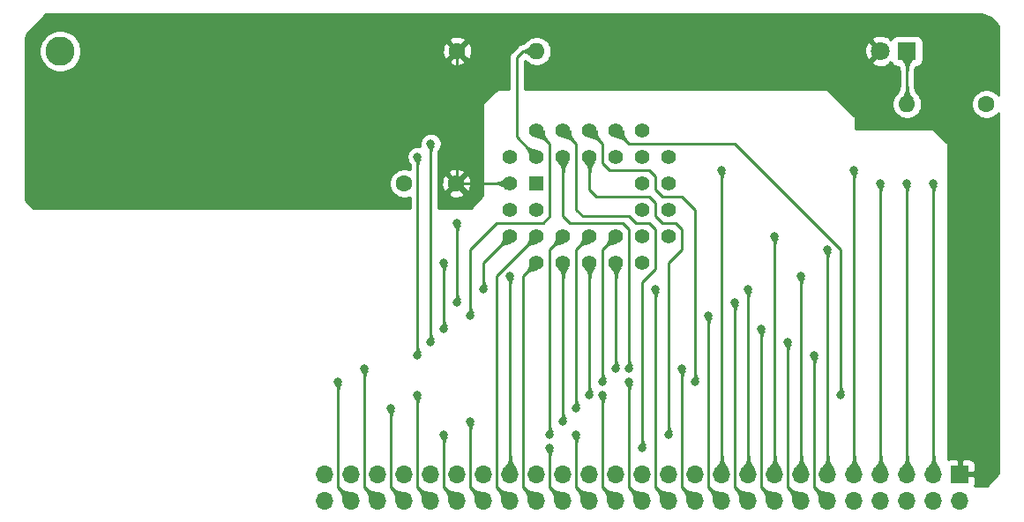
<source format=gbr>
%TF.GenerationSoftware,KiCad,Pcbnew,5.1.9*%
%TF.CreationDate,2020-12-27T17:53:17+01:00*%
%TF.ProjectId,ROM_29F040_PLCC_v1.0,524f4d5f-3239-4463-9034-305f504c4343,1.0*%
%TF.SameCoordinates,Original*%
%TF.FileFunction,Copper,L1,Top*%
%TF.FilePolarity,Positive*%
%FSLAX46Y46*%
G04 Gerber Fmt 4.6, Leading zero omitted, Abs format (unit mm)*
G04 Created by KiCad (PCBNEW 5.1.9) date 2020-12-27 17:53:17*
%MOMM*%
%LPD*%
G01*
G04 APERTURE LIST*
%TA.AperFunction,ComponentPad*%
%ADD10C,1.422400*%
%TD*%
%TA.AperFunction,ComponentPad*%
%ADD11R,1.422400X1.422400*%
%TD*%
%TA.AperFunction,ComponentPad*%
%ADD12O,1.600000X1.600000*%
%TD*%
%TA.AperFunction,ComponentPad*%
%ADD13C,1.600000*%
%TD*%
%TA.AperFunction,ComponentPad*%
%ADD14C,2.800000*%
%TD*%
%TA.AperFunction,ComponentPad*%
%ADD15O,1.700000X1.700000*%
%TD*%
%TA.AperFunction,ComponentPad*%
%ADD16R,1.700000X1.700000*%
%TD*%
%TA.AperFunction,ComponentPad*%
%ADD17C,1.800000*%
%TD*%
%TA.AperFunction,ComponentPad*%
%ADD18R,1.800000X1.800000*%
%TD*%
%TA.AperFunction,ViaPad*%
%ADD19C,0.812800*%
%TD*%
%TA.AperFunction,Conductor*%
%ADD20C,0.228600*%
%TD*%
%TA.AperFunction,Conductor*%
%ADD21C,0.254000*%
%TD*%
%TA.AperFunction,Conductor*%
%ADD22C,0.100000*%
%TD*%
%TA.AperFunction,Conductor*%
%ADD23C,0.025400*%
%TD*%
G04 APERTURE END LIST*
D10*
%TO.P,U1,29*%
%TO.N,/A14*%
X117475000Y-89535000D03*
%TO.P,U1,27*%
%TO.N,/A8*%
X120015000Y-89535000D03*
%TO.P,U1,25*%
%TO.N,/A11*%
X122555000Y-89535000D03*
%TO.P,U1,23*%
%TO.N,/A10*%
X125095000Y-89535000D03*
%TO.P,U1,28*%
%TO.N,/A13*%
X120015000Y-92075000D03*
%TO.P,U1,26*%
%TO.N,/A9*%
X122555000Y-92075000D03*
%TO.P,U1,24*%
%TO.N,/~OE*%
X125095000Y-92075000D03*
%TO.P,U1,22*%
%TO.N,/~ROMSEL*%
X127635000Y-92075000D03*
%TO.P,U1,20*%
%TO.N,/D6*%
X130175000Y-92075000D03*
%TO.P,U1,18*%
%TO.N,/D4*%
X130175000Y-94615000D03*
%TO.P,U1,16*%
%TO.N,GND*%
X130175000Y-97155000D03*
%TO.P,U1,14*%
%TO.N,/D1*%
X130175000Y-99695000D03*
%TO.P,U1,21*%
%TO.N,/D7*%
X127635000Y-89535000D03*
%TO.P,U1,19*%
%TO.N,/D5*%
X127635000Y-94615000D03*
%TO.P,U1,17*%
%TO.N,/D3*%
X127635000Y-97155000D03*
%TO.P,U1,15*%
%TO.N,/D2*%
X127635000Y-99695000D03*
%TO.P,U1,13*%
%TO.N,/D0*%
X127635000Y-102235000D03*
%TO.P,U1,11*%
%TO.N,/A1*%
X125095000Y-102235000D03*
%TO.P,U1,9*%
%TO.N,/A3*%
X122555000Y-102235000D03*
%TO.P,U1,7*%
%TO.N,/A5*%
X120015000Y-102235000D03*
%TO.P,U1,5*%
%TO.N,/A7*%
X117475000Y-102235000D03*
%TO.P,U1,12*%
%TO.N,/A0*%
X125095000Y-99695000D03*
%TO.P,U1,10*%
%TO.N,/A2*%
X122555000Y-99695000D03*
%TO.P,U1,8*%
%TO.N,/A4*%
X120015000Y-99695000D03*
%TO.P,U1,6*%
%TO.N,/A6*%
X117475000Y-99695000D03*
%TO.P,U1,30*%
%TO.N,/A17*%
X114935000Y-92075000D03*
%TO.P,U1,32*%
%TO.N,VCC*%
X114935000Y-94615000D03*
%TO.P,U1,4*%
%TO.N,/A12*%
X114935000Y-99695000D03*
%TO.P,U1,2*%
%TO.N,/A16*%
X114935000Y-97155000D03*
%TO.P,U1,31*%
%TO.N,/~ROM_WE*%
X117475000Y-92075000D03*
%TO.P,U1,3*%
%TO.N,/A15*%
X117475000Y-97155000D03*
D11*
%TO.P,U1,1*%
%TO.N,/A18*%
X117475000Y-94615000D03*
%TD*%
D12*
%TO.P,R2,2*%
%TO.N,/~ROM_WE*%
X117475000Y-81915000D03*
D13*
%TO.P,R2,1*%
%TO.N,VCC*%
X109855000Y-81915000D03*
%TD*%
%TO.P,C1,2*%
%TO.N,VCC*%
X109775000Y-94615000D03*
%TO.P,C1,1*%
%TO.N,GND*%
X104775000Y-94615000D03*
%TD*%
D14*
%TO.P,TP1,1*%
%TO.N,GND*%
X71755000Y-81915000D03*
%TD*%
D12*
%TO.P,R1,2*%
%TO.N,Net-(D1-Pad1)*%
X153035000Y-86995000D03*
D13*
%TO.P,R1,1*%
%TO.N,GND*%
X160655000Y-86995000D03*
%TD*%
D15*
%TO.P,J1,50*%
%TO.N,GND*%
X97155000Y-125095000D03*
%TO.P,J1,49*%
%TO.N,N/C*%
X97155000Y-122555000D03*
%TO.P,J1,48*%
%TO.N,/A0*%
X99695000Y-125095000D03*
%TO.P,J1,47*%
%TO.N,N/C*%
X99695000Y-122555000D03*
%TO.P,J1,46*%
%TO.N,/A1*%
X102235000Y-125095000D03*
%TO.P,J1,45*%
%TO.N,N/C*%
X102235000Y-122555000D03*
%TO.P,J1,44*%
%TO.N,/A2*%
X104775000Y-125095000D03*
%TO.P,J1,43*%
%TO.N,N/C*%
X104775000Y-122555000D03*
%TO.P,J1,42*%
%TO.N,/A3*%
X107315000Y-125095000D03*
%TO.P,J1,41*%
%TO.N,N/C*%
X107315000Y-122555000D03*
%TO.P,J1,40*%
%TO.N,/A4*%
X109855000Y-125095000D03*
%TO.P,J1,39*%
%TO.N,N/C*%
X109855000Y-122555000D03*
%TO.P,J1,38*%
%TO.N,/A5*%
X112395000Y-125095000D03*
%TO.P,J1,37*%
%TO.N,N/C*%
X112395000Y-122555000D03*
%TO.P,J1,36*%
%TO.N,/A6*%
X114935000Y-125095000D03*
%TO.P,J1,35*%
%TO.N,/~OE*%
X114935000Y-122555000D03*
%TO.P,J1,34*%
%TO.N,/A7*%
X117475000Y-125095000D03*
%TO.P,J1,33*%
%TO.N,N/C*%
X117475000Y-122555000D03*
%TO.P,J1,32*%
%TO.N,/A8*%
X120015000Y-125095000D03*
%TO.P,J1,31*%
%TO.N,N/C*%
X120015000Y-122555000D03*
%TO.P,J1,30*%
%TO.N,/A9*%
X122555000Y-125095000D03*
%TO.P,J1,29*%
%TO.N,N/C*%
X122555000Y-122555000D03*
%TO.P,J1,28*%
%TO.N,/A10*%
X125095000Y-125095000D03*
%TO.P,J1,27*%
%TO.N,N/C*%
X125095000Y-122555000D03*
%TO.P,J1,26*%
%TO.N,/A11*%
X127635000Y-125095000D03*
%TO.P,J1,25*%
%TO.N,N/C*%
X127635000Y-122555000D03*
%TO.P,J1,24*%
%TO.N,/A12*%
X130175000Y-125095000D03*
%TO.P,J1,23*%
%TO.N,N/C*%
X130175000Y-122555000D03*
%TO.P,J1,22*%
%TO.N,/A13*%
X132715000Y-125095000D03*
%TO.P,J1,21*%
%TO.N,N/C*%
X132715000Y-122555000D03*
%TO.P,J1,20*%
%TO.N,/A14*%
X135255000Y-125095000D03*
%TO.P,J1,19*%
%TO.N,/~ROMSEL*%
X135255000Y-122555000D03*
%TO.P,J1,18*%
%TO.N,/A15*%
X137795000Y-125095000D03*
%TO.P,J1,17*%
%TO.N,/D0*%
X137795000Y-122555000D03*
%TO.P,J1,16*%
%TO.N,/A16*%
X140335000Y-125095000D03*
%TO.P,J1,15*%
%TO.N,/D1*%
X140335000Y-122555000D03*
%TO.P,J1,14*%
%TO.N,/A17*%
X142875000Y-125095000D03*
%TO.P,J1,13*%
%TO.N,/D2*%
X142875000Y-122555000D03*
%TO.P,J1,12*%
%TO.N,/A18*%
X145415000Y-125095000D03*
%TO.P,J1,11*%
%TO.N,/D3*%
X145415000Y-122555000D03*
%TO.P,J1,10*%
%TO.N,N/C*%
X147955000Y-125095000D03*
%TO.P,J1,9*%
%TO.N,/D4*%
X147955000Y-122555000D03*
%TO.P,J1,8*%
%TO.N,N/C*%
X150495000Y-125095000D03*
%TO.P,J1,7*%
%TO.N,/D5*%
X150495000Y-122555000D03*
%TO.P,J1,6*%
%TO.N,N/C*%
X153035000Y-125095000D03*
%TO.P,J1,5*%
%TO.N,/D6*%
X153035000Y-122555000D03*
%TO.P,J1,4*%
%TO.N,N/C*%
X155575000Y-125095000D03*
%TO.P,J1,3*%
%TO.N,/D7*%
X155575000Y-122555000D03*
%TO.P,J1,2*%
%TO.N,N/C*%
X158115000Y-125095000D03*
D16*
%TO.P,J1,1*%
%TO.N,VCC*%
X158115000Y-122555000D03*
%TD*%
D17*
%TO.P,D1,2*%
%TO.N,VCC*%
X150495000Y-81915000D03*
D18*
%TO.P,D1,1*%
%TO.N,Net-(D1-Pad1)*%
X153035000Y-81915000D03*
%TD*%
D19*
%TO.N,/A0*%
X123825000Y-113665000D03*
X98425000Y-113665000D03*
%TO.N,/A1*%
X100965000Y-112395000D03*
X125095000Y-112395000D03*
%TO.N,/A2*%
X121285000Y-116205000D03*
X103505000Y-116205000D03*
%TO.N,/A3*%
X106045000Y-114935000D03*
X122555000Y-114935000D03*
%TO.N,/A4*%
X118745000Y-118745000D03*
X108585000Y-118745000D03*
%TO.N,/A5*%
X111125000Y-117475000D03*
X120015000Y-117475000D03*
%TO.N,/~OE*%
X114935000Y-103505000D03*
%TO.N,/A8*%
X118745000Y-120015000D03*
X127635000Y-120015000D03*
%TO.N,/A9*%
X130175000Y-118745000D03*
X121285000Y-118745000D03*
%TO.N,/A10*%
X146685000Y-114935000D03*
X123825000Y-114935000D03*
%TO.N,/A11*%
X132715000Y-113665000D03*
X126365000Y-113665000D03*
%TO.N,/A12*%
X112395000Y-104775000D03*
X128905000Y-104775000D03*
%TO.N,/A13*%
X126365000Y-112395000D03*
X131445000Y-112395000D03*
%TO.N,/A14*%
X133985000Y-107315000D03*
X111125000Y-107315000D03*
%TO.N,/~ROMSEL*%
X135255000Y-93345000D03*
%TO.N,/A15*%
X136525000Y-106045000D03*
X109855000Y-98425000D03*
X109855000Y-106045000D03*
%TO.N,/D0*%
X137795000Y-104775000D03*
%TO.N,/A16*%
X139065000Y-108585000D03*
X108585000Y-108585000D03*
X108585000Y-102235000D03*
%TO.N,/D1*%
X140335000Y-99695000D03*
%TO.N,/A17*%
X141605000Y-109855000D03*
X107315000Y-90805000D03*
X107315000Y-109855000D03*
%TO.N,/D2*%
X142875000Y-103505000D03*
%TO.N,/A18*%
X144145000Y-111125000D03*
X106045000Y-111125000D03*
X106045000Y-92075000D03*
%TO.N,/D3*%
X145415000Y-100965000D03*
%TO.N,/D4*%
X147955000Y-93345000D03*
%TO.N,/D5*%
X150495000Y-94615000D03*
%TO.N,/D6*%
X153035000Y-94615000D03*
%TO.N,/D7*%
X155575000Y-94615000D03*
%TD*%
D20*
%TO.N,Net-(D1-Pad1)*%
X153035000Y-81915000D02*
X153035000Y-86995000D01*
%TO.N,/A0*%
X123825000Y-113665000D02*
X123825000Y-100965000D01*
X123825000Y-100965000D02*
X125095000Y-99695000D01*
X98425000Y-113665000D02*
X98425000Y-123825000D01*
X98425000Y-123825000D02*
X99695000Y-125095000D01*
%TO.N,/A1*%
X100965000Y-123825000D02*
X102235000Y-125095000D01*
X100965000Y-112395000D02*
X100965000Y-123825000D01*
X125095000Y-102235000D02*
X125095000Y-112395000D01*
%TO.N,/A2*%
X121285000Y-100965000D02*
X122555000Y-99695000D01*
X121285000Y-116205000D02*
X121285000Y-100965000D01*
X103505000Y-116205000D02*
X103505000Y-123825000D01*
X103505000Y-123825000D02*
X104775000Y-125095000D01*
%TO.N,/A3*%
X106045000Y-123825000D02*
X107315000Y-125095000D01*
X106045000Y-114935000D02*
X106045000Y-123825000D01*
X122555000Y-114935000D02*
X122555000Y-102235000D01*
%TO.N,/A4*%
X118745000Y-100965000D02*
X120015000Y-99695000D01*
X118745000Y-118745000D02*
X118745000Y-100965000D01*
X108585000Y-123825000D02*
X109855000Y-125095000D01*
X108585000Y-118745000D02*
X108585000Y-123825000D01*
%TO.N,/A5*%
X111125000Y-123825000D02*
X112395000Y-125095000D01*
X111125000Y-117475000D02*
X111125000Y-123825000D01*
X120015000Y-102235000D02*
X120015000Y-117475000D01*
%TO.N,/A6*%
X113665000Y-103505000D02*
X117475000Y-99695000D01*
X113665000Y-123825000D02*
X113665000Y-103505000D01*
X114935000Y-125095000D02*
X113665000Y-123825000D01*
%TO.N,/~OE*%
X114935000Y-122555000D02*
X114935000Y-103505000D01*
%TO.N,/A7*%
X116205000Y-123825000D02*
X116205000Y-103505000D01*
X116205000Y-103505000D02*
X117475000Y-102235000D01*
X117475000Y-125095000D02*
X116205000Y-123825000D01*
%TO.N,/A8*%
X120015000Y-125095000D02*
X118745000Y-123825000D01*
X118745000Y-123825000D02*
X118745000Y-120015000D01*
X121285000Y-90805000D02*
X120015000Y-89535000D01*
X121285000Y-97155000D02*
X121285000Y-90805000D01*
X121920000Y-97790000D02*
X121285000Y-97155000D01*
X126365000Y-97790000D02*
X121920000Y-97790000D01*
X127000000Y-98425000D02*
X126365000Y-97790000D01*
X128270000Y-98425000D02*
X127000000Y-98425000D01*
X128905000Y-99060000D02*
X128270000Y-98425000D01*
X128905000Y-102870000D02*
X128905000Y-99060000D01*
X127635000Y-104140000D02*
X128905000Y-102870000D01*
X127635000Y-120015000D02*
X127635000Y-104140000D01*
%TO.N,/A9*%
X122555000Y-92075000D02*
X122555000Y-93980000D01*
X122555000Y-93980000D02*
X122555000Y-95250000D01*
X122555000Y-95250000D02*
X123190000Y-95885000D01*
X123190000Y-95885000D02*
X128270000Y-95885000D01*
X128270000Y-95885000D02*
X128905000Y-96520000D01*
X128905000Y-96520000D02*
X128905000Y-97790000D01*
X128905000Y-97790000D02*
X129540000Y-98425000D01*
X129540000Y-98425000D02*
X130810000Y-98425000D01*
X130810000Y-98425000D02*
X131445000Y-99060000D01*
X131445000Y-99060000D02*
X131445000Y-100965000D01*
X131445000Y-100965000D02*
X130175000Y-102235000D01*
X130175000Y-102235000D02*
X130175000Y-106045000D01*
X130175000Y-106045000D02*
X130175000Y-118745000D01*
X121285000Y-123825000D02*
X122555000Y-125095000D01*
X121285000Y-118745000D02*
X121285000Y-123825000D01*
%TO.N,/A10*%
X125095000Y-125095000D02*
X123825000Y-123825000D01*
X123825000Y-123825000D02*
X123825000Y-118745000D01*
X125095000Y-89535000D02*
X126365000Y-90805000D01*
X126365000Y-90805000D02*
X135890000Y-90805000D01*
X136525000Y-90805000D02*
X139065000Y-93345000D01*
X135890000Y-90805000D02*
X136525000Y-90805000D01*
X139065000Y-93345000D02*
X146685000Y-100965000D01*
X146685000Y-100965000D02*
X146685000Y-110490000D01*
X146685000Y-110490000D02*
X146685000Y-114935000D01*
X123825000Y-114935000D02*
X123825000Y-118745000D01*
X123825000Y-118745000D02*
X123825000Y-119380000D01*
%TO.N,/A11*%
X132715000Y-109855000D02*
X132715000Y-111125000D01*
X132715000Y-97155000D02*
X132715000Y-109855000D01*
X131445000Y-95885000D02*
X132715000Y-97155000D01*
X129540000Y-95885000D02*
X131445000Y-95885000D01*
X128905000Y-95250000D02*
X129540000Y-95885000D01*
X128905000Y-93980000D02*
X128905000Y-95250000D01*
X128270000Y-93345000D02*
X128905000Y-93980000D01*
X124460000Y-93345000D02*
X128270000Y-93345000D01*
X123825000Y-92710000D02*
X124460000Y-93345000D01*
X123825000Y-90805000D02*
X123825000Y-92710000D01*
X122555000Y-89535000D02*
X123825000Y-90805000D01*
X132715000Y-111125000D02*
X132715000Y-113665000D01*
X126365000Y-123825000D02*
X127635000Y-125095000D01*
X126365000Y-113665000D02*
X126365000Y-123825000D01*
%TO.N,/A12*%
X114935000Y-99695000D02*
X113030000Y-101600000D01*
X113030000Y-101600000D02*
X112395000Y-102235000D01*
X112395000Y-102235000D02*
X112395000Y-104775000D01*
X128905000Y-123825000D02*
X130175000Y-125095000D01*
X128905000Y-104775000D02*
X128905000Y-123825000D01*
%TO.N,/A13*%
X120650000Y-98425000D02*
X120015000Y-97790000D01*
X125730000Y-98425000D02*
X120650000Y-98425000D01*
X126365000Y-99060000D02*
X125730000Y-98425000D01*
X126365000Y-112395000D02*
X126365000Y-99060000D01*
X120015000Y-97790000D02*
X120015000Y-92075000D01*
X131445000Y-123825000D02*
X132715000Y-125095000D01*
X131445000Y-112395000D02*
X131445000Y-123825000D01*
%TO.N,/A14*%
X135255000Y-125095000D02*
X133985000Y-123825000D01*
X133985000Y-123825000D02*
X133985000Y-107315000D01*
X111125000Y-100965000D02*
X111125000Y-107315000D01*
X113665000Y-98425000D02*
X111125000Y-100965000D01*
X118110000Y-98425000D02*
X113665000Y-98425000D01*
X118745000Y-97790000D02*
X118110000Y-98425000D01*
X118745000Y-90805000D02*
X118745000Y-97790000D01*
X117475000Y-89535000D02*
X118745000Y-90805000D01*
%TO.N,/~ROMSEL*%
X135255000Y-93345000D02*
X135255000Y-122555000D01*
%TO.N,/A15*%
X137795000Y-125095000D02*
X136525000Y-123825000D01*
X136525000Y-123825000D02*
X136525000Y-120650000D01*
X136525000Y-120650000D02*
X136525000Y-106045000D01*
X109855000Y-98425000D02*
X109855000Y-106045000D01*
%TO.N,/D0*%
X137795000Y-104775000D02*
X137795000Y-122555000D01*
%TO.N,/A16*%
X140335000Y-125095000D02*
X139065000Y-123825000D01*
X139065000Y-123825000D02*
X139065000Y-108585000D01*
X108585000Y-108585000D02*
X108585000Y-102235000D01*
%TO.N,/D1*%
X140335000Y-122555000D02*
X140335000Y-99695000D01*
%TO.N,/A17*%
X142875000Y-125095000D02*
X141605000Y-123825000D01*
X141605000Y-123825000D02*
X141605000Y-109855000D01*
X107315000Y-90805000D02*
X107315000Y-109855000D01*
%TO.N,/D2*%
X142875000Y-103505000D02*
X142875000Y-122555000D01*
%TO.N,/A18*%
X145415000Y-125095000D02*
X144145000Y-123825000D01*
X144145000Y-123825000D02*
X144145000Y-111125000D01*
X106045000Y-111125000D02*
X106045000Y-92075000D01*
%TO.N,/D3*%
X145415000Y-100965000D02*
X145415000Y-122555000D01*
%TO.N,/D4*%
X147955000Y-122555000D02*
X147955000Y-94615000D01*
X147955000Y-93345000D02*
X147955000Y-94615000D01*
%TO.N,/D5*%
X150495000Y-95885000D02*
X150495000Y-122555000D01*
X150495000Y-94615000D02*
X150495000Y-95885000D01*
%TO.N,/D6*%
X153035000Y-94615000D02*
X153035000Y-122555000D01*
%TO.N,/D7*%
X155575000Y-122555000D02*
X155575000Y-94615000D01*
%TO.N,/~ROM_WE*%
X116205000Y-81915000D02*
X117475000Y-81915000D01*
X115570000Y-90170000D02*
X115570000Y-82550000D01*
X115570000Y-82550000D02*
X116205000Y-81915000D01*
X117475000Y-92075000D02*
X115570000Y-90170000D01*
%TO.N,VCC*%
X114935000Y-94615000D02*
X109775000Y-94615000D01*
X109855000Y-94535000D02*
X109775000Y-94615000D01*
X109855000Y-81915000D02*
X109855000Y-94535000D01*
%TD*%
D21*
%TO.N,VCC*%
X160228893Y-78402670D02*
X160665498Y-78534489D01*
X161068185Y-78748600D01*
X161343692Y-78973298D01*
X161490438Y-79120044D01*
X161712327Y-79388261D01*
X161798000Y-79546711D01*
X161798000Y-86122689D01*
X161769637Y-86080241D01*
X161569759Y-85880363D01*
X161334727Y-85723320D01*
X161073574Y-85615147D01*
X160796335Y-85560000D01*
X160513665Y-85560000D01*
X160236426Y-85615147D01*
X159975273Y-85723320D01*
X159740241Y-85880363D01*
X159540363Y-86080241D01*
X159383320Y-86315273D01*
X159275147Y-86576426D01*
X159220000Y-86853665D01*
X159220000Y-87136335D01*
X159275147Y-87413574D01*
X159383320Y-87674727D01*
X159540363Y-87909759D01*
X159740241Y-88109637D01*
X159975273Y-88266680D01*
X160236426Y-88374853D01*
X160513665Y-88430000D01*
X160796335Y-88430000D01*
X161073574Y-88374853D01*
X161334727Y-88266680D01*
X161569759Y-88109637D01*
X161769637Y-87909759D01*
X161798000Y-87867311D01*
X161798000Y-122402737D01*
X161727532Y-122572862D01*
X160672862Y-123627532D01*
X160502737Y-123698000D01*
X159528407Y-123698000D01*
X159554502Y-123649180D01*
X159590812Y-123529482D01*
X159603072Y-123405000D01*
X159600000Y-122840750D01*
X159441250Y-122682000D01*
X158242000Y-122682000D01*
X158242000Y-122702000D01*
X157988000Y-122702000D01*
X157988000Y-122682000D01*
X157968000Y-122682000D01*
X157968000Y-122428000D01*
X157988000Y-122428000D01*
X157988000Y-121228750D01*
X158242000Y-121228750D01*
X158242000Y-122428000D01*
X159441250Y-122428000D01*
X159600000Y-122269250D01*
X159603072Y-121705000D01*
X159590812Y-121580518D01*
X159554502Y-121460820D01*
X159495537Y-121350506D01*
X159416185Y-121253815D01*
X159319494Y-121174463D01*
X159209180Y-121115498D01*
X159089482Y-121079188D01*
X158965000Y-121066928D01*
X158400750Y-121070000D01*
X158242000Y-121228750D01*
X157988000Y-121228750D01*
X157829250Y-121070000D01*
X157265000Y-121066928D01*
X157140518Y-121079188D01*
X157020820Y-121115498D01*
X156972000Y-121141593D01*
X156972000Y-90932000D01*
X156969560Y-90907224D01*
X156962333Y-90883399D01*
X156872530Y-90666596D01*
X156860794Y-90644639D01*
X156845000Y-90625394D01*
X155754606Y-89535000D01*
X155735360Y-89519206D01*
X155713404Y-89507470D01*
X155496601Y-89417667D01*
X155472777Y-89410440D01*
X155448000Y-89408000D01*
X148134606Y-89408000D01*
X148082000Y-89355394D01*
X148082000Y-81981553D01*
X148954009Y-81981553D01*
X148996603Y-82280907D01*
X149096778Y-82566199D01*
X149176739Y-82715792D01*
X149430920Y-82799475D01*
X150315395Y-81915000D01*
X149430920Y-81030525D01*
X149176739Y-81114208D01*
X149045842Y-81386775D01*
X148970635Y-81679642D01*
X148954009Y-81981553D01*
X148082000Y-81981553D01*
X148082000Y-80850920D01*
X149610525Y-80850920D01*
X150495000Y-81735395D01*
X150509143Y-81721253D01*
X150688748Y-81900858D01*
X150674605Y-81915000D01*
X150688748Y-81929143D01*
X150509143Y-82108748D01*
X150495000Y-82094605D01*
X149610525Y-82979080D01*
X149694208Y-83233261D01*
X149966775Y-83364158D01*
X150259642Y-83439365D01*
X150561553Y-83455991D01*
X150860907Y-83413397D01*
X151146199Y-83313222D01*
X151295792Y-83233261D01*
X151379474Y-82979082D01*
X151495422Y-83095030D01*
X151542187Y-83048265D01*
X151545498Y-83059180D01*
X151604463Y-83169494D01*
X151683815Y-83266185D01*
X151780506Y-83345537D01*
X151890820Y-83404502D01*
X152010518Y-83440812D01*
X152135000Y-83453072D01*
X152234854Y-83453072D01*
X152254856Y-83526604D01*
X152271429Y-83615025D01*
X152281746Y-83710004D01*
X152285700Y-83822955D01*
X152285701Y-85328466D01*
X152282445Y-85421480D01*
X152274226Y-85497173D01*
X152261149Y-85566962D01*
X152243533Y-85631736D01*
X152221475Y-85692506D01*
X152194799Y-85750348D01*
X152163059Y-85806278D01*
X152125559Y-85861187D01*
X152081496Y-85915670D01*
X152020789Y-85979815D01*
X151920363Y-86080241D01*
X151763320Y-86315273D01*
X151655147Y-86576426D01*
X151600000Y-86853665D01*
X151600000Y-87136335D01*
X151655147Y-87413574D01*
X151763320Y-87674727D01*
X151920363Y-87909759D01*
X152120241Y-88109637D01*
X152355273Y-88266680D01*
X152616426Y-88374853D01*
X152893665Y-88430000D01*
X153176335Y-88430000D01*
X153453574Y-88374853D01*
X153714727Y-88266680D01*
X153949759Y-88109637D01*
X154149637Y-87909759D01*
X154306680Y-87674727D01*
X154414853Y-87413574D01*
X154470000Y-87136335D01*
X154470000Y-86853665D01*
X154414853Y-86576426D01*
X154306680Y-86315273D01*
X154149637Y-86080241D01*
X154049189Y-85979793D01*
X153988509Y-85915677D01*
X153944440Y-85861187D01*
X153906940Y-85806278D01*
X153875200Y-85750348D01*
X153848524Y-85692506D01*
X153826466Y-85631736D01*
X153808850Y-85566962D01*
X153795773Y-85497173D01*
X153787555Y-85421493D01*
X153784300Y-85328466D01*
X153784300Y-83822938D01*
X153788253Y-83710003D01*
X153798570Y-83615025D01*
X153815143Y-83526604D01*
X153835145Y-83453072D01*
X153935000Y-83453072D01*
X154059482Y-83440812D01*
X154179180Y-83404502D01*
X154289494Y-83345537D01*
X154386185Y-83266185D01*
X154465537Y-83169494D01*
X154524502Y-83059180D01*
X154560812Y-82939482D01*
X154573072Y-82815000D01*
X154573072Y-81015000D01*
X154560812Y-80890518D01*
X154524502Y-80770820D01*
X154465537Y-80660506D01*
X154386185Y-80563815D01*
X154289494Y-80484463D01*
X154179180Y-80425498D01*
X154059482Y-80389188D01*
X153935000Y-80376928D01*
X152135000Y-80376928D01*
X152010518Y-80389188D01*
X151890820Y-80425498D01*
X151780506Y-80484463D01*
X151683815Y-80563815D01*
X151604463Y-80660506D01*
X151545498Y-80770820D01*
X151542187Y-80781735D01*
X151495422Y-80734970D01*
X151379474Y-80850918D01*
X151295792Y-80596739D01*
X151023225Y-80465842D01*
X150730358Y-80390635D01*
X150428447Y-80374009D01*
X150129093Y-80416603D01*
X149843801Y-80516778D01*
X149694208Y-80596739D01*
X149610525Y-80850920D01*
X148082000Y-80850920D01*
X148082000Y-78355000D01*
X159742721Y-78355000D01*
X160228893Y-78402670D01*
%TA.AperFunction,Conductor*%
D22*
G36*
X160228893Y-78402670D02*
G01*
X160665498Y-78534489D01*
X161068185Y-78748600D01*
X161343692Y-78973298D01*
X161490438Y-79120044D01*
X161712327Y-79388261D01*
X161798000Y-79546711D01*
X161798000Y-86122689D01*
X161769637Y-86080241D01*
X161569759Y-85880363D01*
X161334727Y-85723320D01*
X161073574Y-85615147D01*
X160796335Y-85560000D01*
X160513665Y-85560000D01*
X160236426Y-85615147D01*
X159975273Y-85723320D01*
X159740241Y-85880363D01*
X159540363Y-86080241D01*
X159383320Y-86315273D01*
X159275147Y-86576426D01*
X159220000Y-86853665D01*
X159220000Y-87136335D01*
X159275147Y-87413574D01*
X159383320Y-87674727D01*
X159540363Y-87909759D01*
X159740241Y-88109637D01*
X159975273Y-88266680D01*
X160236426Y-88374853D01*
X160513665Y-88430000D01*
X160796335Y-88430000D01*
X161073574Y-88374853D01*
X161334727Y-88266680D01*
X161569759Y-88109637D01*
X161769637Y-87909759D01*
X161798000Y-87867311D01*
X161798000Y-122402737D01*
X161727532Y-122572862D01*
X160672862Y-123627532D01*
X160502737Y-123698000D01*
X159528407Y-123698000D01*
X159554502Y-123649180D01*
X159590812Y-123529482D01*
X159603072Y-123405000D01*
X159600000Y-122840750D01*
X159441250Y-122682000D01*
X158242000Y-122682000D01*
X158242000Y-122702000D01*
X157988000Y-122702000D01*
X157988000Y-122682000D01*
X157968000Y-122682000D01*
X157968000Y-122428000D01*
X157988000Y-122428000D01*
X157988000Y-121228750D01*
X158242000Y-121228750D01*
X158242000Y-122428000D01*
X159441250Y-122428000D01*
X159600000Y-122269250D01*
X159603072Y-121705000D01*
X159590812Y-121580518D01*
X159554502Y-121460820D01*
X159495537Y-121350506D01*
X159416185Y-121253815D01*
X159319494Y-121174463D01*
X159209180Y-121115498D01*
X159089482Y-121079188D01*
X158965000Y-121066928D01*
X158400750Y-121070000D01*
X158242000Y-121228750D01*
X157988000Y-121228750D01*
X157829250Y-121070000D01*
X157265000Y-121066928D01*
X157140518Y-121079188D01*
X157020820Y-121115498D01*
X156972000Y-121141593D01*
X156972000Y-90932000D01*
X156969560Y-90907224D01*
X156962333Y-90883399D01*
X156872530Y-90666596D01*
X156860794Y-90644639D01*
X156845000Y-90625394D01*
X155754606Y-89535000D01*
X155735360Y-89519206D01*
X155713404Y-89507470D01*
X155496601Y-89417667D01*
X155472777Y-89410440D01*
X155448000Y-89408000D01*
X148134606Y-89408000D01*
X148082000Y-89355394D01*
X148082000Y-81981553D01*
X148954009Y-81981553D01*
X148996603Y-82280907D01*
X149096778Y-82566199D01*
X149176739Y-82715792D01*
X149430920Y-82799475D01*
X150315395Y-81915000D01*
X149430920Y-81030525D01*
X149176739Y-81114208D01*
X149045842Y-81386775D01*
X148970635Y-81679642D01*
X148954009Y-81981553D01*
X148082000Y-81981553D01*
X148082000Y-80850920D01*
X149610525Y-80850920D01*
X150495000Y-81735395D01*
X150509143Y-81721253D01*
X150688748Y-81900858D01*
X150674605Y-81915000D01*
X150688748Y-81929143D01*
X150509143Y-82108748D01*
X150495000Y-82094605D01*
X149610525Y-82979080D01*
X149694208Y-83233261D01*
X149966775Y-83364158D01*
X150259642Y-83439365D01*
X150561553Y-83455991D01*
X150860907Y-83413397D01*
X151146199Y-83313222D01*
X151295792Y-83233261D01*
X151379474Y-82979082D01*
X151495422Y-83095030D01*
X151542187Y-83048265D01*
X151545498Y-83059180D01*
X151604463Y-83169494D01*
X151683815Y-83266185D01*
X151780506Y-83345537D01*
X151890820Y-83404502D01*
X152010518Y-83440812D01*
X152135000Y-83453072D01*
X152234854Y-83453072D01*
X152254856Y-83526604D01*
X152271429Y-83615025D01*
X152281746Y-83710004D01*
X152285700Y-83822955D01*
X152285701Y-85328466D01*
X152282445Y-85421480D01*
X152274226Y-85497173D01*
X152261149Y-85566962D01*
X152243533Y-85631736D01*
X152221475Y-85692506D01*
X152194799Y-85750348D01*
X152163059Y-85806278D01*
X152125559Y-85861187D01*
X152081496Y-85915670D01*
X152020789Y-85979815D01*
X151920363Y-86080241D01*
X151763320Y-86315273D01*
X151655147Y-86576426D01*
X151600000Y-86853665D01*
X151600000Y-87136335D01*
X151655147Y-87413574D01*
X151763320Y-87674727D01*
X151920363Y-87909759D01*
X152120241Y-88109637D01*
X152355273Y-88266680D01*
X152616426Y-88374853D01*
X152893665Y-88430000D01*
X153176335Y-88430000D01*
X153453574Y-88374853D01*
X153714727Y-88266680D01*
X153949759Y-88109637D01*
X154149637Y-87909759D01*
X154306680Y-87674727D01*
X154414853Y-87413574D01*
X154470000Y-87136335D01*
X154470000Y-86853665D01*
X154414853Y-86576426D01*
X154306680Y-86315273D01*
X154149637Y-86080241D01*
X154049189Y-85979793D01*
X153988509Y-85915677D01*
X153944440Y-85861187D01*
X153906940Y-85806278D01*
X153875200Y-85750348D01*
X153848524Y-85692506D01*
X153826466Y-85631736D01*
X153808850Y-85566962D01*
X153795773Y-85497173D01*
X153787555Y-85421493D01*
X153784300Y-85328466D01*
X153784300Y-83822938D01*
X153788253Y-83710003D01*
X153798570Y-83615025D01*
X153815143Y-83526604D01*
X153835145Y-83453072D01*
X153935000Y-83453072D01*
X154059482Y-83440812D01*
X154179180Y-83404502D01*
X154289494Y-83345537D01*
X154386185Y-83266185D01*
X154465537Y-83169494D01*
X154524502Y-83059180D01*
X154560812Y-82939482D01*
X154573072Y-82815000D01*
X154573072Y-81015000D01*
X154560812Y-80890518D01*
X154524502Y-80770820D01*
X154465537Y-80660506D01*
X154386185Y-80563815D01*
X154289494Y-80484463D01*
X154179180Y-80425498D01*
X154059482Y-80389188D01*
X153935000Y-80376928D01*
X152135000Y-80376928D01*
X152010518Y-80389188D01*
X151890820Y-80425498D01*
X151780506Y-80484463D01*
X151683815Y-80563815D01*
X151604463Y-80660506D01*
X151545498Y-80770820D01*
X151542187Y-80781735D01*
X151495422Y-80734970D01*
X151379474Y-80850918D01*
X151295792Y-80596739D01*
X151023225Y-80465842D01*
X150730358Y-80390635D01*
X150428447Y-80374009D01*
X150129093Y-80416603D01*
X149843801Y-80516778D01*
X149694208Y-80596739D01*
X149610525Y-80850920D01*
X148082000Y-80850920D01*
X148082000Y-78355000D01*
X159742721Y-78355000D01*
X160228893Y-78402670D01*
G37*
%TD.AperFunction*%
%TD*%
D21*
%TO.N,VCC*%
X149098000Y-81278166D02*
X149045842Y-81386775D01*
X148970635Y-81679642D01*
X148954009Y-81981553D01*
X148996603Y-82280907D01*
X149096778Y-82566199D01*
X149098000Y-82568485D01*
X149098000Y-88085394D01*
X149045394Y-88138000D01*
X148107263Y-88138000D01*
X147937138Y-88067532D01*
X145594606Y-85725000D01*
X145575360Y-85709206D01*
X145553404Y-85697470D01*
X145336601Y-85607667D01*
X145312777Y-85600440D01*
X145288000Y-85598000D01*
X116319300Y-85598000D01*
X116319300Y-82860370D01*
X116353754Y-82825916D01*
X116379378Y-82849557D01*
X116450775Y-82920171D01*
X116560241Y-83029637D01*
X116795273Y-83186680D01*
X117056426Y-83294853D01*
X117333665Y-83350000D01*
X117616335Y-83350000D01*
X117893574Y-83294853D01*
X118154727Y-83186680D01*
X118389759Y-83029637D01*
X118589637Y-82829759D01*
X118746680Y-82594727D01*
X118854853Y-82333574D01*
X118910000Y-82056335D01*
X118910000Y-81773665D01*
X118854853Y-81496426D01*
X118746680Y-81235273D01*
X118589637Y-81000241D01*
X118389759Y-80800363D01*
X118154727Y-80643320D01*
X117893574Y-80535147D01*
X117616335Y-80480000D01*
X117333665Y-80480000D01*
X117056426Y-80535147D01*
X116795273Y-80643320D01*
X116560241Y-80800363D01*
X116450793Y-80909811D01*
X116379378Y-80980441D01*
X116314794Y-81040028D01*
X116257499Y-81088748D01*
X116208631Y-81126441D01*
X116169727Y-81153073D01*
X116144286Y-81168055D01*
X116058112Y-81176542D01*
X115916868Y-81219388D01*
X115786697Y-81288966D01*
X115701190Y-81359139D01*
X115701183Y-81359146D01*
X115672602Y-81382602D01*
X115649145Y-81411184D01*
X115066189Y-81994142D01*
X115037603Y-82017602D01*
X115014143Y-82046188D01*
X115014140Y-82046191D01*
X114943966Y-82131697D01*
X114874388Y-82261869D01*
X114852719Y-82333303D01*
X114832183Y-82401004D01*
X114831543Y-82403113D01*
X114817076Y-82550000D01*
X114820701Y-82586805D01*
X114820701Y-85598000D01*
X113792000Y-85598000D01*
X113767224Y-85600440D01*
X113743399Y-85607667D01*
X113526596Y-85697470D01*
X113504639Y-85709206D01*
X113485394Y-85725000D01*
X112395000Y-86815394D01*
X112379206Y-86834640D01*
X112367470Y-86856596D01*
X112277667Y-87073399D01*
X112270440Y-87097223D01*
X112268000Y-87122000D01*
X112268000Y-95732737D01*
X112197532Y-95902862D01*
X111142862Y-96957532D01*
X110972737Y-97028000D01*
X108064300Y-97028000D01*
X108064300Y-95607702D01*
X108961903Y-95607702D01*
X109033486Y-95851671D01*
X109288996Y-95972571D01*
X109563184Y-96041300D01*
X109845512Y-96055217D01*
X110125130Y-96013787D01*
X110391292Y-95918603D01*
X110516514Y-95851671D01*
X110588097Y-95607702D01*
X109775000Y-94794605D01*
X108961903Y-95607702D01*
X108064300Y-95607702D01*
X108064300Y-94685512D01*
X108334783Y-94685512D01*
X108376213Y-94965130D01*
X108471397Y-95231292D01*
X108538329Y-95356514D01*
X108782298Y-95428097D01*
X109595395Y-94615000D01*
X109954605Y-94615000D01*
X110767702Y-95428097D01*
X111011671Y-95356514D01*
X111132571Y-95101004D01*
X111201300Y-94826816D01*
X111215217Y-94544488D01*
X111173787Y-94264870D01*
X111078603Y-93998708D01*
X111011671Y-93873486D01*
X110767702Y-93801903D01*
X109954605Y-94615000D01*
X109595395Y-94615000D01*
X108782298Y-93801903D01*
X108538329Y-93873486D01*
X108417429Y-94128996D01*
X108348700Y-94403184D01*
X108334783Y-94685512D01*
X108064300Y-94685512D01*
X108064300Y-93622298D01*
X108961903Y-93622298D01*
X109775000Y-94435395D01*
X110588097Y-93622298D01*
X110516514Y-93378329D01*
X110261004Y-93257429D01*
X109986816Y-93188700D01*
X109704488Y-93174783D01*
X109424870Y-93216213D01*
X109158708Y-93311397D01*
X109033486Y-93378329D01*
X108961903Y-93622298D01*
X108064300Y-93622298D01*
X108064300Y-91528462D01*
X108123908Y-91468854D01*
X108237877Y-91298288D01*
X108316380Y-91108765D01*
X108356400Y-90907569D01*
X108356400Y-90702431D01*
X108316380Y-90501235D01*
X108237877Y-90311712D01*
X108123908Y-90141146D01*
X107978854Y-89996092D01*
X107808288Y-89882123D01*
X107618765Y-89803620D01*
X107417569Y-89763600D01*
X107212431Y-89763600D01*
X107011235Y-89803620D01*
X106821712Y-89882123D01*
X106651146Y-89996092D01*
X106506092Y-90141146D01*
X106392123Y-90311712D01*
X106313620Y-90501235D01*
X106273600Y-90702431D01*
X106273600Y-90907569D01*
X106304893Y-91064893D01*
X106147569Y-91033600D01*
X105942431Y-91033600D01*
X105741235Y-91073620D01*
X105551712Y-91152123D01*
X105381146Y-91266092D01*
X105236092Y-91411146D01*
X105122123Y-91581712D01*
X105043620Y-91771235D01*
X105003600Y-91972431D01*
X105003600Y-92177569D01*
X105043620Y-92378765D01*
X105122123Y-92568288D01*
X105236092Y-92738854D01*
X105295701Y-92798463D01*
X105295701Y-93277449D01*
X105193574Y-93235147D01*
X104916335Y-93180000D01*
X104633665Y-93180000D01*
X104356426Y-93235147D01*
X104095273Y-93343320D01*
X103860241Y-93500363D01*
X103660363Y-93700241D01*
X103503320Y-93935273D01*
X103395147Y-94196426D01*
X103340000Y-94473665D01*
X103340000Y-94756335D01*
X103395147Y-95033574D01*
X103503320Y-95294727D01*
X103660363Y-95529759D01*
X103860241Y-95729637D01*
X104095273Y-95886680D01*
X104356426Y-95994853D01*
X104633665Y-96050000D01*
X104916335Y-96050000D01*
X105193574Y-95994853D01*
X105295701Y-95952551D01*
X105295701Y-97028000D01*
X69367263Y-97028000D01*
X69197138Y-96957532D01*
X68435000Y-96195394D01*
X68435000Y-81714570D01*
X69720000Y-81714570D01*
X69720000Y-82115430D01*
X69798204Y-82508587D01*
X69951607Y-82878934D01*
X70174313Y-83212237D01*
X70457763Y-83495687D01*
X70791066Y-83718393D01*
X71161413Y-83871796D01*
X71554570Y-83950000D01*
X71955430Y-83950000D01*
X72348587Y-83871796D01*
X72718934Y-83718393D01*
X73052237Y-83495687D01*
X73335687Y-83212237D01*
X73539170Y-82907702D01*
X109041903Y-82907702D01*
X109113486Y-83151671D01*
X109368996Y-83272571D01*
X109643184Y-83341300D01*
X109925512Y-83355217D01*
X110205130Y-83313787D01*
X110471292Y-83218603D01*
X110596514Y-83151671D01*
X110668097Y-82907702D01*
X109855000Y-82094605D01*
X109041903Y-82907702D01*
X73539170Y-82907702D01*
X73558393Y-82878934D01*
X73711796Y-82508587D01*
X73790000Y-82115430D01*
X73790000Y-81985512D01*
X108414783Y-81985512D01*
X108456213Y-82265130D01*
X108551397Y-82531292D01*
X108618329Y-82656514D01*
X108862298Y-82728097D01*
X109675395Y-81915000D01*
X110034605Y-81915000D01*
X110847702Y-82728097D01*
X111091671Y-82656514D01*
X111212571Y-82401004D01*
X111281300Y-82126816D01*
X111295217Y-81844488D01*
X111253787Y-81564870D01*
X111158603Y-81298708D01*
X111091671Y-81173486D01*
X110847702Y-81101903D01*
X110034605Y-81915000D01*
X109675395Y-81915000D01*
X108862298Y-81101903D01*
X108618329Y-81173486D01*
X108497429Y-81428996D01*
X108428700Y-81703184D01*
X108414783Y-81985512D01*
X73790000Y-81985512D01*
X73790000Y-81714570D01*
X73711796Y-81321413D01*
X73558393Y-80951066D01*
X73539171Y-80922298D01*
X109041903Y-80922298D01*
X109855000Y-81735395D01*
X110668097Y-80922298D01*
X110596514Y-80678329D01*
X110341004Y-80557429D01*
X110066816Y-80488700D01*
X109784488Y-80474783D01*
X109504870Y-80516213D01*
X109238708Y-80611397D01*
X109113486Y-80678329D01*
X109041903Y-80922298D01*
X73539171Y-80922298D01*
X73335687Y-80617763D01*
X73052237Y-80334313D01*
X72718934Y-80111607D01*
X72348587Y-79958204D01*
X71955430Y-79880000D01*
X71554570Y-79880000D01*
X71161413Y-79958204D01*
X70791066Y-80111607D01*
X70457763Y-80334313D01*
X70174313Y-80617763D01*
X69951607Y-80951066D01*
X69798204Y-81321413D01*
X69720000Y-81714570D01*
X68435000Y-81714570D01*
X68435000Y-80727279D01*
X68477688Y-80291918D01*
X70370594Y-78399012D01*
X70789344Y-78355000D01*
X149098000Y-78355000D01*
X149098000Y-81278166D01*
%TA.AperFunction,Conductor*%
D22*
G36*
X149098000Y-81278166D02*
G01*
X149045842Y-81386775D01*
X148970635Y-81679642D01*
X148954009Y-81981553D01*
X148996603Y-82280907D01*
X149096778Y-82566199D01*
X149098000Y-82568485D01*
X149098000Y-88085394D01*
X149045394Y-88138000D01*
X148107263Y-88138000D01*
X147937138Y-88067532D01*
X145594606Y-85725000D01*
X145575360Y-85709206D01*
X145553404Y-85697470D01*
X145336601Y-85607667D01*
X145312777Y-85600440D01*
X145288000Y-85598000D01*
X116319300Y-85598000D01*
X116319300Y-82860370D01*
X116353754Y-82825916D01*
X116379378Y-82849557D01*
X116450775Y-82920171D01*
X116560241Y-83029637D01*
X116795273Y-83186680D01*
X117056426Y-83294853D01*
X117333665Y-83350000D01*
X117616335Y-83350000D01*
X117893574Y-83294853D01*
X118154727Y-83186680D01*
X118389759Y-83029637D01*
X118589637Y-82829759D01*
X118746680Y-82594727D01*
X118854853Y-82333574D01*
X118910000Y-82056335D01*
X118910000Y-81773665D01*
X118854853Y-81496426D01*
X118746680Y-81235273D01*
X118589637Y-81000241D01*
X118389759Y-80800363D01*
X118154727Y-80643320D01*
X117893574Y-80535147D01*
X117616335Y-80480000D01*
X117333665Y-80480000D01*
X117056426Y-80535147D01*
X116795273Y-80643320D01*
X116560241Y-80800363D01*
X116450793Y-80909811D01*
X116379378Y-80980441D01*
X116314794Y-81040028D01*
X116257499Y-81088748D01*
X116208631Y-81126441D01*
X116169727Y-81153073D01*
X116144286Y-81168055D01*
X116058112Y-81176542D01*
X115916868Y-81219388D01*
X115786697Y-81288966D01*
X115701190Y-81359139D01*
X115701183Y-81359146D01*
X115672602Y-81382602D01*
X115649145Y-81411184D01*
X115066189Y-81994142D01*
X115037603Y-82017602D01*
X115014143Y-82046188D01*
X115014140Y-82046191D01*
X114943966Y-82131697D01*
X114874388Y-82261869D01*
X114852719Y-82333303D01*
X114832183Y-82401004D01*
X114831543Y-82403113D01*
X114817076Y-82550000D01*
X114820701Y-82586805D01*
X114820701Y-85598000D01*
X113792000Y-85598000D01*
X113767224Y-85600440D01*
X113743399Y-85607667D01*
X113526596Y-85697470D01*
X113504639Y-85709206D01*
X113485394Y-85725000D01*
X112395000Y-86815394D01*
X112379206Y-86834640D01*
X112367470Y-86856596D01*
X112277667Y-87073399D01*
X112270440Y-87097223D01*
X112268000Y-87122000D01*
X112268000Y-95732737D01*
X112197532Y-95902862D01*
X111142862Y-96957532D01*
X110972737Y-97028000D01*
X108064300Y-97028000D01*
X108064300Y-95607702D01*
X108961903Y-95607702D01*
X109033486Y-95851671D01*
X109288996Y-95972571D01*
X109563184Y-96041300D01*
X109845512Y-96055217D01*
X110125130Y-96013787D01*
X110391292Y-95918603D01*
X110516514Y-95851671D01*
X110588097Y-95607702D01*
X109775000Y-94794605D01*
X108961903Y-95607702D01*
X108064300Y-95607702D01*
X108064300Y-94685512D01*
X108334783Y-94685512D01*
X108376213Y-94965130D01*
X108471397Y-95231292D01*
X108538329Y-95356514D01*
X108782298Y-95428097D01*
X109595395Y-94615000D01*
X109954605Y-94615000D01*
X110767702Y-95428097D01*
X111011671Y-95356514D01*
X111132571Y-95101004D01*
X111201300Y-94826816D01*
X111215217Y-94544488D01*
X111173787Y-94264870D01*
X111078603Y-93998708D01*
X111011671Y-93873486D01*
X110767702Y-93801903D01*
X109954605Y-94615000D01*
X109595395Y-94615000D01*
X108782298Y-93801903D01*
X108538329Y-93873486D01*
X108417429Y-94128996D01*
X108348700Y-94403184D01*
X108334783Y-94685512D01*
X108064300Y-94685512D01*
X108064300Y-93622298D01*
X108961903Y-93622298D01*
X109775000Y-94435395D01*
X110588097Y-93622298D01*
X110516514Y-93378329D01*
X110261004Y-93257429D01*
X109986816Y-93188700D01*
X109704488Y-93174783D01*
X109424870Y-93216213D01*
X109158708Y-93311397D01*
X109033486Y-93378329D01*
X108961903Y-93622298D01*
X108064300Y-93622298D01*
X108064300Y-91528462D01*
X108123908Y-91468854D01*
X108237877Y-91298288D01*
X108316380Y-91108765D01*
X108356400Y-90907569D01*
X108356400Y-90702431D01*
X108316380Y-90501235D01*
X108237877Y-90311712D01*
X108123908Y-90141146D01*
X107978854Y-89996092D01*
X107808288Y-89882123D01*
X107618765Y-89803620D01*
X107417569Y-89763600D01*
X107212431Y-89763600D01*
X107011235Y-89803620D01*
X106821712Y-89882123D01*
X106651146Y-89996092D01*
X106506092Y-90141146D01*
X106392123Y-90311712D01*
X106313620Y-90501235D01*
X106273600Y-90702431D01*
X106273600Y-90907569D01*
X106304893Y-91064893D01*
X106147569Y-91033600D01*
X105942431Y-91033600D01*
X105741235Y-91073620D01*
X105551712Y-91152123D01*
X105381146Y-91266092D01*
X105236092Y-91411146D01*
X105122123Y-91581712D01*
X105043620Y-91771235D01*
X105003600Y-91972431D01*
X105003600Y-92177569D01*
X105043620Y-92378765D01*
X105122123Y-92568288D01*
X105236092Y-92738854D01*
X105295701Y-92798463D01*
X105295701Y-93277449D01*
X105193574Y-93235147D01*
X104916335Y-93180000D01*
X104633665Y-93180000D01*
X104356426Y-93235147D01*
X104095273Y-93343320D01*
X103860241Y-93500363D01*
X103660363Y-93700241D01*
X103503320Y-93935273D01*
X103395147Y-94196426D01*
X103340000Y-94473665D01*
X103340000Y-94756335D01*
X103395147Y-95033574D01*
X103503320Y-95294727D01*
X103660363Y-95529759D01*
X103860241Y-95729637D01*
X104095273Y-95886680D01*
X104356426Y-95994853D01*
X104633665Y-96050000D01*
X104916335Y-96050000D01*
X105193574Y-95994853D01*
X105295701Y-95952551D01*
X105295701Y-97028000D01*
X69367263Y-97028000D01*
X69197138Y-96957532D01*
X68435000Y-96195394D01*
X68435000Y-81714570D01*
X69720000Y-81714570D01*
X69720000Y-82115430D01*
X69798204Y-82508587D01*
X69951607Y-82878934D01*
X70174313Y-83212237D01*
X70457763Y-83495687D01*
X70791066Y-83718393D01*
X71161413Y-83871796D01*
X71554570Y-83950000D01*
X71955430Y-83950000D01*
X72348587Y-83871796D01*
X72718934Y-83718393D01*
X73052237Y-83495687D01*
X73335687Y-83212237D01*
X73539170Y-82907702D01*
X109041903Y-82907702D01*
X109113486Y-83151671D01*
X109368996Y-83272571D01*
X109643184Y-83341300D01*
X109925512Y-83355217D01*
X110205130Y-83313787D01*
X110471292Y-83218603D01*
X110596514Y-83151671D01*
X110668097Y-82907702D01*
X109855000Y-82094605D01*
X109041903Y-82907702D01*
X73539170Y-82907702D01*
X73558393Y-82878934D01*
X73711796Y-82508587D01*
X73790000Y-82115430D01*
X73790000Y-81985512D01*
X108414783Y-81985512D01*
X108456213Y-82265130D01*
X108551397Y-82531292D01*
X108618329Y-82656514D01*
X108862298Y-82728097D01*
X109675395Y-81915000D01*
X110034605Y-81915000D01*
X110847702Y-82728097D01*
X111091671Y-82656514D01*
X111212571Y-82401004D01*
X111281300Y-82126816D01*
X111295217Y-81844488D01*
X111253787Y-81564870D01*
X111158603Y-81298708D01*
X111091671Y-81173486D01*
X110847702Y-81101903D01*
X110034605Y-81915000D01*
X109675395Y-81915000D01*
X108862298Y-81101903D01*
X108618329Y-81173486D01*
X108497429Y-81428996D01*
X108428700Y-81703184D01*
X108414783Y-81985512D01*
X73790000Y-81985512D01*
X73790000Y-81714570D01*
X73711796Y-81321413D01*
X73558393Y-80951066D01*
X73539171Y-80922298D01*
X109041903Y-80922298D01*
X109855000Y-81735395D01*
X110668097Y-80922298D01*
X110596514Y-80678329D01*
X110341004Y-80557429D01*
X110066816Y-80488700D01*
X109784488Y-80474783D01*
X109504870Y-80516213D01*
X109238708Y-80611397D01*
X109113486Y-80678329D01*
X109041903Y-80922298D01*
X73539171Y-80922298D01*
X73335687Y-80617763D01*
X73052237Y-80334313D01*
X72718934Y-80111607D01*
X72348587Y-79958204D01*
X71955430Y-79880000D01*
X71554570Y-79880000D01*
X71161413Y-79958204D01*
X70791066Y-80111607D01*
X70457763Y-80334313D01*
X70174313Y-80617763D01*
X69951607Y-80951066D01*
X69798204Y-81321413D01*
X69720000Y-81714570D01*
X68435000Y-81714570D01*
X68435000Y-80727279D01*
X68477688Y-80291918D01*
X70370594Y-78399012D01*
X70789344Y-78355000D01*
X149098000Y-78355000D01*
X149098000Y-81278166D01*
G37*
%TD.AperFunction*%
%TD*%
D23*
%TO.N,Net-(D1-Pad1)*%
X153141064Y-85467370D02*
X153141130Y-85468297D01*
X153154501Y-85591432D01*
X153154644Y-85592400D01*
X153176929Y-85711328D01*
X153177157Y-85712322D01*
X153208356Y-85827043D01*
X153208673Y-85828043D01*
X153248786Y-85938557D01*
X153249191Y-85939543D01*
X153298218Y-86045849D01*
X153298706Y-86046798D01*
X153356647Y-86148898D01*
X153357204Y-86149792D01*
X153424059Y-86247684D01*
X153424672Y-86248508D01*
X153500441Y-86342193D01*
X153501092Y-86342937D01*
X153579271Y-86425542D01*
X153035000Y-87369574D01*
X152490729Y-86425542D01*
X152568907Y-86342937D01*
X152569558Y-86342193D01*
X152645327Y-86248508D01*
X152645940Y-86247684D01*
X152712795Y-86149792D01*
X152713352Y-86148898D01*
X152771293Y-86046798D01*
X152771781Y-86045849D01*
X152820808Y-85939543D01*
X152821213Y-85938557D01*
X152861326Y-85828043D01*
X152861643Y-85827043D01*
X152892842Y-85712322D01*
X152893070Y-85711328D01*
X152915355Y-85592400D01*
X152915498Y-85591432D01*
X152928869Y-85468297D01*
X152928935Y-85467370D01*
X152932963Y-85352284D01*
X153137037Y-85352284D01*
X153141064Y-85467370D01*
%TA.AperFunction,Conductor*%
D22*
G36*
X153141064Y-85467370D02*
G01*
X153141130Y-85468297D01*
X153154501Y-85591432D01*
X153154644Y-85592400D01*
X153176929Y-85711328D01*
X153177157Y-85712322D01*
X153208356Y-85827043D01*
X153208673Y-85828043D01*
X153248786Y-85938557D01*
X153249191Y-85939543D01*
X153298218Y-86045849D01*
X153298706Y-86046798D01*
X153356647Y-86148898D01*
X153357204Y-86149792D01*
X153424059Y-86247684D01*
X153424672Y-86248508D01*
X153500441Y-86342193D01*
X153501092Y-86342937D01*
X153579271Y-86425542D01*
X153035000Y-87369574D01*
X152490729Y-86425542D01*
X152568907Y-86342937D01*
X152569558Y-86342193D01*
X152645327Y-86248508D01*
X152645940Y-86247684D01*
X152712795Y-86149792D01*
X152713352Y-86148898D01*
X152771293Y-86046798D01*
X152771781Y-86045849D01*
X152820808Y-85939543D01*
X152821213Y-85938557D01*
X152861326Y-85828043D01*
X152861643Y-85827043D01*
X152892842Y-85712322D01*
X152893070Y-85711328D01*
X152915355Y-85592400D01*
X152915498Y-85591432D01*
X152928869Y-85468297D01*
X152928935Y-85467370D01*
X152932963Y-85352284D01*
X153137037Y-85352284D01*
X153141064Y-85467370D01*
G37*
%TD.AperFunction*%
%TD*%
D23*
%TO.N,Net-(D1-Pad1)*%
X153649271Y-82555871D02*
X153557792Y-82652526D01*
X153557142Y-82653269D01*
X153469473Y-82761661D01*
X153468860Y-82762485D01*
X153391505Y-82875739D01*
X153390947Y-82876633D01*
X153323906Y-82994750D01*
X153323419Y-82995699D01*
X153266692Y-83118678D01*
X153266286Y-83119664D01*
X153219873Y-83247506D01*
X153219556Y-83248506D01*
X153183457Y-83381211D01*
X153183229Y-83382205D01*
X153157444Y-83519772D01*
X153157301Y-83520741D01*
X153141830Y-83663172D01*
X153141764Y-83664099D01*
X153137037Y-83799136D01*
X152932963Y-83799136D01*
X152928235Y-83664099D01*
X152928169Y-83663172D01*
X152912698Y-83520741D01*
X152912555Y-83519772D01*
X152886770Y-83382205D01*
X152886542Y-83381211D01*
X152850443Y-83248506D01*
X152850126Y-83247506D01*
X152803713Y-83119664D01*
X152803307Y-83118678D01*
X152746580Y-82995699D01*
X152746093Y-82994750D01*
X152679052Y-82876633D01*
X152678494Y-82875739D01*
X152601139Y-82762485D01*
X152600526Y-82761661D01*
X152512857Y-82653269D01*
X152512207Y-82652526D01*
X152420729Y-82555871D01*
X153035000Y-81490426D01*
X153649271Y-82555871D01*
%TA.AperFunction,Conductor*%
D22*
G36*
X153649271Y-82555871D02*
G01*
X153557792Y-82652526D01*
X153557142Y-82653269D01*
X153469473Y-82761661D01*
X153468860Y-82762485D01*
X153391505Y-82875739D01*
X153390947Y-82876633D01*
X153323906Y-82994750D01*
X153323419Y-82995699D01*
X153266692Y-83118678D01*
X153266286Y-83119664D01*
X153219873Y-83247506D01*
X153219556Y-83248506D01*
X153183457Y-83381211D01*
X153183229Y-83382205D01*
X153157444Y-83519772D01*
X153157301Y-83520741D01*
X153141830Y-83663172D01*
X153141764Y-83664099D01*
X153137037Y-83799136D01*
X152932963Y-83799136D01*
X152928235Y-83664099D01*
X152928169Y-83663172D01*
X152912698Y-83520741D01*
X152912555Y-83519772D01*
X152886770Y-83382205D01*
X152886542Y-83381211D01*
X152850443Y-83248506D01*
X152850126Y-83247506D01*
X152803713Y-83119664D01*
X152803307Y-83118678D01*
X152746580Y-82995699D01*
X152746093Y-82994750D01*
X152679052Y-82876633D01*
X152678494Y-82875739D01*
X152601139Y-82762485D01*
X152600526Y-82761661D01*
X152512857Y-82653269D01*
X152512207Y-82652526D01*
X152420729Y-82555871D01*
X153035000Y-81490426D01*
X153649271Y-82555871D01*
G37*
%TD.AperFunction*%
%TD*%
D23*
%TO.N,/A0*%
X123928309Y-113009071D02*
X123928375Y-113009995D01*
X123933481Y-113057185D01*
X123933623Y-113058150D01*
X123942132Y-113103713D01*
X123942359Y-113104705D01*
X123954271Y-113148641D01*
X123954586Y-113149641D01*
X123969903Y-113191951D01*
X123970308Y-113192937D01*
X123989027Y-113233619D01*
X123989514Y-113234570D01*
X124011638Y-113273626D01*
X124012196Y-113274522D01*
X124037723Y-113311951D01*
X124038337Y-113312777D01*
X124067267Y-113348579D01*
X124067920Y-113349325D01*
X124093752Y-113376628D01*
X123825000Y-113842774D01*
X123556248Y-113376627D01*
X123582079Y-113349325D01*
X123582732Y-113348579D01*
X123611662Y-113312777D01*
X123612276Y-113311951D01*
X123637803Y-113274522D01*
X123638361Y-113273626D01*
X123660485Y-113234570D01*
X123660972Y-113233619D01*
X123679692Y-113192937D01*
X123680097Y-113191951D01*
X123695413Y-113149641D01*
X123695728Y-113148641D01*
X123707640Y-113104705D01*
X123707867Y-113103713D01*
X123716376Y-113058150D01*
X123716518Y-113057185D01*
X123721624Y-113009995D01*
X123721690Y-113009072D01*
X123722965Y-112972513D01*
X123927035Y-112972513D01*
X123928309Y-113009071D01*
%TA.AperFunction,Conductor*%
D22*
G36*
X123928309Y-113009071D02*
G01*
X123928375Y-113009995D01*
X123933481Y-113057185D01*
X123933623Y-113058150D01*
X123942132Y-113103713D01*
X123942359Y-113104705D01*
X123954271Y-113148641D01*
X123954586Y-113149641D01*
X123969903Y-113191951D01*
X123970308Y-113192937D01*
X123989027Y-113233619D01*
X123989514Y-113234570D01*
X124011638Y-113273626D01*
X124012196Y-113274522D01*
X124037723Y-113311951D01*
X124038337Y-113312777D01*
X124067267Y-113348579D01*
X124067920Y-113349325D01*
X124093752Y-113376628D01*
X123825000Y-113842774D01*
X123556248Y-113376627D01*
X123582079Y-113349325D01*
X123582732Y-113348579D01*
X123611662Y-113312777D01*
X123612276Y-113311951D01*
X123637803Y-113274522D01*
X123638361Y-113273626D01*
X123660485Y-113234570D01*
X123660972Y-113233619D01*
X123679692Y-113192937D01*
X123680097Y-113191951D01*
X123695413Y-113149641D01*
X123695728Y-113148641D01*
X123707640Y-113104705D01*
X123707867Y-113103713D01*
X123716376Y-113058150D01*
X123716518Y-113057185D01*
X123721624Y-113009995D01*
X123721690Y-113009072D01*
X123722965Y-112972513D01*
X123927035Y-112972513D01*
X123928309Y-113009071D01*
G37*
%TD.AperFunction*%
%TD*%
D23*
%TO.N,/A0*%
X125078078Y-100393730D02*
X124981561Y-100396388D01*
X124980575Y-100396453D01*
X124877459Y-100407360D01*
X124876443Y-100407510D01*
X124776188Y-100426404D01*
X124775161Y-100426642D01*
X124677766Y-100453523D01*
X124676750Y-100453850D01*
X124582217Y-100488719D01*
X124581234Y-100489129D01*
X124489561Y-100531985D01*
X124488629Y-100532468D01*
X124399817Y-100583311D01*
X124398954Y-100583853D01*
X124313003Y-100642684D01*
X124312217Y-100643267D01*
X124229126Y-100710085D01*
X124228424Y-100710693D01*
X124157164Y-100777136D01*
X124012864Y-100632836D01*
X124079306Y-100561575D01*
X124079914Y-100560873D01*
X124146732Y-100477783D01*
X124147315Y-100476997D01*
X124206146Y-100391045D01*
X124206688Y-100390182D01*
X124257531Y-100301370D01*
X124258014Y-100300438D01*
X124300870Y-100208766D01*
X124301280Y-100207783D01*
X124336149Y-100113249D01*
X124336476Y-100112233D01*
X124363357Y-100014838D01*
X124363595Y-100013811D01*
X124382489Y-99913556D01*
X124382639Y-99912540D01*
X124393546Y-99809424D01*
X124393611Y-99808438D01*
X124396270Y-99711922D01*
X125328468Y-99461532D01*
X125078078Y-100393730D01*
%TA.AperFunction,Conductor*%
D22*
G36*
X125078078Y-100393730D02*
G01*
X124981561Y-100396388D01*
X124980575Y-100396453D01*
X124877459Y-100407360D01*
X124876443Y-100407510D01*
X124776188Y-100426404D01*
X124775161Y-100426642D01*
X124677766Y-100453523D01*
X124676750Y-100453850D01*
X124582217Y-100488719D01*
X124581234Y-100489129D01*
X124489561Y-100531985D01*
X124488629Y-100532468D01*
X124399817Y-100583311D01*
X124398954Y-100583853D01*
X124313003Y-100642684D01*
X124312217Y-100643267D01*
X124229126Y-100710085D01*
X124228424Y-100710693D01*
X124157164Y-100777136D01*
X124012864Y-100632836D01*
X124079306Y-100561575D01*
X124079914Y-100560873D01*
X124146732Y-100477783D01*
X124147315Y-100476997D01*
X124206146Y-100391045D01*
X124206688Y-100390182D01*
X124257531Y-100301370D01*
X124258014Y-100300438D01*
X124300870Y-100208766D01*
X124301280Y-100207783D01*
X124336149Y-100113249D01*
X124336476Y-100112233D01*
X124363357Y-100014838D01*
X124363595Y-100013811D01*
X124382489Y-99913556D01*
X124382639Y-99912540D01*
X124393546Y-99809424D01*
X124393611Y-99808438D01*
X124396270Y-99711922D01*
X125328468Y-99461532D01*
X125078078Y-100393730D01*
G37*
%TD.AperFunction*%
%TD*%
D23*
%TO.N,/A0*%
X98693752Y-113953372D02*
X98667920Y-113980674D01*
X98667267Y-113981420D01*
X98638337Y-114017222D01*
X98637723Y-114018048D01*
X98612196Y-114055477D01*
X98611638Y-114056373D01*
X98589514Y-114095429D01*
X98589027Y-114096380D01*
X98570308Y-114137063D01*
X98569903Y-114138049D01*
X98554586Y-114180358D01*
X98554271Y-114181358D01*
X98542359Y-114225294D01*
X98542132Y-114226286D01*
X98533623Y-114271849D01*
X98533481Y-114272814D01*
X98528375Y-114320004D01*
X98528309Y-114320928D01*
X98527035Y-114357487D01*
X98322965Y-114357487D01*
X98321690Y-114320927D01*
X98321624Y-114320004D01*
X98316518Y-114272814D01*
X98316376Y-114271849D01*
X98307867Y-114226286D01*
X98307640Y-114225294D01*
X98295728Y-114181358D01*
X98295413Y-114180358D01*
X98280097Y-114138049D01*
X98279692Y-114137063D01*
X98260972Y-114096380D01*
X98260485Y-114095429D01*
X98238361Y-114056373D01*
X98237803Y-114055477D01*
X98212276Y-114018048D01*
X98211662Y-114017222D01*
X98182732Y-113981420D01*
X98182079Y-113980674D01*
X98156248Y-113953372D01*
X98425000Y-113487226D01*
X98693752Y-113953372D01*
%TA.AperFunction,Conductor*%
D22*
G36*
X98693752Y-113953372D02*
G01*
X98667920Y-113980674D01*
X98667267Y-113981420D01*
X98638337Y-114017222D01*
X98637723Y-114018048D01*
X98612196Y-114055477D01*
X98611638Y-114056373D01*
X98589514Y-114095429D01*
X98589027Y-114096380D01*
X98570308Y-114137063D01*
X98569903Y-114138049D01*
X98554586Y-114180358D01*
X98554271Y-114181358D01*
X98542359Y-114225294D01*
X98542132Y-114226286D01*
X98533623Y-114271849D01*
X98533481Y-114272814D01*
X98528375Y-114320004D01*
X98528309Y-114320928D01*
X98527035Y-114357487D01*
X98322965Y-114357487D01*
X98321690Y-114320927D01*
X98321624Y-114320004D01*
X98316518Y-114272814D01*
X98316376Y-114271849D01*
X98307867Y-114226286D01*
X98307640Y-114225294D01*
X98295728Y-114181358D01*
X98295413Y-114180358D01*
X98280097Y-114138049D01*
X98279692Y-114137063D01*
X98260972Y-114096380D01*
X98260485Y-114095429D01*
X98238361Y-114056373D01*
X98237803Y-114055477D01*
X98212276Y-114018048D01*
X98211662Y-114017222D01*
X98182732Y-113981420D01*
X98182079Y-113980674D01*
X98156248Y-113953372D01*
X98425000Y-113487226D01*
X98693752Y-113953372D01*
G37*
%TD.AperFunction*%
%TD*%
D23*
%TO.N,/A0*%
X98611747Y-123861255D02*
X98612450Y-123861863D01*
X98716539Y-123945557D01*
X98717325Y-123946141D01*
X98825005Y-124019830D01*
X98825868Y-124020371D01*
X98937140Y-124084056D01*
X98938072Y-124084540D01*
X99052935Y-124138220D01*
X99053919Y-124138630D01*
X99172373Y-124182305D01*
X99173388Y-124182632D01*
X99295434Y-124216303D01*
X99296461Y-124216541D01*
X99422099Y-124240206D01*
X99423115Y-124240355D01*
X99552344Y-124254016D01*
X99553329Y-124254081D01*
X99676690Y-124257478D01*
X99977541Y-125377541D01*
X98857478Y-125076690D01*
X98854081Y-124953329D01*
X98854016Y-124952344D01*
X98840355Y-124823115D01*
X98840206Y-124822099D01*
X98816541Y-124696461D01*
X98816303Y-124695434D01*
X98782632Y-124573388D01*
X98782305Y-124572373D01*
X98738630Y-124453919D01*
X98738220Y-124452935D01*
X98684540Y-124338072D01*
X98684056Y-124337140D01*
X98620371Y-124225868D01*
X98619830Y-124225005D01*
X98546141Y-124117325D01*
X98545557Y-124116539D01*
X98461863Y-124012450D01*
X98461255Y-124011747D01*
X98375919Y-123920219D01*
X98520219Y-123775919D01*
X98611747Y-123861255D01*
%TA.AperFunction,Conductor*%
D22*
G36*
X98611747Y-123861255D02*
G01*
X98612450Y-123861863D01*
X98716539Y-123945557D01*
X98717325Y-123946141D01*
X98825005Y-124019830D01*
X98825868Y-124020371D01*
X98937140Y-124084056D01*
X98938072Y-124084540D01*
X99052935Y-124138220D01*
X99053919Y-124138630D01*
X99172373Y-124182305D01*
X99173388Y-124182632D01*
X99295434Y-124216303D01*
X99296461Y-124216541D01*
X99422099Y-124240206D01*
X99423115Y-124240355D01*
X99552344Y-124254016D01*
X99553329Y-124254081D01*
X99676690Y-124257478D01*
X99977541Y-125377541D01*
X98857478Y-125076690D01*
X98854081Y-124953329D01*
X98854016Y-124952344D01*
X98840355Y-124823115D01*
X98840206Y-124822099D01*
X98816541Y-124696461D01*
X98816303Y-124695434D01*
X98782632Y-124573388D01*
X98782305Y-124572373D01*
X98738630Y-124453919D01*
X98738220Y-124452935D01*
X98684540Y-124338072D01*
X98684056Y-124337140D01*
X98620371Y-124225868D01*
X98619830Y-124225005D01*
X98546141Y-124117325D01*
X98545557Y-124116539D01*
X98461863Y-124012450D01*
X98461255Y-124011747D01*
X98375919Y-123920219D01*
X98520219Y-123775919D01*
X98611747Y-123861255D01*
G37*
%TD.AperFunction*%
%TD*%
D23*
%TO.N,/A1*%
X101151747Y-123861255D02*
X101152450Y-123861863D01*
X101256539Y-123945557D01*
X101257325Y-123946141D01*
X101365005Y-124019830D01*
X101365868Y-124020371D01*
X101477140Y-124084056D01*
X101478072Y-124084540D01*
X101592935Y-124138220D01*
X101593919Y-124138630D01*
X101712373Y-124182305D01*
X101713388Y-124182632D01*
X101835434Y-124216303D01*
X101836461Y-124216541D01*
X101962099Y-124240206D01*
X101963115Y-124240355D01*
X102092344Y-124254016D01*
X102093329Y-124254081D01*
X102216690Y-124257478D01*
X102517541Y-125377541D01*
X101397478Y-125076690D01*
X101394081Y-124953329D01*
X101394016Y-124952344D01*
X101380355Y-124823115D01*
X101380206Y-124822099D01*
X101356541Y-124696461D01*
X101356303Y-124695434D01*
X101322632Y-124573388D01*
X101322305Y-124572373D01*
X101278630Y-124453919D01*
X101278220Y-124452935D01*
X101224540Y-124338072D01*
X101224056Y-124337140D01*
X101160371Y-124225868D01*
X101159830Y-124225005D01*
X101086141Y-124117325D01*
X101085557Y-124116539D01*
X101001863Y-124012450D01*
X101001255Y-124011747D01*
X100915919Y-123920219D01*
X101060219Y-123775919D01*
X101151747Y-123861255D01*
%TA.AperFunction,Conductor*%
D22*
G36*
X101151747Y-123861255D02*
G01*
X101152450Y-123861863D01*
X101256539Y-123945557D01*
X101257325Y-123946141D01*
X101365005Y-124019830D01*
X101365868Y-124020371D01*
X101477140Y-124084056D01*
X101478072Y-124084540D01*
X101592935Y-124138220D01*
X101593919Y-124138630D01*
X101712373Y-124182305D01*
X101713388Y-124182632D01*
X101835434Y-124216303D01*
X101836461Y-124216541D01*
X101962099Y-124240206D01*
X101963115Y-124240355D01*
X102092344Y-124254016D01*
X102093329Y-124254081D01*
X102216690Y-124257478D01*
X102517541Y-125377541D01*
X101397478Y-125076690D01*
X101394081Y-124953329D01*
X101394016Y-124952344D01*
X101380355Y-124823115D01*
X101380206Y-124822099D01*
X101356541Y-124696461D01*
X101356303Y-124695434D01*
X101322632Y-124573388D01*
X101322305Y-124572373D01*
X101278630Y-124453919D01*
X101278220Y-124452935D01*
X101224540Y-124338072D01*
X101224056Y-124337140D01*
X101160371Y-124225868D01*
X101159830Y-124225005D01*
X101086141Y-124117325D01*
X101085557Y-124116539D01*
X101001863Y-124012450D01*
X101001255Y-124011747D01*
X100915919Y-123920219D01*
X101060219Y-123775919D01*
X101151747Y-123861255D01*
G37*
%TD.AperFunction*%
%TD*%
D23*
%TO.N,/A1*%
X101233752Y-112683372D02*
X101207920Y-112710674D01*
X101207267Y-112711420D01*
X101178337Y-112747222D01*
X101177723Y-112748048D01*
X101152196Y-112785477D01*
X101151638Y-112786373D01*
X101129514Y-112825429D01*
X101129027Y-112826380D01*
X101110308Y-112867063D01*
X101109903Y-112868049D01*
X101094586Y-112910358D01*
X101094271Y-112911358D01*
X101082359Y-112955294D01*
X101082132Y-112956286D01*
X101073623Y-113001849D01*
X101073481Y-113002814D01*
X101068375Y-113050004D01*
X101068309Y-113050928D01*
X101067035Y-113087487D01*
X100862965Y-113087487D01*
X100861690Y-113050927D01*
X100861624Y-113050004D01*
X100856518Y-113002814D01*
X100856376Y-113001849D01*
X100847867Y-112956286D01*
X100847640Y-112955294D01*
X100835728Y-112911358D01*
X100835413Y-112910358D01*
X100820097Y-112868049D01*
X100819692Y-112867063D01*
X100800972Y-112826380D01*
X100800485Y-112825429D01*
X100778361Y-112786373D01*
X100777803Y-112785477D01*
X100752276Y-112748048D01*
X100751662Y-112747222D01*
X100722732Y-112711420D01*
X100722079Y-112710674D01*
X100696248Y-112683372D01*
X100965000Y-112217226D01*
X101233752Y-112683372D01*
%TA.AperFunction,Conductor*%
D22*
G36*
X101233752Y-112683372D02*
G01*
X101207920Y-112710674D01*
X101207267Y-112711420D01*
X101178337Y-112747222D01*
X101177723Y-112748048D01*
X101152196Y-112785477D01*
X101151638Y-112786373D01*
X101129514Y-112825429D01*
X101129027Y-112826380D01*
X101110308Y-112867063D01*
X101109903Y-112868049D01*
X101094586Y-112910358D01*
X101094271Y-112911358D01*
X101082359Y-112955294D01*
X101082132Y-112956286D01*
X101073623Y-113001849D01*
X101073481Y-113002814D01*
X101068375Y-113050004D01*
X101068309Y-113050928D01*
X101067035Y-113087487D01*
X100862965Y-113087487D01*
X100861690Y-113050927D01*
X100861624Y-113050004D01*
X100856518Y-113002814D01*
X100856376Y-113001849D01*
X100847867Y-112956286D01*
X100847640Y-112955294D01*
X100835728Y-112911358D01*
X100835413Y-112910358D01*
X100820097Y-112868049D01*
X100819692Y-112867063D01*
X100800972Y-112826380D01*
X100800485Y-112825429D01*
X100778361Y-112786373D01*
X100777803Y-112785477D01*
X100752276Y-112748048D01*
X100751662Y-112747222D01*
X100722732Y-112711420D01*
X100722079Y-112710674D01*
X100696248Y-112683372D01*
X100965000Y-112217226D01*
X101233752Y-112683372D01*
G37*
%TD.AperFunction*%
%TD*%
D23*
%TO.N,/A1*%
X125198309Y-111739071D02*
X125198375Y-111739995D01*
X125203481Y-111787185D01*
X125203623Y-111788150D01*
X125212132Y-111833713D01*
X125212359Y-111834705D01*
X125224271Y-111878641D01*
X125224586Y-111879641D01*
X125239903Y-111921951D01*
X125240308Y-111922937D01*
X125259027Y-111963619D01*
X125259514Y-111964570D01*
X125281638Y-112003626D01*
X125282196Y-112004522D01*
X125307723Y-112041951D01*
X125308337Y-112042777D01*
X125337267Y-112078579D01*
X125337920Y-112079325D01*
X125363752Y-112106628D01*
X125095000Y-112572774D01*
X124826248Y-112106627D01*
X124852079Y-112079325D01*
X124852732Y-112078579D01*
X124881662Y-112042777D01*
X124882276Y-112041951D01*
X124907803Y-112004522D01*
X124908361Y-112003626D01*
X124930485Y-111964570D01*
X124930972Y-111963619D01*
X124949692Y-111922937D01*
X124950097Y-111921951D01*
X124965413Y-111879641D01*
X124965728Y-111878641D01*
X124977640Y-111834705D01*
X124977867Y-111833713D01*
X124986376Y-111788150D01*
X124986518Y-111787185D01*
X124991624Y-111739995D01*
X124991690Y-111739072D01*
X124992965Y-111702513D01*
X125197035Y-111702513D01*
X125198309Y-111739071D01*
%TA.AperFunction,Conductor*%
D22*
G36*
X125198309Y-111739071D02*
G01*
X125198375Y-111739995D01*
X125203481Y-111787185D01*
X125203623Y-111788150D01*
X125212132Y-111833713D01*
X125212359Y-111834705D01*
X125224271Y-111878641D01*
X125224586Y-111879641D01*
X125239903Y-111921951D01*
X125240308Y-111922937D01*
X125259027Y-111963619D01*
X125259514Y-111964570D01*
X125281638Y-112003626D01*
X125282196Y-112004522D01*
X125307723Y-112041951D01*
X125308337Y-112042777D01*
X125337267Y-112078579D01*
X125337920Y-112079325D01*
X125363752Y-112106628D01*
X125095000Y-112572774D01*
X124826248Y-112106627D01*
X124852079Y-112079325D01*
X124852732Y-112078579D01*
X124881662Y-112042777D01*
X124882276Y-112041951D01*
X124907803Y-112004522D01*
X124908361Y-112003626D01*
X124930485Y-111964570D01*
X124930972Y-111963619D01*
X124949692Y-111922937D01*
X124950097Y-111921951D01*
X124965413Y-111879641D01*
X124965728Y-111878641D01*
X124977640Y-111834705D01*
X124977867Y-111833713D01*
X124986376Y-111788150D01*
X124986518Y-111787185D01*
X124991624Y-111739995D01*
X124991690Y-111739072D01*
X124992965Y-111702513D01*
X125197035Y-111702513D01*
X125198309Y-111739071D01*
G37*
%TD.AperFunction*%
%TD*%
D23*
%TO.N,/A1*%
X125577110Y-102741042D02*
X125510742Y-102811169D01*
X125510091Y-102811913D01*
X125444889Y-102892539D01*
X125444276Y-102893363D01*
X125386746Y-102977614D01*
X125386188Y-102978509D01*
X125336328Y-103066386D01*
X125335841Y-103067335D01*
X125293651Y-103158836D01*
X125293246Y-103159822D01*
X125258728Y-103254948D01*
X125258411Y-103255948D01*
X125231563Y-103354699D01*
X125231335Y-103355693D01*
X125212158Y-103458069D01*
X125212015Y-103459037D01*
X125200509Y-103565038D01*
X125200443Y-103565964D01*
X125197037Y-103663335D01*
X124992963Y-103663335D01*
X124989556Y-103565964D01*
X124989490Y-103565038D01*
X124977984Y-103459037D01*
X124977841Y-103458069D01*
X124958664Y-103355693D01*
X124958436Y-103354699D01*
X124931588Y-103255948D01*
X124931271Y-103254948D01*
X124896753Y-103159822D01*
X124896348Y-103158836D01*
X124854158Y-103067335D01*
X124853671Y-103066386D01*
X124803811Y-102978509D01*
X124803253Y-102977614D01*
X124745723Y-102893363D01*
X124745110Y-102892539D01*
X124679908Y-102811913D01*
X124679257Y-102811169D01*
X124612890Y-102741042D01*
X125095000Y-101904826D01*
X125577110Y-102741042D01*
%TA.AperFunction,Conductor*%
D22*
G36*
X125577110Y-102741042D02*
G01*
X125510742Y-102811169D01*
X125510091Y-102811913D01*
X125444889Y-102892539D01*
X125444276Y-102893363D01*
X125386746Y-102977614D01*
X125386188Y-102978509D01*
X125336328Y-103066386D01*
X125335841Y-103067335D01*
X125293651Y-103158836D01*
X125293246Y-103159822D01*
X125258728Y-103254948D01*
X125258411Y-103255948D01*
X125231563Y-103354699D01*
X125231335Y-103355693D01*
X125212158Y-103458069D01*
X125212015Y-103459037D01*
X125200509Y-103565038D01*
X125200443Y-103565964D01*
X125197037Y-103663335D01*
X124992963Y-103663335D01*
X124989556Y-103565964D01*
X124989490Y-103565038D01*
X124977984Y-103459037D01*
X124977841Y-103458069D01*
X124958664Y-103355693D01*
X124958436Y-103354699D01*
X124931588Y-103255948D01*
X124931271Y-103254948D01*
X124896753Y-103159822D01*
X124896348Y-103158836D01*
X124854158Y-103067335D01*
X124853671Y-103066386D01*
X124803811Y-102978509D01*
X124803253Y-102977614D01*
X124745723Y-102893363D01*
X124745110Y-102892539D01*
X124679908Y-102811913D01*
X124679257Y-102811169D01*
X124612890Y-102741042D01*
X125095000Y-101904826D01*
X125577110Y-102741042D01*
G37*
%TD.AperFunction*%
%TD*%
D23*
%TO.N,/A2*%
X122538078Y-100393730D02*
X122441561Y-100396388D01*
X122440575Y-100396453D01*
X122337459Y-100407360D01*
X122336443Y-100407510D01*
X122236188Y-100426404D01*
X122235161Y-100426642D01*
X122137766Y-100453523D01*
X122136750Y-100453850D01*
X122042217Y-100488719D01*
X122041234Y-100489129D01*
X121949561Y-100531985D01*
X121948629Y-100532468D01*
X121859817Y-100583311D01*
X121858954Y-100583853D01*
X121773003Y-100642684D01*
X121772217Y-100643267D01*
X121689126Y-100710085D01*
X121688424Y-100710693D01*
X121617164Y-100777136D01*
X121472864Y-100632836D01*
X121539306Y-100561575D01*
X121539914Y-100560873D01*
X121606732Y-100477783D01*
X121607315Y-100476997D01*
X121666146Y-100391045D01*
X121666688Y-100390182D01*
X121717531Y-100301370D01*
X121718014Y-100300438D01*
X121760870Y-100208766D01*
X121761280Y-100207783D01*
X121796149Y-100113249D01*
X121796476Y-100112233D01*
X121823357Y-100014838D01*
X121823595Y-100013811D01*
X121842489Y-99913556D01*
X121842639Y-99912540D01*
X121853546Y-99809424D01*
X121853611Y-99808438D01*
X121856270Y-99711922D01*
X122788468Y-99461532D01*
X122538078Y-100393730D01*
%TA.AperFunction,Conductor*%
D22*
G36*
X122538078Y-100393730D02*
G01*
X122441561Y-100396388D01*
X122440575Y-100396453D01*
X122337459Y-100407360D01*
X122336443Y-100407510D01*
X122236188Y-100426404D01*
X122235161Y-100426642D01*
X122137766Y-100453523D01*
X122136750Y-100453850D01*
X122042217Y-100488719D01*
X122041234Y-100489129D01*
X121949561Y-100531985D01*
X121948629Y-100532468D01*
X121859817Y-100583311D01*
X121858954Y-100583853D01*
X121773003Y-100642684D01*
X121772217Y-100643267D01*
X121689126Y-100710085D01*
X121688424Y-100710693D01*
X121617164Y-100777136D01*
X121472864Y-100632836D01*
X121539306Y-100561575D01*
X121539914Y-100560873D01*
X121606732Y-100477783D01*
X121607315Y-100476997D01*
X121666146Y-100391045D01*
X121666688Y-100390182D01*
X121717531Y-100301370D01*
X121718014Y-100300438D01*
X121760870Y-100208766D01*
X121761280Y-100207783D01*
X121796149Y-100113249D01*
X121796476Y-100112233D01*
X121823357Y-100014838D01*
X121823595Y-100013811D01*
X121842489Y-99913556D01*
X121842639Y-99912540D01*
X121853546Y-99809424D01*
X121853611Y-99808438D01*
X121856270Y-99711922D01*
X122788468Y-99461532D01*
X122538078Y-100393730D01*
G37*
%TD.AperFunction*%
%TD*%
D23*
%TO.N,/A2*%
X121388309Y-115549071D02*
X121388375Y-115549995D01*
X121393481Y-115597185D01*
X121393623Y-115598150D01*
X121402132Y-115643713D01*
X121402359Y-115644705D01*
X121414271Y-115688641D01*
X121414586Y-115689641D01*
X121429903Y-115731951D01*
X121430308Y-115732937D01*
X121449027Y-115773619D01*
X121449514Y-115774570D01*
X121471638Y-115813626D01*
X121472196Y-115814522D01*
X121497723Y-115851951D01*
X121498337Y-115852777D01*
X121527267Y-115888579D01*
X121527920Y-115889325D01*
X121553752Y-115916628D01*
X121285000Y-116382774D01*
X121016248Y-115916627D01*
X121042079Y-115889325D01*
X121042732Y-115888579D01*
X121071662Y-115852777D01*
X121072276Y-115851951D01*
X121097803Y-115814522D01*
X121098361Y-115813626D01*
X121120485Y-115774570D01*
X121120972Y-115773619D01*
X121139692Y-115732937D01*
X121140097Y-115731951D01*
X121155413Y-115689641D01*
X121155728Y-115688641D01*
X121167640Y-115644705D01*
X121167867Y-115643713D01*
X121176376Y-115598150D01*
X121176518Y-115597185D01*
X121181624Y-115549995D01*
X121181690Y-115549072D01*
X121182965Y-115512513D01*
X121387035Y-115512513D01*
X121388309Y-115549071D01*
%TA.AperFunction,Conductor*%
D22*
G36*
X121388309Y-115549071D02*
G01*
X121388375Y-115549995D01*
X121393481Y-115597185D01*
X121393623Y-115598150D01*
X121402132Y-115643713D01*
X121402359Y-115644705D01*
X121414271Y-115688641D01*
X121414586Y-115689641D01*
X121429903Y-115731951D01*
X121430308Y-115732937D01*
X121449027Y-115773619D01*
X121449514Y-115774570D01*
X121471638Y-115813626D01*
X121472196Y-115814522D01*
X121497723Y-115851951D01*
X121498337Y-115852777D01*
X121527267Y-115888579D01*
X121527920Y-115889325D01*
X121553752Y-115916628D01*
X121285000Y-116382774D01*
X121016248Y-115916627D01*
X121042079Y-115889325D01*
X121042732Y-115888579D01*
X121071662Y-115852777D01*
X121072276Y-115851951D01*
X121097803Y-115814522D01*
X121098361Y-115813626D01*
X121120485Y-115774570D01*
X121120972Y-115773619D01*
X121139692Y-115732937D01*
X121140097Y-115731951D01*
X121155413Y-115689641D01*
X121155728Y-115688641D01*
X121167640Y-115644705D01*
X121167867Y-115643713D01*
X121176376Y-115598150D01*
X121176518Y-115597185D01*
X121181624Y-115549995D01*
X121181690Y-115549072D01*
X121182965Y-115512513D01*
X121387035Y-115512513D01*
X121388309Y-115549071D01*
G37*
%TD.AperFunction*%
%TD*%
D23*
%TO.N,/A2*%
X103773752Y-116493372D02*
X103747920Y-116520674D01*
X103747267Y-116521420D01*
X103718337Y-116557222D01*
X103717723Y-116558048D01*
X103692196Y-116595477D01*
X103691638Y-116596373D01*
X103669514Y-116635429D01*
X103669027Y-116636380D01*
X103650308Y-116677063D01*
X103649903Y-116678049D01*
X103634586Y-116720358D01*
X103634271Y-116721358D01*
X103622359Y-116765294D01*
X103622132Y-116766286D01*
X103613623Y-116811849D01*
X103613481Y-116812814D01*
X103608375Y-116860004D01*
X103608309Y-116860928D01*
X103607035Y-116897487D01*
X103402965Y-116897487D01*
X103401690Y-116860927D01*
X103401624Y-116860004D01*
X103396518Y-116812814D01*
X103396376Y-116811849D01*
X103387867Y-116766286D01*
X103387640Y-116765294D01*
X103375728Y-116721358D01*
X103375413Y-116720358D01*
X103360097Y-116678049D01*
X103359692Y-116677063D01*
X103340972Y-116636380D01*
X103340485Y-116635429D01*
X103318361Y-116596373D01*
X103317803Y-116595477D01*
X103292276Y-116558048D01*
X103291662Y-116557222D01*
X103262732Y-116521420D01*
X103262079Y-116520674D01*
X103236248Y-116493372D01*
X103505000Y-116027226D01*
X103773752Y-116493372D01*
%TA.AperFunction,Conductor*%
D22*
G36*
X103773752Y-116493372D02*
G01*
X103747920Y-116520674D01*
X103747267Y-116521420D01*
X103718337Y-116557222D01*
X103717723Y-116558048D01*
X103692196Y-116595477D01*
X103691638Y-116596373D01*
X103669514Y-116635429D01*
X103669027Y-116636380D01*
X103650308Y-116677063D01*
X103649903Y-116678049D01*
X103634586Y-116720358D01*
X103634271Y-116721358D01*
X103622359Y-116765294D01*
X103622132Y-116766286D01*
X103613623Y-116811849D01*
X103613481Y-116812814D01*
X103608375Y-116860004D01*
X103608309Y-116860928D01*
X103607035Y-116897487D01*
X103402965Y-116897487D01*
X103401690Y-116860927D01*
X103401624Y-116860004D01*
X103396518Y-116812814D01*
X103396376Y-116811849D01*
X103387867Y-116766286D01*
X103387640Y-116765294D01*
X103375728Y-116721358D01*
X103375413Y-116720358D01*
X103360097Y-116678049D01*
X103359692Y-116677063D01*
X103340972Y-116636380D01*
X103340485Y-116635429D01*
X103318361Y-116596373D01*
X103317803Y-116595477D01*
X103292276Y-116558048D01*
X103291662Y-116557222D01*
X103262732Y-116521420D01*
X103262079Y-116520674D01*
X103236248Y-116493372D01*
X103505000Y-116027226D01*
X103773752Y-116493372D01*
G37*
%TD.AperFunction*%
%TD*%
D23*
%TO.N,/A2*%
X103691747Y-123861255D02*
X103692450Y-123861863D01*
X103796539Y-123945557D01*
X103797325Y-123946141D01*
X103905005Y-124019830D01*
X103905868Y-124020371D01*
X104017140Y-124084056D01*
X104018072Y-124084540D01*
X104132935Y-124138220D01*
X104133919Y-124138630D01*
X104252373Y-124182305D01*
X104253388Y-124182632D01*
X104375434Y-124216303D01*
X104376461Y-124216541D01*
X104502099Y-124240206D01*
X104503115Y-124240355D01*
X104632344Y-124254016D01*
X104633329Y-124254081D01*
X104756690Y-124257478D01*
X105057541Y-125377541D01*
X103937478Y-125076690D01*
X103934081Y-124953329D01*
X103934016Y-124952344D01*
X103920355Y-124823115D01*
X103920206Y-124822099D01*
X103896541Y-124696461D01*
X103896303Y-124695434D01*
X103862632Y-124573388D01*
X103862305Y-124572373D01*
X103818630Y-124453919D01*
X103818220Y-124452935D01*
X103764540Y-124338072D01*
X103764056Y-124337140D01*
X103700371Y-124225868D01*
X103699830Y-124225005D01*
X103626141Y-124117325D01*
X103625557Y-124116539D01*
X103541863Y-124012450D01*
X103541255Y-124011747D01*
X103455919Y-123920219D01*
X103600219Y-123775919D01*
X103691747Y-123861255D01*
%TA.AperFunction,Conductor*%
D22*
G36*
X103691747Y-123861255D02*
G01*
X103692450Y-123861863D01*
X103796539Y-123945557D01*
X103797325Y-123946141D01*
X103905005Y-124019830D01*
X103905868Y-124020371D01*
X104017140Y-124084056D01*
X104018072Y-124084540D01*
X104132935Y-124138220D01*
X104133919Y-124138630D01*
X104252373Y-124182305D01*
X104253388Y-124182632D01*
X104375434Y-124216303D01*
X104376461Y-124216541D01*
X104502099Y-124240206D01*
X104503115Y-124240355D01*
X104632344Y-124254016D01*
X104633329Y-124254081D01*
X104756690Y-124257478D01*
X105057541Y-125377541D01*
X103937478Y-125076690D01*
X103934081Y-124953329D01*
X103934016Y-124952344D01*
X103920355Y-124823115D01*
X103920206Y-124822099D01*
X103896541Y-124696461D01*
X103896303Y-124695434D01*
X103862632Y-124573388D01*
X103862305Y-124572373D01*
X103818630Y-124453919D01*
X103818220Y-124452935D01*
X103764540Y-124338072D01*
X103764056Y-124337140D01*
X103700371Y-124225868D01*
X103699830Y-124225005D01*
X103626141Y-124117325D01*
X103625557Y-124116539D01*
X103541863Y-124012450D01*
X103541255Y-124011747D01*
X103455919Y-123920219D01*
X103600219Y-123775919D01*
X103691747Y-123861255D01*
G37*
%TD.AperFunction*%
%TD*%
D23*
%TO.N,/A3*%
X106231747Y-123861255D02*
X106232450Y-123861863D01*
X106336539Y-123945557D01*
X106337325Y-123946141D01*
X106445005Y-124019830D01*
X106445868Y-124020371D01*
X106557140Y-124084056D01*
X106558072Y-124084540D01*
X106672935Y-124138220D01*
X106673919Y-124138630D01*
X106792373Y-124182305D01*
X106793388Y-124182632D01*
X106915434Y-124216303D01*
X106916461Y-124216541D01*
X107042099Y-124240206D01*
X107043115Y-124240355D01*
X107172344Y-124254016D01*
X107173329Y-124254081D01*
X107296690Y-124257478D01*
X107597541Y-125377541D01*
X106477478Y-125076690D01*
X106474081Y-124953329D01*
X106474016Y-124952344D01*
X106460355Y-124823115D01*
X106460206Y-124822099D01*
X106436541Y-124696461D01*
X106436303Y-124695434D01*
X106402632Y-124573388D01*
X106402305Y-124572373D01*
X106358630Y-124453919D01*
X106358220Y-124452935D01*
X106304540Y-124338072D01*
X106304056Y-124337140D01*
X106240371Y-124225868D01*
X106239830Y-124225005D01*
X106166141Y-124117325D01*
X106165557Y-124116539D01*
X106081863Y-124012450D01*
X106081255Y-124011747D01*
X105995919Y-123920219D01*
X106140219Y-123775919D01*
X106231747Y-123861255D01*
%TA.AperFunction,Conductor*%
D22*
G36*
X106231747Y-123861255D02*
G01*
X106232450Y-123861863D01*
X106336539Y-123945557D01*
X106337325Y-123946141D01*
X106445005Y-124019830D01*
X106445868Y-124020371D01*
X106557140Y-124084056D01*
X106558072Y-124084540D01*
X106672935Y-124138220D01*
X106673919Y-124138630D01*
X106792373Y-124182305D01*
X106793388Y-124182632D01*
X106915434Y-124216303D01*
X106916461Y-124216541D01*
X107042099Y-124240206D01*
X107043115Y-124240355D01*
X107172344Y-124254016D01*
X107173329Y-124254081D01*
X107296690Y-124257478D01*
X107597541Y-125377541D01*
X106477478Y-125076690D01*
X106474081Y-124953329D01*
X106474016Y-124952344D01*
X106460355Y-124823115D01*
X106460206Y-124822099D01*
X106436541Y-124696461D01*
X106436303Y-124695434D01*
X106402632Y-124573388D01*
X106402305Y-124572373D01*
X106358630Y-124453919D01*
X106358220Y-124452935D01*
X106304540Y-124338072D01*
X106304056Y-124337140D01*
X106240371Y-124225868D01*
X106239830Y-124225005D01*
X106166141Y-124117325D01*
X106165557Y-124116539D01*
X106081863Y-124012450D01*
X106081255Y-124011747D01*
X105995919Y-123920219D01*
X106140219Y-123775919D01*
X106231747Y-123861255D01*
G37*
%TD.AperFunction*%
%TD*%
D23*
%TO.N,/A3*%
X106313752Y-115223372D02*
X106287920Y-115250674D01*
X106287267Y-115251420D01*
X106258337Y-115287222D01*
X106257723Y-115288048D01*
X106232196Y-115325477D01*
X106231638Y-115326373D01*
X106209514Y-115365429D01*
X106209027Y-115366380D01*
X106190308Y-115407063D01*
X106189903Y-115408049D01*
X106174586Y-115450358D01*
X106174271Y-115451358D01*
X106162359Y-115495294D01*
X106162132Y-115496286D01*
X106153623Y-115541849D01*
X106153481Y-115542814D01*
X106148375Y-115590004D01*
X106148309Y-115590928D01*
X106147035Y-115627487D01*
X105942965Y-115627487D01*
X105941690Y-115590927D01*
X105941624Y-115590004D01*
X105936518Y-115542814D01*
X105936376Y-115541849D01*
X105927867Y-115496286D01*
X105927640Y-115495294D01*
X105915728Y-115451358D01*
X105915413Y-115450358D01*
X105900097Y-115408049D01*
X105899692Y-115407063D01*
X105880972Y-115366380D01*
X105880485Y-115365429D01*
X105858361Y-115326373D01*
X105857803Y-115325477D01*
X105832276Y-115288048D01*
X105831662Y-115287222D01*
X105802732Y-115251420D01*
X105802079Y-115250674D01*
X105776248Y-115223372D01*
X106045000Y-114757226D01*
X106313752Y-115223372D01*
%TA.AperFunction,Conductor*%
D22*
G36*
X106313752Y-115223372D02*
G01*
X106287920Y-115250674D01*
X106287267Y-115251420D01*
X106258337Y-115287222D01*
X106257723Y-115288048D01*
X106232196Y-115325477D01*
X106231638Y-115326373D01*
X106209514Y-115365429D01*
X106209027Y-115366380D01*
X106190308Y-115407063D01*
X106189903Y-115408049D01*
X106174586Y-115450358D01*
X106174271Y-115451358D01*
X106162359Y-115495294D01*
X106162132Y-115496286D01*
X106153623Y-115541849D01*
X106153481Y-115542814D01*
X106148375Y-115590004D01*
X106148309Y-115590928D01*
X106147035Y-115627487D01*
X105942965Y-115627487D01*
X105941690Y-115590927D01*
X105941624Y-115590004D01*
X105936518Y-115542814D01*
X105936376Y-115541849D01*
X105927867Y-115496286D01*
X105927640Y-115495294D01*
X105915728Y-115451358D01*
X105915413Y-115450358D01*
X105900097Y-115408049D01*
X105899692Y-115407063D01*
X105880972Y-115366380D01*
X105880485Y-115365429D01*
X105858361Y-115326373D01*
X105857803Y-115325477D01*
X105832276Y-115288048D01*
X105831662Y-115287222D01*
X105802732Y-115251420D01*
X105802079Y-115250674D01*
X105776248Y-115223372D01*
X106045000Y-114757226D01*
X106313752Y-115223372D01*
G37*
%TD.AperFunction*%
%TD*%
D23*
%TO.N,/A3*%
X122658309Y-114279071D02*
X122658375Y-114279995D01*
X122663481Y-114327185D01*
X122663623Y-114328150D01*
X122672132Y-114373713D01*
X122672359Y-114374705D01*
X122684271Y-114418641D01*
X122684586Y-114419641D01*
X122699903Y-114461951D01*
X122700308Y-114462937D01*
X122719027Y-114503619D01*
X122719514Y-114504570D01*
X122741638Y-114543626D01*
X122742196Y-114544522D01*
X122767723Y-114581951D01*
X122768337Y-114582777D01*
X122797267Y-114618579D01*
X122797920Y-114619325D01*
X122823752Y-114646628D01*
X122555000Y-115112774D01*
X122286248Y-114646627D01*
X122312079Y-114619325D01*
X122312732Y-114618579D01*
X122341662Y-114582777D01*
X122342276Y-114581951D01*
X122367803Y-114544522D01*
X122368361Y-114543626D01*
X122390485Y-114504570D01*
X122390972Y-114503619D01*
X122409692Y-114462937D01*
X122410097Y-114461951D01*
X122425413Y-114419641D01*
X122425728Y-114418641D01*
X122437640Y-114374705D01*
X122437867Y-114373713D01*
X122446376Y-114328150D01*
X122446518Y-114327185D01*
X122451624Y-114279995D01*
X122451690Y-114279072D01*
X122452965Y-114242513D01*
X122657035Y-114242513D01*
X122658309Y-114279071D01*
%TA.AperFunction,Conductor*%
D22*
G36*
X122658309Y-114279071D02*
G01*
X122658375Y-114279995D01*
X122663481Y-114327185D01*
X122663623Y-114328150D01*
X122672132Y-114373713D01*
X122672359Y-114374705D01*
X122684271Y-114418641D01*
X122684586Y-114419641D01*
X122699903Y-114461951D01*
X122700308Y-114462937D01*
X122719027Y-114503619D01*
X122719514Y-114504570D01*
X122741638Y-114543626D01*
X122742196Y-114544522D01*
X122767723Y-114581951D01*
X122768337Y-114582777D01*
X122797267Y-114618579D01*
X122797920Y-114619325D01*
X122823752Y-114646628D01*
X122555000Y-115112774D01*
X122286248Y-114646627D01*
X122312079Y-114619325D01*
X122312732Y-114618579D01*
X122341662Y-114582777D01*
X122342276Y-114581951D01*
X122367803Y-114544522D01*
X122368361Y-114543626D01*
X122390485Y-114504570D01*
X122390972Y-114503619D01*
X122409692Y-114462937D01*
X122410097Y-114461951D01*
X122425413Y-114419641D01*
X122425728Y-114418641D01*
X122437640Y-114374705D01*
X122437867Y-114373713D01*
X122446376Y-114328150D01*
X122446518Y-114327185D01*
X122451624Y-114279995D01*
X122451690Y-114279072D01*
X122452965Y-114242513D01*
X122657035Y-114242513D01*
X122658309Y-114279071D01*
G37*
%TD.AperFunction*%
%TD*%
D23*
%TO.N,/A3*%
X123037110Y-102741042D02*
X122970742Y-102811169D01*
X122970091Y-102811913D01*
X122904889Y-102892539D01*
X122904276Y-102893363D01*
X122846746Y-102977614D01*
X122846188Y-102978509D01*
X122796328Y-103066386D01*
X122795841Y-103067335D01*
X122753651Y-103158836D01*
X122753246Y-103159822D01*
X122718728Y-103254948D01*
X122718411Y-103255948D01*
X122691563Y-103354699D01*
X122691335Y-103355693D01*
X122672158Y-103458069D01*
X122672015Y-103459037D01*
X122660509Y-103565038D01*
X122660443Y-103565964D01*
X122657037Y-103663335D01*
X122452963Y-103663335D01*
X122449556Y-103565964D01*
X122449490Y-103565038D01*
X122437984Y-103459037D01*
X122437841Y-103458069D01*
X122418664Y-103355693D01*
X122418436Y-103354699D01*
X122391588Y-103255948D01*
X122391271Y-103254948D01*
X122356753Y-103159822D01*
X122356348Y-103158836D01*
X122314158Y-103067335D01*
X122313671Y-103066386D01*
X122263811Y-102978509D01*
X122263253Y-102977614D01*
X122205723Y-102893363D01*
X122205110Y-102892539D01*
X122139908Y-102811913D01*
X122139257Y-102811169D01*
X122072890Y-102741042D01*
X122555000Y-101904826D01*
X123037110Y-102741042D01*
%TA.AperFunction,Conductor*%
D22*
G36*
X123037110Y-102741042D02*
G01*
X122970742Y-102811169D01*
X122970091Y-102811913D01*
X122904889Y-102892539D01*
X122904276Y-102893363D01*
X122846746Y-102977614D01*
X122846188Y-102978509D01*
X122796328Y-103066386D01*
X122795841Y-103067335D01*
X122753651Y-103158836D01*
X122753246Y-103159822D01*
X122718728Y-103254948D01*
X122718411Y-103255948D01*
X122691563Y-103354699D01*
X122691335Y-103355693D01*
X122672158Y-103458069D01*
X122672015Y-103459037D01*
X122660509Y-103565038D01*
X122660443Y-103565964D01*
X122657037Y-103663335D01*
X122452963Y-103663335D01*
X122449556Y-103565964D01*
X122449490Y-103565038D01*
X122437984Y-103459037D01*
X122437841Y-103458069D01*
X122418664Y-103355693D01*
X122418436Y-103354699D01*
X122391588Y-103255948D01*
X122391271Y-103254948D01*
X122356753Y-103159822D01*
X122356348Y-103158836D01*
X122314158Y-103067335D01*
X122313671Y-103066386D01*
X122263811Y-102978509D01*
X122263253Y-102977614D01*
X122205723Y-102893363D01*
X122205110Y-102892539D01*
X122139908Y-102811913D01*
X122139257Y-102811169D01*
X122072890Y-102741042D01*
X122555000Y-101904826D01*
X123037110Y-102741042D01*
G37*
%TD.AperFunction*%
%TD*%
D23*
%TO.N,/A4*%
X119998078Y-100393730D02*
X119901561Y-100396388D01*
X119900575Y-100396453D01*
X119797459Y-100407360D01*
X119796443Y-100407510D01*
X119696188Y-100426404D01*
X119695161Y-100426642D01*
X119597766Y-100453523D01*
X119596750Y-100453850D01*
X119502217Y-100488719D01*
X119501234Y-100489129D01*
X119409561Y-100531985D01*
X119408629Y-100532468D01*
X119319817Y-100583311D01*
X119318954Y-100583853D01*
X119233003Y-100642684D01*
X119232217Y-100643267D01*
X119149126Y-100710085D01*
X119148424Y-100710693D01*
X119077164Y-100777136D01*
X118932864Y-100632836D01*
X118999306Y-100561575D01*
X118999914Y-100560873D01*
X119066732Y-100477783D01*
X119067315Y-100476997D01*
X119126146Y-100391045D01*
X119126688Y-100390182D01*
X119177531Y-100301370D01*
X119178014Y-100300438D01*
X119220870Y-100208766D01*
X119221280Y-100207783D01*
X119256149Y-100113249D01*
X119256476Y-100112233D01*
X119283357Y-100014838D01*
X119283595Y-100013811D01*
X119302489Y-99913556D01*
X119302639Y-99912540D01*
X119313546Y-99809424D01*
X119313611Y-99808438D01*
X119316270Y-99711922D01*
X120248468Y-99461532D01*
X119998078Y-100393730D01*
%TA.AperFunction,Conductor*%
D22*
G36*
X119998078Y-100393730D02*
G01*
X119901561Y-100396388D01*
X119900575Y-100396453D01*
X119797459Y-100407360D01*
X119796443Y-100407510D01*
X119696188Y-100426404D01*
X119695161Y-100426642D01*
X119597766Y-100453523D01*
X119596750Y-100453850D01*
X119502217Y-100488719D01*
X119501234Y-100489129D01*
X119409561Y-100531985D01*
X119408629Y-100532468D01*
X119319817Y-100583311D01*
X119318954Y-100583853D01*
X119233003Y-100642684D01*
X119232217Y-100643267D01*
X119149126Y-100710085D01*
X119148424Y-100710693D01*
X119077164Y-100777136D01*
X118932864Y-100632836D01*
X118999306Y-100561575D01*
X118999914Y-100560873D01*
X119066732Y-100477783D01*
X119067315Y-100476997D01*
X119126146Y-100391045D01*
X119126688Y-100390182D01*
X119177531Y-100301370D01*
X119178014Y-100300438D01*
X119220870Y-100208766D01*
X119221280Y-100207783D01*
X119256149Y-100113249D01*
X119256476Y-100112233D01*
X119283357Y-100014838D01*
X119283595Y-100013811D01*
X119302489Y-99913556D01*
X119302639Y-99912540D01*
X119313546Y-99809424D01*
X119313611Y-99808438D01*
X119316270Y-99711922D01*
X120248468Y-99461532D01*
X119998078Y-100393730D01*
G37*
%TD.AperFunction*%
%TD*%
D23*
%TO.N,/A4*%
X118848309Y-118089071D02*
X118848375Y-118089995D01*
X118853481Y-118137185D01*
X118853623Y-118138150D01*
X118862132Y-118183713D01*
X118862359Y-118184705D01*
X118874271Y-118228641D01*
X118874586Y-118229641D01*
X118889903Y-118271951D01*
X118890308Y-118272937D01*
X118909027Y-118313619D01*
X118909514Y-118314570D01*
X118931638Y-118353626D01*
X118932196Y-118354522D01*
X118957723Y-118391951D01*
X118958337Y-118392777D01*
X118987267Y-118428579D01*
X118987920Y-118429325D01*
X119013752Y-118456628D01*
X118745000Y-118922774D01*
X118476248Y-118456627D01*
X118502079Y-118429325D01*
X118502732Y-118428579D01*
X118531662Y-118392777D01*
X118532276Y-118391951D01*
X118557803Y-118354522D01*
X118558361Y-118353626D01*
X118580485Y-118314570D01*
X118580972Y-118313619D01*
X118599692Y-118272937D01*
X118600097Y-118271951D01*
X118615413Y-118229641D01*
X118615728Y-118228641D01*
X118627640Y-118184705D01*
X118627867Y-118183713D01*
X118636376Y-118138150D01*
X118636518Y-118137185D01*
X118641624Y-118089995D01*
X118641690Y-118089072D01*
X118642965Y-118052513D01*
X118847035Y-118052513D01*
X118848309Y-118089071D01*
%TA.AperFunction,Conductor*%
D22*
G36*
X118848309Y-118089071D02*
G01*
X118848375Y-118089995D01*
X118853481Y-118137185D01*
X118853623Y-118138150D01*
X118862132Y-118183713D01*
X118862359Y-118184705D01*
X118874271Y-118228641D01*
X118874586Y-118229641D01*
X118889903Y-118271951D01*
X118890308Y-118272937D01*
X118909027Y-118313619D01*
X118909514Y-118314570D01*
X118931638Y-118353626D01*
X118932196Y-118354522D01*
X118957723Y-118391951D01*
X118958337Y-118392777D01*
X118987267Y-118428579D01*
X118987920Y-118429325D01*
X119013752Y-118456628D01*
X118745000Y-118922774D01*
X118476248Y-118456627D01*
X118502079Y-118429325D01*
X118502732Y-118428579D01*
X118531662Y-118392777D01*
X118532276Y-118391951D01*
X118557803Y-118354522D01*
X118558361Y-118353626D01*
X118580485Y-118314570D01*
X118580972Y-118313619D01*
X118599692Y-118272937D01*
X118600097Y-118271951D01*
X118615413Y-118229641D01*
X118615728Y-118228641D01*
X118627640Y-118184705D01*
X118627867Y-118183713D01*
X118636376Y-118138150D01*
X118636518Y-118137185D01*
X118641624Y-118089995D01*
X118641690Y-118089072D01*
X118642965Y-118052513D01*
X118847035Y-118052513D01*
X118848309Y-118089071D01*
G37*
%TD.AperFunction*%
%TD*%
D23*
%TO.N,/A4*%
X108771747Y-123861255D02*
X108772450Y-123861863D01*
X108876539Y-123945557D01*
X108877325Y-123946141D01*
X108985005Y-124019830D01*
X108985868Y-124020371D01*
X109097140Y-124084056D01*
X109098072Y-124084540D01*
X109212935Y-124138220D01*
X109213919Y-124138630D01*
X109332373Y-124182305D01*
X109333388Y-124182632D01*
X109455434Y-124216303D01*
X109456461Y-124216541D01*
X109582099Y-124240206D01*
X109583115Y-124240355D01*
X109712344Y-124254016D01*
X109713329Y-124254081D01*
X109836690Y-124257478D01*
X110137541Y-125377541D01*
X109017478Y-125076690D01*
X109014081Y-124953329D01*
X109014016Y-124952344D01*
X109000355Y-124823115D01*
X109000206Y-124822099D01*
X108976541Y-124696461D01*
X108976303Y-124695434D01*
X108942632Y-124573388D01*
X108942305Y-124572373D01*
X108898630Y-124453919D01*
X108898220Y-124452935D01*
X108844540Y-124338072D01*
X108844056Y-124337140D01*
X108780371Y-124225868D01*
X108779830Y-124225005D01*
X108706141Y-124117325D01*
X108705557Y-124116539D01*
X108621863Y-124012450D01*
X108621255Y-124011747D01*
X108535919Y-123920219D01*
X108680219Y-123775919D01*
X108771747Y-123861255D01*
%TA.AperFunction,Conductor*%
D22*
G36*
X108771747Y-123861255D02*
G01*
X108772450Y-123861863D01*
X108876539Y-123945557D01*
X108877325Y-123946141D01*
X108985005Y-124019830D01*
X108985868Y-124020371D01*
X109097140Y-124084056D01*
X109098072Y-124084540D01*
X109212935Y-124138220D01*
X109213919Y-124138630D01*
X109332373Y-124182305D01*
X109333388Y-124182632D01*
X109455434Y-124216303D01*
X109456461Y-124216541D01*
X109582099Y-124240206D01*
X109583115Y-124240355D01*
X109712344Y-124254016D01*
X109713329Y-124254081D01*
X109836690Y-124257478D01*
X110137541Y-125377541D01*
X109017478Y-125076690D01*
X109014081Y-124953329D01*
X109014016Y-124952344D01*
X109000355Y-124823115D01*
X109000206Y-124822099D01*
X108976541Y-124696461D01*
X108976303Y-124695434D01*
X108942632Y-124573388D01*
X108942305Y-124572373D01*
X108898630Y-124453919D01*
X108898220Y-124452935D01*
X108844540Y-124338072D01*
X108844056Y-124337140D01*
X108780371Y-124225868D01*
X108779830Y-124225005D01*
X108706141Y-124117325D01*
X108705557Y-124116539D01*
X108621863Y-124012450D01*
X108621255Y-124011747D01*
X108535919Y-123920219D01*
X108680219Y-123775919D01*
X108771747Y-123861255D01*
G37*
%TD.AperFunction*%
%TD*%
D23*
%TO.N,/A4*%
X108853752Y-119033372D02*
X108827920Y-119060674D01*
X108827267Y-119061420D01*
X108798337Y-119097222D01*
X108797723Y-119098048D01*
X108772196Y-119135477D01*
X108771638Y-119136373D01*
X108749514Y-119175429D01*
X108749027Y-119176380D01*
X108730308Y-119217063D01*
X108729903Y-119218049D01*
X108714586Y-119260358D01*
X108714271Y-119261358D01*
X108702359Y-119305294D01*
X108702132Y-119306286D01*
X108693623Y-119351849D01*
X108693481Y-119352814D01*
X108688375Y-119400004D01*
X108688309Y-119400928D01*
X108687035Y-119437487D01*
X108482965Y-119437487D01*
X108481690Y-119400927D01*
X108481624Y-119400004D01*
X108476518Y-119352814D01*
X108476376Y-119351849D01*
X108467867Y-119306286D01*
X108467640Y-119305294D01*
X108455728Y-119261358D01*
X108455413Y-119260358D01*
X108440097Y-119218049D01*
X108439692Y-119217063D01*
X108420972Y-119176380D01*
X108420485Y-119175429D01*
X108398361Y-119136373D01*
X108397803Y-119135477D01*
X108372276Y-119098048D01*
X108371662Y-119097222D01*
X108342732Y-119061420D01*
X108342079Y-119060674D01*
X108316248Y-119033372D01*
X108585000Y-118567226D01*
X108853752Y-119033372D01*
%TA.AperFunction,Conductor*%
D22*
G36*
X108853752Y-119033372D02*
G01*
X108827920Y-119060674D01*
X108827267Y-119061420D01*
X108798337Y-119097222D01*
X108797723Y-119098048D01*
X108772196Y-119135477D01*
X108771638Y-119136373D01*
X108749514Y-119175429D01*
X108749027Y-119176380D01*
X108730308Y-119217063D01*
X108729903Y-119218049D01*
X108714586Y-119260358D01*
X108714271Y-119261358D01*
X108702359Y-119305294D01*
X108702132Y-119306286D01*
X108693623Y-119351849D01*
X108693481Y-119352814D01*
X108688375Y-119400004D01*
X108688309Y-119400928D01*
X108687035Y-119437487D01*
X108482965Y-119437487D01*
X108481690Y-119400927D01*
X108481624Y-119400004D01*
X108476518Y-119352814D01*
X108476376Y-119351849D01*
X108467867Y-119306286D01*
X108467640Y-119305294D01*
X108455728Y-119261358D01*
X108455413Y-119260358D01*
X108440097Y-119218049D01*
X108439692Y-119217063D01*
X108420972Y-119176380D01*
X108420485Y-119175429D01*
X108398361Y-119136373D01*
X108397803Y-119135477D01*
X108372276Y-119098048D01*
X108371662Y-119097222D01*
X108342732Y-119061420D01*
X108342079Y-119060674D01*
X108316248Y-119033372D01*
X108585000Y-118567226D01*
X108853752Y-119033372D01*
G37*
%TD.AperFunction*%
%TD*%
D23*
%TO.N,/A5*%
X111311747Y-123861255D02*
X111312450Y-123861863D01*
X111416539Y-123945557D01*
X111417325Y-123946141D01*
X111525005Y-124019830D01*
X111525868Y-124020371D01*
X111637140Y-124084056D01*
X111638072Y-124084540D01*
X111752935Y-124138220D01*
X111753919Y-124138630D01*
X111872373Y-124182305D01*
X111873388Y-124182632D01*
X111995434Y-124216303D01*
X111996461Y-124216541D01*
X112122099Y-124240206D01*
X112123115Y-124240355D01*
X112252344Y-124254016D01*
X112253329Y-124254081D01*
X112376690Y-124257478D01*
X112677541Y-125377541D01*
X111557478Y-125076690D01*
X111554081Y-124953329D01*
X111554016Y-124952344D01*
X111540355Y-124823115D01*
X111540206Y-124822099D01*
X111516541Y-124696461D01*
X111516303Y-124695434D01*
X111482632Y-124573388D01*
X111482305Y-124572373D01*
X111438630Y-124453919D01*
X111438220Y-124452935D01*
X111384540Y-124338072D01*
X111384056Y-124337140D01*
X111320371Y-124225868D01*
X111319830Y-124225005D01*
X111246141Y-124117325D01*
X111245557Y-124116539D01*
X111161863Y-124012450D01*
X111161255Y-124011747D01*
X111075919Y-123920219D01*
X111220219Y-123775919D01*
X111311747Y-123861255D01*
%TA.AperFunction,Conductor*%
D22*
G36*
X111311747Y-123861255D02*
G01*
X111312450Y-123861863D01*
X111416539Y-123945557D01*
X111417325Y-123946141D01*
X111525005Y-124019830D01*
X111525868Y-124020371D01*
X111637140Y-124084056D01*
X111638072Y-124084540D01*
X111752935Y-124138220D01*
X111753919Y-124138630D01*
X111872373Y-124182305D01*
X111873388Y-124182632D01*
X111995434Y-124216303D01*
X111996461Y-124216541D01*
X112122099Y-124240206D01*
X112123115Y-124240355D01*
X112252344Y-124254016D01*
X112253329Y-124254081D01*
X112376690Y-124257478D01*
X112677541Y-125377541D01*
X111557478Y-125076690D01*
X111554081Y-124953329D01*
X111554016Y-124952344D01*
X111540355Y-124823115D01*
X111540206Y-124822099D01*
X111516541Y-124696461D01*
X111516303Y-124695434D01*
X111482632Y-124573388D01*
X111482305Y-124572373D01*
X111438630Y-124453919D01*
X111438220Y-124452935D01*
X111384540Y-124338072D01*
X111384056Y-124337140D01*
X111320371Y-124225868D01*
X111319830Y-124225005D01*
X111246141Y-124117325D01*
X111245557Y-124116539D01*
X111161863Y-124012450D01*
X111161255Y-124011747D01*
X111075919Y-123920219D01*
X111220219Y-123775919D01*
X111311747Y-123861255D01*
G37*
%TD.AperFunction*%
%TD*%
D23*
%TO.N,/A5*%
X111393752Y-117763372D02*
X111367920Y-117790674D01*
X111367267Y-117791420D01*
X111338337Y-117827222D01*
X111337723Y-117828048D01*
X111312196Y-117865477D01*
X111311638Y-117866373D01*
X111289514Y-117905429D01*
X111289027Y-117906380D01*
X111270308Y-117947063D01*
X111269903Y-117948049D01*
X111254586Y-117990358D01*
X111254271Y-117991358D01*
X111242359Y-118035294D01*
X111242132Y-118036286D01*
X111233623Y-118081849D01*
X111233481Y-118082814D01*
X111228375Y-118130004D01*
X111228309Y-118130928D01*
X111227035Y-118167487D01*
X111022965Y-118167487D01*
X111021690Y-118130927D01*
X111021624Y-118130004D01*
X111016518Y-118082814D01*
X111016376Y-118081849D01*
X111007867Y-118036286D01*
X111007640Y-118035294D01*
X110995728Y-117991358D01*
X110995413Y-117990358D01*
X110980097Y-117948049D01*
X110979692Y-117947063D01*
X110960972Y-117906380D01*
X110960485Y-117905429D01*
X110938361Y-117866373D01*
X110937803Y-117865477D01*
X110912276Y-117828048D01*
X110911662Y-117827222D01*
X110882732Y-117791420D01*
X110882079Y-117790674D01*
X110856248Y-117763372D01*
X111125000Y-117297226D01*
X111393752Y-117763372D01*
%TA.AperFunction,Conductor*%
D22*
G36*
X111393752Y-117763372D02*
G01*
X111367920Y-117790674D01*
X111367267Y-117791420D01*
X111338337Y-117827222D01*
X111337723Y-117828048D01*
X111312196Y-117865477D01*
X111311638Y-117866373D01*
X111289514Y-117905429D01*
X111289027Y-117906380D01*
X111270308Y-117947063D01*
X111269903Y-117948049D01*
X111254586Y-117990358D01*
X111254271Y-117991358D01*
X111242359Y-118035294D01*
X111242132Y-118036286D01*
X111233623Y-118081849D01*
X111233481Y-118082814D01*
X111228375Y-118130004D01*
X111228309Y-118130928D01*
X111227035Y-118167487D01*
X111022965Y-118167487D01*
X111021690Y-118130927D01*
X111021624Y-118130004D01*
X111016518Y-118082814D01*
X111016376Y-118081849D01*
X111007867Y-118036286D01*
X111007640Y-118035294D01*
X110995728Y-117991358D01*
X110995413Y-117990358D01*
X110980097Y-117948049D01*
X110979692Y-117947063D01*
X110960972Y-117906380D01*
X110960485Y-117905429D01*
X110938361Y-117866373D01*
X110937803Y-117865477D01*
X110912276Y-117828048D01*
X110911662Y-117827222D01*
X110882732Y-117791420D01*
X110882079Y-117790674D01*
X110856248Y-117763372D01*
X111125000Y-117297226D01*
X111393752Y-117763372D01*
G37*
%TD.AperFunction*%
%TD*%
D23*
%TO.N,/A5*%
X120118309Y-116819071D02*
X120118375Y-116819995D01*
X120123481Y-116867185D01*
X120123623Y-116868150D01*
X120132132Y-116913713D01*
X120132359Y-116914705D01*
X120144271Y-116958641D01*
X120144586Y-116959641D01*
X120159903Y-117001951D01*
X120160308Y-117002937D01*
X120179027Y-117043619D01*
X120179514Y-117044570D01*
X120201638Y-117083626D01*
X120202196Y-117084522D01*
X120227723Y-117121951D01*
X120228337Y-117122777D01*
X120257267Y-117158579D01*
X120257920Y-117159325D01*
X120283752Y-117186628D01*
X120015000Y-117652774D01*
X119746248Y-117186627D01*
X119772079Y-117159325D01*
X119772732Y-117158579D01*
X119801662Y-117122777D01*
X119802276Y-117121951D01*
X119827803Y-117084522D01*
X119828361Y-117083626D01*
X119850485Y-117044570D01*
X119850972Y-117043619D01*
X119869692Y-117002937D01*
X119870097Y-117001951D01*
X119885413Y-116959641D01*
X119885728Y-116958641D01*
X119897640Y-116914705D01*
X119897867Y-116913713D01*
X119906376Y-116868150D01*
X119906518Y-116867185D01*
X119911624Y-116819995D01*
X119911690Y-116819072D01*
X119912965Y-116782513D01*
X120117035Y-116782513D01*
X120118309Y-116819071D01*
%TA.AperFunction,Conductor*%
D22*
G36*
X120118309Y-116819071D02*
G01*
X120118375Y-116819995D01*
X120123481Y-116867185D01*
X120123623Y-116868150D01*
X120132132Y-116913713D01*
X120132359Y-116914705D01*
X120144271Y-116958641D01*
X120144586Y-116959641D01*
X120159903Y-117001951D01*
X120160308Y-117002937D01*
X120179027Y-117043619D01*
X120179514Y-117044570D01*
X120201638Y-117083626D01*
X120202196Y-117084522D01*
X120227723Y-117121951D01*
X120228337Y-117122777D01*
X120257267Y-117158579D01*
X120257920Y-117159325D01*
X120283752Y-117186628D01*
X120015000Y-117652774D01*
X119746248Y-117186627D01*
X119772079Y-117159325D01*
X119772732Y-117158579D01*
X119801662Y-117122777D01*
X119802276Y-117121951D01*
X119827803Y-117084522D01*
X119828361Y-117083626D01*
X119850485Y-117044570D01*
X119850972Y-117043619D01*
X119869692Y-117002937D01*
X119870097Y-117001951D01*
X119885413Y-116959641D01*
X119885728Y-116958641D01*
X119897640Y-116914705D01*
X119897867Y-116913713D01*
X119906376Y-116868150D01*
X119906518Y-116867185D01*
X119911624Y-116819995D01*
X119911690Y-116819072D01*
X119912965Y-116782513D01*
X120117035Y-116782513D01*
X120118309Y-116819071D01*
G37*
%TD.AperFunction*%
%TD*%
D23*
%TO.N,/A5*%
X120497110Y-102741042D02*
X120430742Y-102811169D01*
X120430091Y-102811913D01*
X120364889Y-102892539D01*
X120364276Y-102893363D01*
X120306746Y-102977614D01*
X120306188Y-102978509D01*
X120256328Y-103066386D01*
X120255841Y-103067335D01*
X120213651Y-103158836D01*
X120213246Y-103159822D01*
X120178728Y-103254948D01*
X120178411Y-103255948D01*
X120151563Y-103354699D01*
X120151335Y-103355693D01*
X120132158Y-103458069D01*
X120132015Y-103459037D01*
X120120509Y-103565038D01*
X120120443Y-103565964D01*
X120117037Y-103663335D01*
X119912963Y-103663335D01*
X119909556Y-103565964D01*
X119909490Y-103565038D01*
X119897984Y-103459037D01*
X119897841Y-103458069D01*
X119878664Y-103355693D01*
X119878436Y-103354699D01*
X119851588Y-103255948D01*
X119851271Y-103254948D01*
X119816753Y-103159822D01*
X119816348Y-103158836D01*
X119774158Y-103067335D01*
X119773671Y-103066386D01*
X119723811Y-102978509D01*
X119723253Y-102977614D01*
X119665723Y-102893363D01*
X119665110Y-102892539D01*
X119599908Y-102811913D01*
X119599257Y-102811169D01*
X119532890Y-102741042D01*
X120015000Y-101904826D01*
X120497110Y-102741042D01*
%TA.AperFunction,Conductor*%
D22*
G36*
X120497110Y-102741042D02*
G01*
X120430742Y-102811169D01*
X120430091Y-102811913D01*
X120364889Y-102892539D01*
X120364276Y-102893363D01*
X120306746Y-102977614D01*
X120306188Y-102978509D01*
X120256328Y-103066386D01*
X120255841Y-103067335D01*
X120213651Y-103158836D01*
X120213246Y-103159822D01*
X120178728Y-103254948D01*
X120178411Y-103255948D01*
X120151563Y-103354699D01*
X120151335Y-103355693D01*
X120132158Y-103458069D01*
X120132015Y-103459037D01*
X120120509Y-103565038D01*
X120120443Y-103565964D01*
X120117037Y-103663335D01*
X119912963Y-103663335D01*
X119909556Y-103565964D01*
X119909490Y-103565038D01*
X119897984Y-103459037D01*
X119897841Y-103458069D01*
X119878664Y-103355693D01*
X119878436Y-103354699D01*
X119851588Y-103255948D01*
X119851271Y-103254948D01*
X119816753Y-103159822D01*
X119816348Y-103158836D01*
X119774158Y-103067335D01*
X119773671Y-103066386D01*
X119723811Y-102978509D01*
X119723253Y-102977614D01*
X119665723Y-102893363D01*
X119665110Y-102892539D01*
X119599908Y-102811913D01*
X119599257Y-102811169D01*
X119532890Y-102741042D01*
X120015000Y-101904826D01*
X120497110Y-102741042D01*
G37*
%TD.AperFunction*%
%TD*%
D23*
%TO.N,/A6*%
X117458078Y-100393730D02*
X117361561Y-100396388D01*
X117360575Y-100396453D01*
X117257459Y-100407360D01*
X117256443Y-100407510D01*
X117156188Y-100426404D01*
X117155161Y-100426642D01*
X117057766Y-100453523D01*
X117056750Y-100453850D01*
X116962217Y-100488719D01*
X116961234Y-100489129D01*
X116869561Y-100531985D01*
X116868629Y-100532468D01*
X116779817Y-100583311D01*
X116778954Y-100583853D01*
X116693003Y-100642684D01*
X116692217Y-100643267D01*
X116609126Y-100710085D01*
X116608424Y-100710693D01*
X116537164Y-100777136D01*
X116392864Y-100632836D01*
X116459306Y-100561575D01*
X116459914Y-100560873D01*
X116526732Y-100477783D01*
X116527315Y-100476997D01*
X116586146Y-100391045D01*
X116586688Y-100390182D01*
X116637531Y-100301370D01*
X116638014Y-100300438D01*
X116680870Y-100208766D01*
X116681280Y-100207783D01*
X116716149Y-100113249D01*
X116716476Y-100112233D01*
X116743357Y-100014838D01*
X116743595Y-100013811D01*
X116762489Y-99913556D01*
X116762639Y-99912540D01*
X116773546Y-99809424D01*
X116773611Y-99808438D01*
X116776270Y-99711922D01*
X117708468Y-99461532D01*
X117458078Y-100393730D01*
%TA.AperFunction,Conductor*%
D22*
G36*
X117458078Y-100393730D02*
G01*
X117361561Y-100396388D01*
X117360575Y-100396453D01*
X117257459Y-100407360D01*
X117256443Y-100407510D01*
X117156188Y-100426404D01*
X117155161Y-100426642D01*
X117057766Y-100453523D01*
X117056750Y-100453850D01*
X116962217Y-100488719D01*
X116961234Y-100489129D01*
X116869561Y-100531985D01*
X116868629Y-100532468D01*
X116779817Y-100583311D01*
X116778954Y-100583853D01*
X116693003Y-100642684D01*
X116692217Y-100643267D01*
X116609126Y-100710085D01*
X116608424Y-100710693D01*
X116537164Y-100777136D01*
X116392864Y-100632836D01*
X116459306Y-100561575D01*
X116459914Y-100560873D01*
X116526732Y-100477783D01*
X116527315Y-100476997D01*
X116586146Y-100391045D01*
X116586688Y-100390182D01*
X116637531Y-100301370D01*
X116638014Y-100300438D01*
X116680870Y-100208766D01*
X116681280Y-100207783D01*
X116716149Y-100113249D01*
X116716476Y-100112233D01*
X116743357Y-100014838D01*
X116743595Y-100013811D01*
X116762489Y-99913556D01*
X116762639Y-99912540D01*
X116773546Y-99809424D01*
X116773611Y-99808438D01*
X116776270Y-99711922D01*
X117708468Y-99461532D01*
X117458078Y-100393730D01*
G37*
%TD.AperFunction*%
%TD*%
D23*
%TO.N,/A6*%
X113851747Y-123861255D02*
X113852450Y-123861863D01*
X113956539Y-123945557D01*
X113957325Y-123946141D01*
X114065005Y-124019830D01*
X114065868Y-124020371D01*
X114177140Y-124084056D01*
X114178072Y-124084540D01*
X114292935Y-124138220D01*
X114293919Y-124138630D01*
X114412373Y-124182305D01*
X114413388Y-124182632D01*
X114535434Y-124216303D01*
X114536461Y-124216541D01*
X114662099Y-124240206D01*
X114663115Y-124240355D01*
X114792344Y-124254016D01*
X114793329Y-124254081D01*
X114916690Y-124257478D01*
X115217541Y-125377541D01*
X114097478Y-125076690D01*
X114094081Y-124953329D01*
X114094016Y-124952344D01*
X114080355Y-124823115D01*
X114080206Y-124822099D01*
X114056541Y-124696461D01*
X114056303Y-124695434D01*
X114022632Y-124573388D01*
X114022305Y-124572373D01*
X113978630Y-124453919D01*
X113978220Y-124452935D01*
X113924540Y-124338072D01*
X113924056Y-124337140D01*
X113860371Y-124225868D01*
X113859830Y-124225005D01*
X113786141Y-124117325D01*
X113785557Y-124116539D01*
X113701863Y-124012450D01*
X113701255Y-124011747D01*
X113615919Y-123920219D01*
X113760219Y-123775919D01*
X113851747Y-123861255D01*
%TA.AperFunction,Conductor*%
D22*
G36*
X113851747Y-123861255D02*
G01*
X113852450Y-123861863D01*
X113956539Y-123945557D01*
X113957325Y-123946141D01*
X114065005Y-124019830D01*
X114065868Y-124020371D01*
X114177140Y-124084056D01*
X114178072Y-124084540D01*
X114292935Y-124138220D01*
X114293919Y-124138630D01*
X114412373Y-124182305D01*
X114413388Y-124182632D01*
X114535434Y-124216303D01*
X114536461Y-124216541D01*
X114662099Y-124240206D01*
X114663115Y-124240355D01*
X114792344Y-124254016D01*
X114793329Y-124254081D01*
X114916690Y-124257478D01*
X115217541Y-125377541D01*
X114097478Y-125076690D01*
X114094081Y-124953329D01*
X114094016Y-124952344D01*
X114080355Y-124823115D01*
X114080206Y-124822099D01*
X114056541Y-124696461D01*
X114056303Y-124695434D01*
X114022632Y-124573388D01*
X114022305Y-124572373D01*
X113978630Y-124453919D01*
X113978220Y-124452935D01*
X113924540Y-124338072D01*
X113924056Y-124337140D01*
X113860371Y-124225868D01*
X113859830Y-124225005D01*
X113786141Y-124117325D01*
X113785557Y-124116539D01*
X113701863Y-124012450D01*
X113701255Y-124011747D01*
X113615919Y-123920219D01*
X113760219Y-123775919D01*
X113851747Y-123861255D01*
G37*
%TD.AperFunction*%
%TD*%
D23*
%TO.N,/~OE*%
X115203752Y-103793372D02*
X115177920Y-103820674D01*
X115177267Y-103821420D01*
X115148337Y-103857222D01*
X115147723Y-103858048D01*
X115122196Y-103895477D01*
X115121638Y-103896373D01*
X115099514Y-103935429D01*
X115099027Y-103936380D01*
X115080308Y-103977063D01*
X115079903Y-103978049D01*
X115064586Y-104020358D01*
X115064271Y-104021358D01*
X115052359Y-104065294D01*
X115052132Y-104066286D01*
X115043623Y-104111849D01*
X115043481Y-104112814D01*
X115038375Y-104160004D01*
X115038309Y-104160928D01*
X115037035Y-104197487D01*
X114832965Y-104197487D01*
X114831690Y-104160927D01*
X114831624Y-104160004D01*
X114826518Y-104112814D01*
X114826376Y-104111849D01*
X114817867Y-104066286D01*
X114817640Y-104065294D01*
X114805728Y-104021358D01*
X114805413Y-104020358D01*
X114790097Y-103978049D01*
X114789692Y-103977063D01*
X114770972Y-103936380D01*
X114770485Y-103935429D01*
X114748361Y-103896373D01*
X114747803Y-103895477D01*
X114722276Y-103858048D01*
X114721662Y-103857222D01*
X114692732Y-103821420D01*
X114692079Y-103820674D01*
X114666248Y-103793372D01*
X114935000Y-103327226D01*
X115203752Y-103793372D01*
%TA.AperFunction,Conductor*%
D22*
G36*
X115203752Y-103793372D02*
G01*
X115177920Y-103820674D01*
X115177267Y-103821420D01*
X115148337Y-103857222D01*
X115147723Y-103858048D01*
X115122196Y-103895477D01*
X115121638Y-103896373D01*
X115099514Y-103935429D01*
X115099027Y-103936380D01*
X115080308Y-103977063D01*
X115079903Y-103978049D01*
X115064586Y-104020358D01*
X115064271Y-104021358D01*
X115052359Y-104065294D01*
X115052132Y-104066286D01*
X115043623Y-104111849D01*
X115043481Y-104112814D01*
X115038375Y-104160004D01*
X115038309Y-104160928D01*
X115037035Y-104197487D01*
X114832965Y-104197487D01*
X114831690Y-104160927D01*
X114831624Y-104160004D01*
X114826518Y-104112814D01*
X114826376Y-104111849D01*
X114817867Y-104066286D01*
X114817640Y-104065294D01*
X114805728Y-104021358D01*
X114805413Y-104020358D01*
X114790097Y-103978049D01*
X114789692Y-103977063D01*
X114770972Y-103936380D01*
X114770485Y-103935429D01*
X114748361Y-103896373D01*
X114747803Y-103895477D01*
X114722276Y-103858048D01*
X114721662Y-103857222D01*
X114692732Y-103821420D01*
X114692079Y-103820674D01*
X114666248Y-103793372D01*
X114935000Y-103327226D01*
X115203752Y-103793372D01*
G37*
%TD.AperFunction*%
%TD*%
D23*
%TO.N,/~OE*%
X115041415Y-120916635D02*
X115041481Y-120917562D01*
X115055902Y-121050345D01*
X115056045Y-121051313D01*
X115080080Y-121179560D01*
X115080308Y-121180554D01*
X115113957Y-121304267D01*
X115114274Y-121305268D01*
X115157537Y-121424446D01*
X115157943Y-121425431D01*
X115210820Y-121540074D01*
X115211307Y-121541024D01*
X115273798Y-121651132D01*
X115274356Y-121652026D01*
X115346461Y-121757600D01*
X115347073Y-121758423D01*
X115428792Y-121859461D01*
X115429443Y-121860205D01*
X115514271Y-121949835D01*
X114935000Y-122954574D01*
X114355729Y-121949835D01*
X114440557Y-121860205D01*
X114441208Y-121859461D01*
X114522927Y-121758423D01*
X114523539Y-121757600D01*
X114595644Y-121652026D01*
X114596202Y-121651132D01*
X114658693Y-121541024D01*
X114659180Y-121540074D01*
X114712057Y-121425431D01*
X114712463Y-121424446D01*
X114755726Y-121305268D01*
X114756043Y-121304267D01*
X114789692Y-121180554D01*
X114789920Y-121179560D01*
X114813955Y-121051313D01*
X114814098Y-121050345D01*
X114828519Y-120917562D01*
X114828585Y-120916635D01*
X114832963Y-120791574D01*
X115037037Y-120791574D01*
X115041415Y-120916635D01*
%TA.AperFunction,Conductor*%
D22*
G36*
X115041415Y-120916635D02*
G01*
X115041481Y-120917562D01*
X115055902Y-121050345D01*
X115056045Y-121051313D01*
X115080080Y-121179560D01*
X115080308Y-121180554D01*
X115113957Y-121304267D01*
X115114274Y-121305268D01*
X115157537Y-121424446D01*
X115157943Y-121425431D01*
X115210820Y-121540074D01*
X115211307Y-121541024D01*
X115273798Y-121651132D01*
X115274356Y-121652026D01*
X115346461Y-121757600D01*
X115347073Y-121758423D01*
X115428792Y-121859461D01*
X115429443Y-121860205D01*
X115514271Y-121949835D01*
X114935000Y-122954574D01*
X114355729Y-121949835D01*
X114440557Y-121860205D01*
X114441208Y-121859461D01*
X114522927Y-121758423D01*
X114523539Y-121757600D01*
X114595644Y-121652026D01*
X114596202Y-121651132D01*
X114658693Y-121541024D01*
X114659180Y-121540074D01*
X114712057Y-121425431D01*
X114712463Y-121424446D01*
X114755726Y-121305268D01*
X114756043Y-121304267D01*
X114789692Y-121180554D01*
X114789920Y-121179560D01*
X114813955Y-121051313D01*
X114814098Y-121050345D01*
X114828519Y-120917562D01*
X114828585Y-120916635D01*
X114832963Y-120791574D01*
X115037037Y-120791574D01*
X115041415Y-120916635D01*
G37*
%TD.AperFunction*%
%TD*%
D23*
%TO.N,/A7*%
X117458078Y-102933730D02*
X117361561Y-102936388D01*
X117360575Y-102936453D01*
X117257459Y-102947360D01*
X117256443Y-102947510D01*
X117156188Y-102966404D01*
X117155161Y-102966642D01*
X117057766Y-102993523D01*
X117056750Y-102993850D01*
X116962217Y-103028719D01*
X116961234Y-103029129D01*
X116869561Y-103071985D01*
X116868629Y-103072468D01*
X116779817Y-103123311D01*
X116778954Y-103123853D01*
X116693003Y-103182684D01*
X116692217Y-103183267D01*
X116609126Y-103250085D01*
X116608424Y-103250693D01*
X116537164Y-103317136D01*
X116392864Y-103172836D01*
X116459306Y-103101575D01*
X116459914Y-103100873D01*
X116526732Y-103017783D01*
X116527315Y-103016997D01*
X116586146Y-102931045D01*
X116586688Y-102930182D01*
X116637531Y-102841370D01*
X116638014Y-102840438D01*
X116680870Y-102748766D01*
X116681280Y-102747783D01*
X116716149Y-102653249D01*
X116716476Y-102652233D01*
X116743357Y-102554838D01*
X116743595Y-102553811D01*
X116762489Y-102453556D01*
X116762639Y-102452540D01*
X116773546Y-102349424D01*
X116773611Y-102348438D01*
X116776270Y-102251922D01*
X117708468Y-102001532D01*
X117458078Y-102933730D01*
%TA.AperFunction,Conductor*%
D22*
G36*
X117458078Y-102933730D02*
G01*
X117361561Y-102936388D01*
X117360575Y-102936453D01*
X117257459Y-102947360D01*
X117256443Y-102947510D01*
X117156188Y-102966404D01*
X117155161Y-102966642D01*
X117057766Y-102993523D01*
X117056750Y-102993850D01*
X116962217Y-103028719D01*
X116961234Y-103029129D01*
X116869561Y-103071985D01*
X116868629Y-103072468D01*
X116779817Y-103123311D01*
X116778954Y-103123853D01*
X116693003Y-103182684D01*
X116692217Y-103183267D01*
X116609126Y-103250085D01*
X116608424Y-103250693D01*
X116537164Y-103317136D01*
X116392864Y-103172836D01*
X116459306Y-103101575D01*
X116459914Y-103100873D01*
X116526732Y-103017783D01*
X116527315Y-103016997D01*
X116586146Y-102931045D01*
X116586688Y-102930182D01*
X116637531Y-102841370D01*
X116638014Y-102840438D01*
X116680870Y-102748766D01*
X116681280Y-102747783D01*
X116716149Y-102653249D01*
X116716476Y-102652233D01*
X116743357Y-102554838D01*
X116743595Y-102553811D01*
X116762489Y-102453556D01*
X116762639Y-102452540D01*
X116773546Y-102349424D01*
X116773611Y-102348438D01*
X116776270Y-102251922D01*
X117708468Y-102001532D01*
X117458078Y-102933730D01*
G37*
%TD.AperFunction*%
%TD*%
D23*
%TO.N,/A7*%
X116391747Y-123861255D02*
X116392450Y-123861863D01*
X116496539Y-123945557D01*
X116497325Y-123946141D01*
X116605005Y-124019830D01*
X116605868Y-124020371D01*
X116717140Y-124084056D01*
X116718072Y-124084540D01*
X116832935Y-124138220D01*
X116833919Y-124138630D01*
X116952373Y-124182305D01*
X116953388Y-124182632D01*
X117075434Y-124216303D01*
X117076461Y-124216541D01*
X117202099Y-124240206D01*
X117203115Y-124240355D01*
X117332344Y-124254016D01*
X117333329Y-124254081D01*
X117456690Y-124257478D01*
X117757541Y-125377541D01*
X116637478Y-125076690D01*
X116634081Y-124953329D01*
X116634016Y-124952344D01*
X116620355Y-124823115D01*
X116620206Y-124822099D01*
X116596541Y-124696461D01*
X116596303Y-124695434D01*
X116562632Y-124573388D01*
X116562305Y-124572373D01*
X116518630Y-124453919D01*
X116518220Y-124452935D01*
X116464540Y-124338072D01*
X116464056Y-124337140D01*
X116400371Y-124225868D01*
X116399830Y-124225005D01*
X116326141Y-124117325D01*
X116325557Y-124116539D01*
X116241863Y-124012450D01*
X116241255Y-124011747D01*
X116155919Y-123920219D01*
X116300219Y-123775919D01*
X116391747Y-123861255D01*
%TA.AperFunction,Conductor*%
D22*
G36*
X116391747Y-123861255D02*
G01*
X116392450Y-123861863D01*
X116496539Y-123945557D01*
X116497325Y-123946141D01*
X116605005Y-124019830D01*
X116605868Y-124020371D01*
X116717140Y-124084056D01*
X116718072Y-124084540D01*
X116832935Y-124138220D01*
X116833919Y-124138630D01*
X116952373Y-124182305D01*
X116953388Y-124182632D01*
X117075434Y-124216303D01*
X117076461Y-124216541D01*
X117202099Y-124240206D01*
X117203115Y-124240355D01*
X117332344Y-124254016D01*
X117333329Y-124254081D01*
X117456690Y-124257478D01*
X117757541Y-125377541D01*
X116637478Y-125076690D01*
X116634081Y-124953329D01*
X116634016Y-124952344D01*
X116620355Y-124823115D01*
X116620206Y-124822099D01*
X116596541Y-124696461D01*
X116596303Y-124695434D01*
X116562632Y-124573388D01*
X116562305Y-124572373D01*
X116518630Y-124453919D01*
X116518220Y-124452935D01*
X116464540Y-124338072D01*
X116464056Y-124337140D01*
X116400371Y-124225868D01*
X116399830Y-124225005D01*
X116326141Y-124117325D01*
X116325557Y-124116539D01*
X116241863Y-124012450D01*
X116241255Y-124011747D01*
X116155919Y-123920219D01*
X116300219Y-123775919D01*
X116391747Y-123861255D01*
G37*
%TD.AperFunction*%
%TD*%
D23*
%TO.N,/A8*%
X118931747Y-123861255D02*
X118932450Y-123861863D01*
X119036539Y-123945557D01*
X119037325Y-123946141D01*
X119145005Y-124019830D01*
X119145868Y-124020371D01*
X119257140Y-124084056D01*
X119258072Y-124084540D01*
X119372935Y-124138220D01*
X119373919Y-124138630D01*
X119492373Y-124182305D01*
X119493388Y-124182632D01*
X119615434Y-124216303D01*
X119616461Y-124216541D01*
X119742099Y-124240206D01*
X119743115Y-124240355D01*
X119872344Y-124254016D01*
X119873329Y-124254081D01*
X119996690Y-124257478D01*
X120297541Y-125377541D01*
X119177478Y-125076690D01*
X119174081Y-124953329D01*
X119174016Y-124952344D01*
X119160355Y-124823115D01*
X119160206Y-124822099D01*
X119136541Y-124696461D01*
X119136303Y-124695434D01*
X119102632Y-124573388D01*
X119102305Y-124572373D01*
X119058630Y-124453919D01*
X119058220Y-124452935D01*
X119004540Y-124338072D01*
X119004056Y-124337140D01*
X118940371Y-124225868D01*
X118939830Y-124225005D01*
X118866141Y-124117325D01*
X118865557Y-124116539D01*
X118781863Y-124012450D01*
X118781255Y-124011747D01*
X118695919Y-123920219D01*
X118840219Y-123775919D01*
X118931747Y-123861255D01*
%TA.AperFunction,Conductor*%
D22*
G36*
X118931747Y-123861255D02*
G01*
X118932450Y-123861863D01*
X119036539Y-123945557D01*
X119037325Y-123946141D01*
X119145005Y-124019830D01*
X119145868Y-124020371D01*
X119257140Y-124084056D01*
X119258072Y-124084540D01*
X119372935Y-124138220D01*
X119373919Y-124138630D01*
X119492373Y-124182305D01*
X119493388Y-124182632D01*
X119615434Y-124216303D01*
X119616461Y-124216541D01*
X119742099Y-124240206D01*
X119743115Y-124240355D01*
X119872344Y-124254016D01*
X119873329Y-124254081D01*
X119996690Y-124257478D01*
X120297541Y-125377541D01*
X119177478Y-125076690D01*
X119174081Y-124953329D01*
X119174016Y-124952344D01*
X119160355Y-124823115D01*
X119160206Y-124822099D01*
X119136541Y-124696461D01*
X119136303Y-124695434D01*
X119102632Y-124573388D01*
X119102305Y-124572373D01*
X119058630Y-124453919D01*
X119058220Y-124452935D01*
X119004540Y-124338072D01*
X119004056Y-124337140D01*
X118940371Y-124225868D01*
X118939830Y-124225005D01*
X118866141Y-124117325D01*
X118865557Y-124116539D01*
X118781863Y-124012450D01*
X118781255Y-124011747D01*
X118695919Y-123920219D01*
X118840219Y-123775919D01*
X118931747Y-123861255D01*
G37*
%TD.AperFunction*%
%TD*%
D23*
%TO.N,/A8*%
X119013752Y-120303372D02*
X118987920Y-120330674D01*
X118987267Y-120331420D01*
X118958337Y-120367222D01*
X118957723Y-120368048D01*
X118932196Y-120405477D01*
X118931638Y-120406373D01*
X118909514Y-120445429D01*
X118909027Y-120446380D01*
X118890308Y-120487063D01*
X118889903Y-120488049D01*
X118874586Y-120530358D01*
X118874271Y-120531358D01*
X118862359Y-120575294D01*
X118862132Y-120576286D01*
X118853623Y-120621849D01*
X118853481Y-120622814D01*
X118848375Y-120670004D01*
X118848309Y-120670928D01*
X118847035Y-120707487D01*
X118642965Y-120707487D01*
X118641690Y-120670927D01*
X118641624Y-120670004D01*
X118636518Y-120622814D01*
X118636376Y-120621849D01*
X118627867Y-120576286D01*
X118627640Y-120575294D01*
X118615728Y-120531358D01*
X118615413Y-120530358D01*
X118600097Y-120488049D01*
X118599692Y-120487063D01*
X118580972Y-120446380D01*
X118580485Y-120445429D01*
X118558361Y-120406373D01*
X118557803Y-120405477D01*
X118532276Y-120368048D01*
X118531662Y-120367222D01*
X118502732Y-120331420D01*
X118502079Y-120330674D01*
X118476248Y-120303372D01*
X118745000Y-119837226D01*
X119013752Y-120303372D01*
%TA.AperFunction,Conductor*%
D22*
G36*
X119013752Y-120303372D02*
G01*
X118987920Y-120330674D01*
X118987267Y-120331420D01*
X118958337Y-120367222D01*
X118957723Y-120368048D01*
X118932196Y-120405477D01*
X118931638Y-120406373D01*
X118909514Y-120445429D01*
X118909027Y-120446380D01*
X118890308Y-120487063D01*
X118889903Y-120488049D01*
X118874586Y-120530358D01*
X118874271Y-120531358D01*
X118862359Y-120575294D01*
X118862132Y-120576286D01*
X118853623Y-120621849D01*
X118853481Y-120622814D01*
X118848375Y-120670004D01*
X118848309Y-120670928D01*
X118847035Y-120707487D01*
X118642965Y-120707487D01*
X118641690Y-120670927D01*
X118641624Y-120670004D01*
X118636518Y-120622814D01*
X118636376Y-120621849D01*
X118627867Y-120576286D01*
X118627640Y-120575294D01*
X118615728Y-120531358D01*
X118615413Y-120530358D01*
X118600097Y-120488049D01*
X118599692Y-120487063D01*
X118580972Y-120446380D01*
X118580485Y-120445429D01*
X118558361Y-120406373D01*
X118557803Y-120405477D01*
X118532276Y-120368048D01*
X118531662Y-120367222D01*
X118502732Y-120331420D01*
X118502079Y-120330674D01*
X118476248Y-120303372D01*
X118745000Y-119837226D01*
X119013752Y-120303372D01*
G37*
%TD.AperFunction*%
%TD*%
D23*
%TO.N,/A8*%
X120713730Y-89551922D02*
X120716388Y-89648438D01*
X120716453Y-89649424D01*
X120727360Y-89752540D01*
X120727510Y-89753556D01*
X120746404Y-89853812D01*
X120746642Y-89854839D01*
X120773523Y-89952233D01*
X120773850Y-89953249D01*
X120808719Y-90047783D01*
X120809129Y-90048766D01*
X120851985Y-90140438D01*
X120852468Y-90141370D01*
X120903311Y-90230182D01*
X120903853Y-90231045D01*
X120962684Y-90316997D01*
X120963267Y-90317783D01*
X121030085Y-90400873D01*
X121030693Y-90401575D01*
X121097136Y-90472836D01*
X120952836Y-90617136D01*
X120881575Y-90550693D01*
X120880873Y-90550085D01*
X120797783Y-90483267D01*
X120796997Y-90482684D01*
X120711045Y-90423853D01*
X120710182Y-90423311D01*
X120621370Y-90372468D01*
X120620438Y-90371985D01*
X120528766Y-90329129D01*
X120527783Y-90328719D01*
X120433249Y-90293850D01*
X120432233Y-90293523D01*
X120334838Y-90266642D01*
X120333811Y-90266404D01*
X120233556Y-90247510D01*
X120232540Y-90247360D01*
X120129424Y-90236453D01*
X120128438Y-90236388D01*
X120031922Y-90233730D01*
X119781532Y-89301532D01*
X120713730Y-89551922D01*
%TA.AperFunction,Conductor*%
D22*
G36*
X120713730Y-89551922D02*
G01*
X120716388Y-89648438D01*
X120716453Y-89649424D01*
X120727360Y-89752540D01*
X120727510Y-89753556D01*
X120746404Y-89853812D01*
X120746642Y-89854839D01*
X120773523Y-89952233D01*
X120773850Y-89953249D01*
X120808719Y-90047783D01*
X120809129Y-90048766D01*
X120851985Y-90140438D01*
X120852468Y-90141370D01*
X120903311Y-90230182D01*
X120903853Y-90231045D01*
X120962684Y-90316997D01*
X120963267Y-90317783D01*
X121030085Y-90400873D01*
X121030693Y-90401575D01*
X121097136Y-90472836D01*
X120952836Y-90617136D01*
X120881575Y-90550693D01*
X120880873Y-90550085D01*
X120797783Y-90483267D01*
X120796997Y-90482684D01*
X120711045Y-90423853D01*
X120710182Y-90423311D01*
X120621370Y-90372468D01*
X120620438Y-90371985D01*
X120528766Y-90329129D01*
X120527783Y-90328719D01*
X120433249Y-90293850D01*
X120432233Y-90293523D01*
X120334838Y-90266642D01*
X120333811Y-90266404D01*
X120233556Y-90247510D01*
X120232540Y-90247360D01*
X120129424Y-90236453D01*
X120128438Y-90236388D01*
X120031922Y-90233730D01*
X119781532Y-89301532D01*
X120713730Y-89551922D01*
G37*
%TD.AperFunction*%
%TD*%
D23*
%TO.N,/A8*%
X127738309Y-119359071D02*
X127738375Y-119359995D01*
X127743481Y-119407185D01*
X127743623Y-119408150D01*
X127752132Y-119453713D01*
X127752359Y-119454705D01*
X127764271Y-119498641D01*
X127764586Y-119499641D01*
X127779903Y-119541951D01*
X127780308Y-119542937D01*
X127799027Y-119583619D01*
X127799514Y-119584570D01*
X127821638Y-119623626D01*
X127822196Y-119624522D01*
X127847723Y-119661951D01*
X127848337Y-119662777D01*
X127877267Y-119698579D01*
X127877920Y-119699325D01*
X127903752Y-119726628D01*
X127635000Y-120192774D01*
X127366248Y-119726627D01*
X127392079Y-119699325D01*
X127392732Y-119698579D01*
X127421662Y-119662777D01*
X127422276Y-119661951D01*
X127447803Y-119624522D01*
X127448361Y-119623626D01*
X127470485Y-119584570D01*
X127470972Y-119583619D01*
X127489692Y-119542937D01*
X127490097Y-119541951D01*
X127505413Y-119499641D01*
X127505728Y-119498641D01*
X127517640Y-119454705D01*
X127517867Y-119453713D01*
X127526376Y-119408150D01*
X127526518Y-119407185D01*
X127531624Y-119359995D01*
X127531690Y-119359072D01*
X127532965Y-119322513D01*
X127737035Y-119322513D01*
X127738309Y-119359071D01*
%TA.AperFunction,Conductor*%
D22*
G36*
X127738309Y-119359071D02*
G01*
X127738375Y-119359995D01*
X127743481Y-119407185D01*
X127743623Y-119408150D01*
X127752132Y-119453713D01*
X127752359Y-119454705D01*
X127764271Y-119498641D01*
X127764586Y-119499641D01*
X127779903Y-119541951D01*
X127780308Y-119542937D01*
X127799027Y-119583619D01*
X127799514Y-119584570D01*
X127821638Y-119623626D01*
X127822196Y-119624522D01*
X127847723Y-119661951D01*
X127848337Y-119662777D01*
X127877267Y-119698579D01*
X127877920Y-119699325D01*
X127903752Y-119726628D01*
X127635000Y-120192774D01*
X127366248Y-119726627D01*
X127392079Y-119699325D01*
X127392732Y-119698579D01*
X127421662Y-119662777D01*
X127422276Y-119661951D01*
X127447803Y-119624522D01*
X127448361Y-119623626D01*
X127470485Y-119584570D01*
X127470972Y-119583619D01*
X127489692Y-119542937D01*
X127490097Y-119541951D01*
X127505413Y-119499641D01*
X127505728Y-119498641D01*
X127517640Y-119454705D01*
X127517867Y-119453713D01*
X127526376Y-119408150D01*
X127526518Y-119407185D01*
X127531624Y-119359995D01*
X127531690Y-119359072D01*
X127532965Y-119322513D01*
X127737035Y-119322513D01*
X127738309Y-119359071D01*
G37*
%TD.AperFunction*%
%TD*%
D23*
%TO.N,/A9*%
X123037110Y-92581042D02*
X122970742Y-92651169D01*
X122970091Y-92651913D01*
X122904889Y-92732539D01*
X122904276Y-92733363D01*
X122846746Y-92817614D01*
X122846188Y-92818509D01*
X122796328Y-92906386D01*
X122795841Y-92907335D01*
X122753651Y-92998836D01*
X122753246Y-92999822D01*
X122718728Y-93094948D01*
X122718411Y-93095948D01*
X122691563Y-93194699D01*
X122691335Y-93195693D01*
X122672158Y-93298069D01*
X122672015Y-93299037D01*
X122660509Y-93405038D01*
X122660443Y-93405964D01*
X122657037Y-93503335D01*
X122452963Y-93503335D01*
X122449556Y-93405964D01*
X122449490Y-93405038D01*
X122437984Y-93299037D01*
X122437841Y-93298069D01*
X122418664Y-93195693D01*
X122418436Y-93194699D01*
X122391588Y-93095948D01*
X122391271Y-93094948D01*
X122356753Y-92999822D01*
X122356348Y-92998836D01*
X122314158Y-92907335D01*
X122313671Y-92906386D01*
X122263811Y-92818509D01*
X122263253Y-92817614D01*
X122205723Y-92733363D01*
X122205110Y-92732539D01*
X122139908Y-92651913D01*
X122139257Y-92651169D01*
X122072890Y-92581042D01*
X122555000Y-91744826D01*
X123037110Y-92581042D01*
%TA.AperFunction,Conductor*%
D22*
G36*
X123037110Y-92581042D02*
G01*
X122970742Y-92651169D01*
X122970091Y-92651913D01*
X122904889Y-92732539D01*
X122904276Y-92733363D01*
X122846746Y-92817614D01*
X122846188Y-92818509D01*
X122796328Y-92906386D01*
X122795841Y-92907335D01*
X122753651Y-92998836D01*
X122753246Y-92999822D01*
X122718728Y-93094948D01*
X122718411Y-93095948D01*
X122691563Y-93194699D01*
X122691335Y-93195693D01*
X122672158Y-93298069D01*
X122672015Y-93299037D01*
X122660509Y-93405038D01*
X122660443Y-93405964D01*
X122657037Y-93503335D01*
X122452963Y-93503335D01*
X122449556Y-93405964D01*
X122449490Y-93405038D01*
X122437984Y-93299037D01*
X122437841Y-93298069D01*
X122418664Y-93195693D01*
X122418436Y-93194699D01*
X122391588Y-93095948D01*
X122391271Y-93094948D01*
X122356753Y-92999822D01*
X122356348Y-92998836D01*
X122314158Y-92907335D01*
X122313671Y-92906386D01*
X122263811Y-92818509D01*
X122263253Y-92817614D01*
X122205723Y-92733363D01*
X122205110Y-92732539D01*
X122139908Y-92651913D01*
X122139257Y-92651169D01*
X122072890Y-92581042D01*
X122555000Y-91744826D01*
X123037110Y-92581042D01*
G37*
%TD.AperFunction*%
%TD*%
D23*
%TO.N,/A9*%
X130278309Y-118089071D02*
X130278375Y-118089995D01*
X130283481Y-118137185D01*
X130283623Y-118138150D01*
X130292132Y-118183713D01*
X130292359Y-118184705D01*
X130304271Y-118228641D01*
X130304586Y-118229641D01*
X130319903Y-118271951D01*
X130320308Y-118272937D01*
X130339027Y-118313619D01*
X130339514Y-118314570D01*
X130361638Y-118353626D01*
X130362196Y-118354522D01*
X130387723Y-118391951D01*
X130388337Y-118392777D01*
X130417267Y-118428579D01*
X130417920Y-118429325D01*
X130443752Y-118456628D01*
X130175000Y-118922774D01*
X129906248Y-118456627D01*
X129932079Y-118429325D01*
X129932732Y-118428579D01*
X129961662Y-118392777D01*
X129962276Y-118391951D01*
X129987803Y-118354522D01*
X129988361Y-118353626D01*
X130010485Y-118314570D01*
X130010972Y-118313619D01*
X130029692Y-118272937D01*
X130030097Y-118271951D01*
X130045413Y-118229641D01*
X130045728Y-118228641D01*
X130057640Y-118184705D01*
X130057867Y-118183713D01*
X130066376Y-118138150D01*
X130066518Y-118137185D01*
X130071624Y-118089995D01*
X130071690Y-118089072D01*
X130072965Y-118052513D01*
X130277035Y-118052513D01*
X130278309Y-118089071D01*
%TA.AperFunction,Conductor*%
D22*
G36*
X130278309Y-118089071D02*
G01*
X130278375Y-118089995D01*
X130283481Y-118137185D01*
X130283623Y-118138150D01*
X130292132Y-118183713D01*
X130292359Y-118184705D01*
X130304271Y-118228641D01*
X130304586Y-118229641D01*
X130319903Y-118271951D01*
X130320308Y-118272937D01*
X130339027Y-118313619D01*
X130339514Y-118314570D01*
X130361638Y-118353626D01*
X130362196Y-118354522D01*
X130387723Y-118391951D01*
X130388337Y-118392777D01*
X130417267Y-118428579D01*
X130417920Y-118429325D01*
X130443752Y-118456628D01*
X130175000Y-118922774D01*
X129906248Y-118456627D01*
X129932079Y-118429325D01*
X129932732Y-118428579D01*
X129961662Y-118392777D01*
X129962276Y-118391951D01*
X129987803Y-118354522D01*
X129988361Y-118353626D01*
X130010485Y-118314570D01*
X130010972Y-118313619D01*
X130029692Y-118272937D01*
X130030097Y-118271951D01*
X130045413Y-118229641D01*
X130045728Y-118228641D01*
X130057640Y-118184705D01*
X130057867Y-118183713D01*
X130066376Y-118138150D01*
X130066518Y-118137185D01*
X130071624Y-118089995D01*
X130071690Y-118089072D01*
X130072965Y-118052513D01*
X130277035Y-118052513D01*
X130278309Y-118089071D01*
G37*
%TD.AperFunction*%
%TD*%
D23*
%TO.N,/A9*%
X121471747Y-123861255D02*
X121472450Y-123861863D01*
X121576539Y-123945557D01*
X121577325Y-123946141D01*
X121685005Y-124019830D01*
X121685868Y-124020371D01*
X121797140Y-124084056D01*
X121798072Y-124084540D01*
X121912935Y-124138220D01*
X121913919Y-124138630D01*
X122032373Y-124182305D01*
X122033388Y-124182632D01*
X122155434Y-124216303D01*
X122156461Y-124216541D01*
X122282099Y-124240206D01*
X122283115Y-124240355D01*
X122412344Y-124254016D01*
X122413329Y-124254081D01*
X122536690Y-124257478D01*
X122837541Y-125377541D01*
X121717478Y-125076690D01*
X121714081Y-124953329D01*
X121714016Y-124952344D01*
X121700355Y-124823115D01*
X121700206Y-124822099D01*
X121676541Y-124696461D01*
X121676303Y-124695434D01*
X121642632Y-124573388D01*
X121642305Y-124572373D01*
X121598630Y-124453919D01*
X121598220Y-124452935D01*
X121544540Y-124338072D01*
X121544056Y-124337140D01*
X121480371Y-124225868D01*
X121479830Y-124225005D01*
X121406141Y-124117325D01*
X121405557Y-124116539D01*
X121321863Y-124012450D01*
X121321255Y-124011747D01*
X121235919Y-123920219D01*
X121380219Y-123775919D01*
X121471747Y-123861255D01*
%TA.AperFunction,Conductor*%
D22*
G36*
X121471747Y-123861255D02*
G01*
X121472450Y-123861863D01*
X121576539Y-123945557D01*
X121577325Y-123946141D01*
X121685005Y-124019830D01*
X121685868Y-124020371D01*
X121797140Y-124084056D01*
X121798072Y-124084540D01*
X121912935Y-124138220D01*
X121913919Y-124138630D01*
X122032373Y-124182305D01*
X122033388Y-124182632D01*
X122155434Y-124216303D01*
X122156461Y-124216541D01*
X122282099Y-124240206D01*
X122283115Y-124240355D01*
X122412344Y-124254016D01*
X122413329Y-124254081D01*
X122536690Y-124257478D01*
X122837541Y-125377541D01*
X121717478Y-125076690D01*
X121714081Y-124953329D01*
X121714016Y-124952344D01*
X121700355Y-124823115D01*
X121700206Y-124822099D01*
X121676541Y-124696461D01*
X121676303Y-124695434D01*
X121642632Y-124573388D01*
X121642305Y-124572373D01*
X121598630Y-124453919D01*
X121598220Y-124452935D01*
X121544540Y-124338072D01*
X121544056Y-124337140D01*
X121480371Y-124225868D01*
X121479830Y-124225005D01*
X121406141Y-124117325D01*
X121405557Y-124116539D01*
X121321863Y-124012450D01*
X121321255Y-124011747D01*
X121235919Y-123920219D01*
X121380219Y-123775919D01*
X121471747Y-123861255D01*
G37*
%TD.AperFunction*%
%TD*%
D23*
%TO.N,/A9*%
X121553752Y-119033372D02*
X121527920Y-119060674D01*
X121527267Y-119061420D01*
X121498337Y-119097222D01*
X121497723Y-119098048D01*
X121472196Y-119135477D01*
X121471638Y-119136373D01*
X121449514Y-119175429D01*
X121449027Y-119176380D01*
X121430308Y-119217063D01*
X121429903Y-119218049D01*
X121414586Y-119260358D01*
X121414271Y-119261358D01*
X121402359Y-119305294D01*
X121402132Y-119306286D01*
X121393623Y-119351849D01*
X121393481Y-119352814D01*
X121388375Y-119400004D01*
X121388309Y-119400928D01*
X121387035Y-119437487D01*
X121182965Y-119437487D01*
X121181690Y-119400927D01*
X121181624Y-119400004D01*
X121176518Y-119352814D01*
X121176376Y-119351849D01*
X121167867Y-119306286D01*
X121167640Y-119305294D01*
X121155728Y-119261358D01*
X121155413Y-119260358D01*
X121140097Y-119218049D01*
X121139692Y-119217063D01*
X121120972Y-119176380D01*
X121120485Y-119175429D01*
X121098361Y-119136373D01*
X121097803Y-119135477D01*
X121072276Y-119098048D01*
X121071662Y-119097222D01*
X121042732Y-119061420D01*
X121042079Y-119060674D01*
X121016248Y-119033372D01*
X121285000Y-118567226D01*
X121553752Y-119033372D01*
%TA.AperFunction,Conductor*%
D22*
G36*
X121553752Y-119033372D02*
G01*
X121527920Y-119060674D01*
X121527267Y-119061420D01*
X121498337Y-119097222D01*
X121497723Y-119098048D01*
X121472196Y-119135477D01*
X121471638Y-119136373D01*
X121449514Y-119175429D01*
X121449027Y-119176380D01*
X121430308Y-119217063D01*
X121429903Y-119218049D01*
X121414586Y-119260358D01*
X121414271Y-119261358D01*
X121402359Y-119305294D01*
X121402132Y-119306286D01*
X121393623Y-119351849D01*
X121393481Y-119352814D01*
X121388375Y-119400004D01*
X121388309Y-119400928D01*
X121387035Y-119437487D01*
X121182965Y-119437487D01*
X121181690Y-119400927D01*
X121181624Y-119400004D01*
X121176518Y-119352814D01*
X121176376Y-119351849D01*
X121167867Y-119306286D01*
X121167640Y-119305294D01*
X121155728Y-119261358D01*
X121155413Y-119260358D01*
X121140097Y-119218049D01*
X121139692Y-119217063D01*
X121120972Y-119176380D01*
X121120485Y-119175429D01*
X121098361Y-119136373D01*
X121097803Y-119135477D01*
X121072276Y-119098048D01*
X121071662Y-119097222D01*
X121042732Y-119061420D01*
X121042079Y-119060674D01*
X121016248Y-119033372D01*
X121285000Y-118567226D01*
X121553752Y-119033372D01*
G37*
%TD.AperFunction*%
%TD*%
D23*
%TO.N,/A10*%
X124011747Y-123861255D02*
X124012450Y-123861863D01*
X124116539Y-123945557D01*
X124117325Y-123946141D01*
X124225005Y-124019830D01*
X124225868Y-124020371D01*
X124337140Y-124084056D01*
X124338072Y-124084540D01*
X124452935Y-124138220D01*
X124453919Y-124138630D01*
X124572373Y-124182305D01*
X124573388Y-124182632D01*
X124695434Y-124216303D01*
X124696461Y-124216541D01*
X124822099Y-124240206D01*
X124823115Y-124240355D01*
X124952344Y-124254016D01*
X124953329Y-124254081D01*
X125076690Y-124257478D01*
X125377541Y-125377541D01*
X124257478Y-125076690D01*
X124254081Y-124953329D01*
X124254016Y-124952344D01*
X124240355Y-124823115D01*
X124240206Y-124822099D01*
X124216541Y-124696461D01*
X124216303Y-124695434D01*
X124182632Y-124573388D01*
X124182305Y-124572373D01*
X124138630Y-124453919D01*
X124138220Y-124452935D01*
X124084540Y-124338072D01*
X124084056Y-124337140D01*
X124020371Y-124225868D01*
X124019830Y-124225005D01*
X123946141Y-124117325D01*
X123945557Y-124116539D01*
X123861863Y-124012450D01*
X123861255Y-124011747D01*
X123775919Y-123920219D01*
X123920219Y-123775919D01*
X124011747Y-123861255D01*
%TA.AperFunction,Conductor*%
D22*
G36*
X124011747Y-123861255D02*
G01*
X124012450Y-123861863D01*
X124116539Y-123945557D01*
X124117325Y-123946141D01*
X124225005Y-124019830D01*
X124225868Y-124020371D01*
X124337140Y-124084056D01*
X124338072Y-124084540D01*
X124452935Y-124138220D01*
X124453919Y-124138630D01*
X124572373Y-124182305D01*
X124573388Y-124182632D01*
X124695434Y-124216303D01*
X124696461Y-124216541D01*
X124822099Y-124240206D01*
X124823115Y-124240355D01*
X124952344Y-124254016D01*
X124953329Y-124254081D01*
X125076690Y-124257478D01*
X125377541Y-125377541D01*
X124257478Y-125076690D01*
X124254081Y-124953329D01*
X124254016Y-124952344D01*
X124240355Y-124823115D01*
X124240206Y-124822099D01*
X124216541Y-124696461D01*
X124216303Y-124695434D01*
X124182632Y-124573388D01*
X124182305Y-124572373D01*
X124138630Y-124453919D01*
X124138220Y-124452935D01*
X124084540Y-124338072D01*
X124084056Y-124337140D01*
X124020371Y-124225868D01*
X124019830Y-124225005D01*
X123946141Y-124117325D01*
X123945557Y-124116539D01*
X123861863Y-124012450D01*
X123861255Y-124011747D01*
X123775919Y-123920219D01*
X123920219Y-123775919D01*
X124011747Y-123861255D01*
G37*
%TD.AperFunction*%
%TD*%
D23*
%TO.N,/A10*%
X125793730Y-89551922D02*
X125796388Y-89648438D01*
X125796453Y-89649424D01*
X125807360Y-89752540D01*
X125807510Y-89753556D01*
X125826404Y-89853812D01*
X125826642Y-89854839D01*
X125853523Y-89952233D01*
X125853850Y-89953249D01*
X125888719Y-90047783D01*
X125889129Y-90048766D01*
X125931985Y-90140438D01*
X125932468Y-90141370D01*
X125983311Y-90230182D01*
X125983853Y-90231045D01*
X126042684Y-90316997D01*
X126043267Y-90317783D01*
X126110085Y-90400873D01*
X126110693Y-90401575D01*
X126177136Y-90472836D01*
X126032836Y-90617136D01*
X125961575Y-90550693D01*
X125960873Y-90550085D01*
X125877783Y-90483267D01*
X125876997Y-90482684D01*
X125791045Y-90423853D01*
X125790182Y-90423311D01*
X125701370Y-90372468D01*
X125700438Y-90371985D01*
X125608766Y-90329129D01*
X125607783Y-90328719D01*
X125513249Y-90293850D01*
X125512233Y-90293523D01*
X125414838Y-90266642D01*
X125413811Y-90266404D01*
X125313556Y-90247510D01*
X125312540Y-90247360D01*
X125209424Y-90236453D01*
X125208438Y-90236388D01*
X125111922Y-90233730D01*
X124861532Y-89301532D01*
X125793730Y-89551922D01*
%TA.AperFunction,Conductor*%
D22*
G36*
X125793730Y-89551922D02*
G01*
X125796388Y-89648438D01*
X125796453Y-89649424D01*
X125807360Y-89752540D01*
X125807510Y-89753556D01*
X125826404Y-89853812D01*
X125826642Y-89854839D01*
X125853523Y-89952233D01*
X125853850Y-89953249D01*
X125888719Y-90047783D01*
X125889129Y-90048766D01*
X125931985Y-90140438D01*
X125932468Y-90141370D01*
X125983311Y-90230182D01*
X125983853Y-90231045D01*
X126042684Y-90316997D01*
X126043267Y-90317783D01*
X126110085Y-90400873D01*
X126110693Y-90401575D01*
X126177136Y-90472836D01*
X126032836Y-90617136D01*
X125961575Y-90550693D01*
X125960873Y-90550085D01*
X125877783Y-90483267D01*
X125876997Y-90482684D01*
X125791045Y-90423853D01*
X125790182Y-90423311D01*
X125701370Y-90372468D01*
X125700438Y-90371985D01*
X125608766Y-90329129D01*
X125607783Y-90328719D01*
X125513249Y-90293850D01*
X125512233Y-90293523D01*
X125414838Y-90266642D01*
X125413811Y-90266404D01*
X125313556Y-90247510D01*
X125312540Y-90247360D01*
X125209424Y-90236453D01*
X125208438Y-90236388D01*
X125111922Y-90233730D01*
X124861532Y-89301532D01*
X125793730Y-89551922D01*
G37*
%TD.AperFunction*%
%TD*%
D23*
%TO.N,/A10*%
X146788309Y-114279071D02*
X146788375Y-114279995D01*
X146793481Y-114327185D01*
X146793623Y-114328150D01*
X146802132Y-114373713D01*
X146802359Y-114374705D01*
X146814271Y-114418641D01*
X146814586Y-114419641D01*
X146829903Y-114461951D01*
X146830308Y-114462937D01*
X146849027Y-114503619D01*
X146849514Y-114504570D01*
X146871638Y-114543626D01*
X146872196Y-114544522D01*
X146897723Y-114581951D01*
X146898337Y-114582777D01*
X146927267Y-114618579D01*
X146927920Y-114619325D01*
X146953752Y-114646628D01*
X146685000Y-115112774D01*
X146416248Y-114646627D01*
X146442079Y-114619325D01*
X146442732Y-114618579D01*
X146471662Y-114582777D01*
X146472276Y-114581951D01*
X146497803Y-114544522D01*
X146498361Y-114543626D01*
X146520485Y-114504570D01*
X146520972Y-114503619D01*
X146539692Y-114462937D01*
X146540097Y-114461951D01*
X146555413Y-114419641D01*
X146555728Y-114418641D01*
X146567640Y-114374705D01*
X146567867Y-114373713D01*
X146576376Y-114328150D01*
X146576518Y-114327185D01*
X146581624Y-114279995D01*
X146581690Y-114279072D01*
X146582965Y-114242513D01*
X146787035Y-114242513D01*
X146788309Y-114279071D01*
%TA.AperFunction,Conductor*%
D22*
G36*
X146788309Y-114279071D02*
G01*
X146788375Y-114279995D01*
X146793481Y-114327185D01*
X146793623Y-114328150D01*
X146802132Y-114373713D01*
X146802359Y-114374705D01*
X146814271Y-114418641D01*
X146814586Y-114419641D01*
X146829903Y-114461951D01*
X146830308Y-114462937D01*
X146849027Y-114503619D01*
X146849514Y-114504570D01*
X146871638Y-114543626D01*
X146872196Y-114544522D01*
X146897723Y-114581951D01*
X146898337Y-114582777D01*
X146927267Y-114618579D01*
X146927920Y-114619325D01*
X146953752Y-114646628D01*
X146685000Y-115112774D01*
X146416248Y-114646627D01*
X146442079Y-114619325D01*
X146442732Y-114618579D01*
X146471662Y-114582777D01*
X146472276Y-114581951D01*
X146497803Y-114544522D01*
X146498361Y-114543626D01*
X146520485Y-114504570D01*
X146520972Y-114503619D01*
X146539692Y-114462937D01*
X146540097Y-114461951D01*
X146555413Y-114419641D01*
X146555728Y-114418641D01*
X146567640Y-114374705D01*
X146567867Y-114373713D01*
X146576376Y-114328150D01*
X146576518Y-114327185D01*
X146581624Y-114279995D01*
X146581690Y-114279072D01*
X146582965Y-114242513D01*
X146787035Y-114242513D01*
X146788309Y-114279071D01*
G37*
%TD.AperFunction*%
%TD*%
D23*
%TO.N,/A10*%
X124093752Y-115223372D02*
X124067920Y-115250674D01*
X124067267Y-115251420D01*
X124038337Y-115287222D01*
X124037723Y-115288048D01*
X124012196Y-115325477D01*
X124011638Y-115326373D01*
X123989514Y-115365429D01*
X123989027Y-115366380D01*
X123970308Y-115407063D01*
X123969903Y-115408049D01*
X123954586Y-115450358D01*
X123954271Y-115451358D01*
X123942359Y-115495294D01*
X123942132Y-115496286D01*
X123933623Y-115541849D01*
X123933481Y-115542814D01*
X123928375Y-115590004D01*
X123928309Y-115590928D01*
X123927035Y-115627487D01*
X123722965Y-115627487D01*
X123721690Y-115590927D01*
X123721624Y-115590004D01*
X123716518Y-115542814D01*
X123716376Y-115541849D01*
X123707867Y-115496286D01*
X123707640Y-115495294D01*
X123695728Y-115451358D01*
X123695413Y-115450358D01*
X123680097Y-115408049D01*
X123679692Y-115407063D01*
X123660972Y-115366380D01*
X123660485Y-115365429D01*
X123638361Y-115326373D01*
X123637803Y-115325477D01*
X123612276Y-115288048D01*
X123611662Y-115287222D01*
X123582732Y-115251420D01*
X123582079Y-115250674D01*
X123556248Y-115223372D01*
X123825000Y-114757226D01*
X124093752Y-115223372D01*
%TA.AperFunction,Conductor*%
D22*
G36*
X124093752Y-115223372D02*
G01*
X124067920Y-115250674D01*
X124067267Y-115251420D01*
X124038337Y-115287222D01*
X124037723Y-115288048D01*
X124012196Y-115325477D01*
X124011638Y-115326373D01*
X123989514Y-115365429D01*
X123989027Y-115366380D01*
X123970308Y-115407063D01*
X123969903Y-115408049D01*
X123954586Y-115450358D01*
X123954271Y-115451358D01*
X123942359Y-115495294D01*
X123942132Y-115496286D01*
X123933623Y-115541849D01*
X123933481Y-115542814D01*
X123928375Y-115590004D01*
X123928309Y-115590928D01*
X123927035Y-115627487D01*
X123722965Y-115627487D01*
X123721690Y-115590927D01*
X123721624Y-115590004D01*
X123716518Y-115542814D01*
X123716376Y-115541849D01*
X123707867Y-115496286D01*
X123707640Y-115495294D01*
X123695728Y-115451358D01*
X123695413Y-115450358D01*
X123680097Y-115408049D01*
X123679692Y-115407063D01*
X123660972Y-115366380D01*
X123660485Y-115365429D01*
X123638361Y-115326373D01*
X123637803Y-115325477D01*
X123612276Y-115288048D01*
X123611662Y-115287222D01*
X123582732Y-115251420D01*
X123582079Y-115250674D01*
X123556248Y-115223372D01*
X123825000Y-114757226D01*
X124093752Y-115223372D01*
G37*
%TD.AperFunction*%
%TD*%
D23*
%TO.N,/A11*%
X123253730Y-89551922D02*
X123256388Y-89648438D01*
X123256453Y-89649424D01*
X123267360Y-89752540D01*
X123267510Y-89753556D01*
X123286404Y-89853812D01*
X123286642Y-89854839D01*
X123313523Y-89952233D01*
X123313850Y-89953249D01*
X123348719Y-90047783D01*
X123349129Y-90048766D01*
X123391985Y-90140438D01*
X123392468Y-90141370D01*
X123443311Y-90230182D01*
X123443853Y-90231045D01*
X123502684Y-90316997D01*
X123503267Y-90317783D01*
X123570085Y-90400873D01*
X123570693Y-90401575D01*
X123637136Y-90472836D01*
X123492836Y-90617136D01*
X123421575Y-90550693D01*
X123420873Y-90550085D01*
X123337783Y-90483267D01*
X123336997Y-90482684D01*
X123251045Y-90423853D01*
X123250182Y-90423311D01*
X123161370Y-90372468D01*
X123160438Y-90371985D01*
X123068766Y-90329129D01*
X123067783Y-90328719D01*
X122973249Y-90293850D01*
X122972233Y-90293523D01*
X122874838Y-90266642D01*
X122873811Y-90266404D01*
X122773556Y-90247510D01*
X122772540Y-90247360D01*
X122669424Y-90236453D01*
X122668438Y-90236388D01*
X122571922Y-90233730D01*
X122321532Y-89301532D01*
X123253730Y-89551922D01*
%TA.AperFunction,Conductor*%
D22*
G36*
X123253730Y-89551922D02*
G01*
X123256388Y-89648438D01*
X123256453Y-89649424D01*
X123267360Y-89752540D01*
X123267510Y-89753556D01*
X123286404Y-89853812D01*
X123286642Y-89854839D01*
X123313523Y-89952233D01*
X123313850Y-89953249D01*
X123348719Y-90047783D01*
X123349129Y-90048766D01*
X123391985Y-90140438D01*
X123392468Y-90141370D01*
X123443311Y-90230182D01*
X123443853Y-90231045D01*
X123502684Y-90316997D01*
X123503267Y-90317783D01*
X123570085Y-90400873D01*
X123570693Y-90401575D01*
X123637136Y-90472836D01*
X123492836Y-90617136D01*
X123421575Y-90550693D01*
X123420873Y-90550085D01*
X123337783Y-90483267D01*
X123336997Y-90482684D01*
X123251045Y-90423853D01*
X123250182Y-90423311D01*
X123161370Y-90372468D01*
X123160438Y-90371985D01*
X123068766Y-90329129D01*
X123067783Y-90328719D01*
X122973249Y-90293850D01*
X122972233Y-90293523D01*
X122874838Y-90266642D01*
X122873811Y-90266404D01*
X122773556Y-90247510D01*
X122772540Y-90247360D01*
X122669424Y-90236453D01*
X122668438Y-90236388D01*
X122571922Y-90233730D01*
X122321532Y-89301532D01*
X123253730Y-89551922D01*
G37*
%TD.AperFunction*%
%TD*%
D23*
%TO.N,/A11*%
X132818309Y-113009071D02*
X132818375Y-113009995D01*
X132823481Y-113057185D01*
X132823623Y-113058150D01*
X132832132Y-113103713D01*
X132832359Y-113104705D01*
X132844271Y-113148641D01*
X132844586Y-113149641D01*
X132859903Y-113191951D01*
X132860308Y-113192937D01*
X132879027Y-113233619D01*
X132879514Y-113234570D01*
X132901638Y-113273626D01*
X132902196Y-113274522D01*
X132927723Y-113311951D01*
X132928337Y-113312777D01*
X132957267Y-113348579D01*
X132957920Y-113349325D01*
X132983752Y-113376628D01*
X132715000Y-113842774D01*
X132446248Y-113376627D01*
X132472079Y-113349325D01*
X132472732Y-113348579D01*
X132501662Y-113312777D01*
X132502276Y-113311951D01*
X132527803Y-113274522D01*
X132528361Y-113273626D01*
X132550485Y-113234570D01*
X132550972Y-113233619D01*
X132569692Y-113192937D01*
X132570097Y-113191951D01*
X132585413Y-113149641D01*
X132585728Y-113148641D01*
X132597640Y-113104705D01*
X132597867Y-113103713D01*
X132606376Y-113058150D01*
X132606518Y-113057185D01*
X132611624Y-113009995D01*
X132611690Y-113009072D01*
X132612965Y-112972513D01*
X132817035Y-112972513D01*
X132818309Y-113009071D01*
%TA.AperFunction,Conductor*%
D22*
G36*
X132818309Y-113009071D02*
G01*
X132818375Y-113009995D01*
X132823481Y-113057185D01*
X132823623Y-113058150D01*
X132832132Y-113103713D01*
X132832359Y-113104705D01*
X132844271Y-113148641D01*
X132844586Y-113149641D01*
X132859903Y-113191951D01*
X132860308Y-113192937D01*
X132879027Y-113233619D01*
X132879514Y-113234570D01*
X132901638Y-113273626D01*
X132902196Y-113274522D01*
X132927723Y-113311951D01*
X132928337Y-113312777D01*
X132957267Y-113348579D01*
X132957920Y-113349325D01*
X132983752Y-113376628D01*
X132715000Y-113842774D01*
X132446248Y-113376627D01*
X132472079Y-113349325D01*
X132472732Y-113348579D01*
X132501662Y-113312777D01*
X132502276Y-113311951D01*
X132527803Y-113274522D01*
X132528361Y-113273626D01*
X132550485Y-113234570D01*
X132550972Y-113233619D01*
X132569692Y-113192937D01*
X132570097Y-113191951D01*
X132585413Y-113149641D01*
X132585728Y-113148641D01*
X132597640Y-113104705D01*
X132597867Y-113103713D01*
X132606376Y-113058150D01*
X132606518Y-113057185D01*
X132611624Y-113009995D01*
X132611690Y-113009072D01*
X132612965Y-112972513D01*
X132817035Y-112972513D01*
X132818309Y-113009071D01*
G37*
%TD.AperFunction*%
%TD*%
D23*
%TO.N,/A11*%
X126551747Y-123861255D02*
X126552450Y-123861863D01*
X126656539Y-123945557D01*
X126657325Y-123946141D01*
X126765005Y-124019830D01*
X126765868Y-124020371D01*
X126877140Y-124084056D01*
X126878072Y-124084540D01*
X126992935Y-124138220D01*
X126993919Y-124138630D01*
X127112373Y-124182305D01*
X127113388Y-124182632D01*
X127235434Y-124216303D01*
X127236461Y-124216541D01*
X127362099Y-124240206D01*
X127363115Y-124240355D01*
X127492344Y-124254016D01*
X127493329Y-124254081D01*
X127616690Y-124257478D01*
X127917541Y-125377541D01*
X126797478Y-125076690D01*
X126794081Y-124953329D01*
X126794016Y-124952344D01*
X126780355Y-124823115D01*
X126780206Y-124822099D01*
X126756541Y-124696461D01*
X126756303Y-124695434D01*
X126722632Y-124573388D01*
X126722305Y-124572373D01*
X126678630Y-124453919D01*
X126678220Y-124452935D01*
X126624540Y-124338072D01*
X126624056Y-124337140D01*
X126560371Y-124225868D01*
X126559830Y-124225005D01*
X126486141Y-124117325D01*
X126485557Y-124116539D01*
X126401863Y-124012450D01*
X126401255Y-124011747D01*
X126315919Y-123920219D01*
X126460219Y-123775919D01*
X126551747Y-123861255D01*
%TA.AperFunction,Conductor*%
D22*
G36*
X126551747Y-123861255D02*
G01*
X126552450Y-123861863D01*
X126656539Y-123945557D01*
X126657325Y-123946141D01*
X126765005Y-124019830D01*
X126765868Y-124020371D01*
X126877140Y-124084056D01*
X126878072Y-124084540D01*
X126992935Y-124138220D01*
X126993919Y-124138630D01*
X127112373Y-124182305D01*
X127113388Y-124182632D01*
X127235434Y-124216303D01*
X127236461Y-124216541D01*
X127362099Y-124240206D01*
X127363115Y-124240355D01*
X127492344Y-124254016D01*
X127493329Y-124254081D01*
X127616690Y-124257478D01*
X127917541Y-125377541D01*
X126797478Y-125076690D01*
X126794081Y-124953329D01*
X126794016Y-124952344D01*
X126780355Y-124823115D01*
X126780206Y-124822099D01*
X126756541Y-124696461D01*
X126756303Y-124695434D01*
X126722632Y-124573388D01*
X126722305Y-124572373D01*
X126678630Y-124453919D01*
X126678220Y-124452935D01*
X126624540Y-124338072D01*
X126624056Y-124337140D01*
X126560371Y-124225868D01*
X126559830Y-124225005D01*
X126486141Y-124117325D01*
X126485557Y-124116539D01*
X126401863Y-124012450D01*
X126401255Y-124011747D01*
X126315919Y-123920219D01*
X126460219Y-123775919D01*
X126551747Y-123861255D01*
G37*
%TD.AperFunction*%
%TD*%
D23*
%TO.N,/A11*%
X126633752Y-113953372D02*
X126607920Y-113980674D01*
X126607267Y-113981420D01*
X126578337Y-114017222D01*
X126577723Y-114018048D01*
X126552196Y-114055477D01*
X126551638Y-114056373D01*
X126529514Y-114095429D01*
X126529027Y-114096380D01*
X126510308Y-114137063D01*
X126509903Y-114138049D01*
X126494586Y-114180358D01*
X126494271Y-114181358D01*
X126482359Y-114225294D01*
X126482132Y-114226286D01*
X126473623Y-114271849D01*
X126473481Y-114272814D01*
X126468375Y-114320004D01*
X126468309Y-114320928D01*
X126467035Y-114357487D01*
X126262965Y-114357487D01*
X126261690Y-114320927D01*
X126261624Y-114320004D01*
X126256518Y-114272814D01*
X126256376Y-114271849D01*
X126247867Y-114226286D01*
X126247640Y-114225294D01*
X126235728Y-114181358D01*
X126235413Y-114180358D01*
X126220097Y-114138049D01*
X126219692Y-114137063D01*
X126200972Y-114096380D01*
X126200485Y-114095429D01*
X126178361Y-114056373D01*
X126177803Y-114055477D01*
X126152276Y-114018048D01*
X126151662Y-114017222D01*
X126122732Y-113981420D01*
X126122079Y-113980674D01*
X126096248Y-113953372D01*
X126365000Y-113487226D01*
X126633752Y-113953372D01*
%TA.AperFunction,Conductor*%
D22*
G36*
X126633752Y-113953372D02*
G01*
X126607920Y-113980674D01*
X126607267Y-113981420D01*
X126578337Y-114017222D01*
X126577723Y-114018048D01*
X126552196Y-114055477D01*
X126551638Y-114056373D01*
X126529514Y-114095429D01*
X126529027Y-114096380D01*
X126510308Y-114137063D01*
X126509903Y-114138049D01*
X126494586Y-114180358D01*
X126494271Y-114181358D01*
X126482359Y-114225294D01*
X126482132Y-114226286D01*
X126473623Y-114271849D01*
X126473481Y-114272814D01*
X126468375Y-114320004D01*
X126468309Y-114320928D01*
X126467035Y-114357487D01*
X126262965Y-114357487D01*
X126261690Y-114320927D01*
X126261624Y-114320004D01*
X126256518Y-114272814D01*
X126256376Y-114271849D01*
X126247867Y-114226286D01*
X126247640Y-114225294D01*
X126235728Y-114181358D01*
X126235413Y-114180358D01*
X126220097Y-114138049D01*
X126219692Y-114137063D01*
X126200972Y-114096380D01*
X126200485Y-114095429D01*
X126178361Y-114056373D01*
X126177803Y-114055477D01*
X126152276Y-114018048D01*
X126151662Y-114017222D01*
X126122732Y-113981420D01*
X126122079Y-113980674D01*
X126096248Y-113953372D01*
X126365000Y-113487226D01*
X126633752Y-113953372D01*
G37*
%TD.AperFunction*%
%TD*%
D23*
%TO.N,/A12*%
X114918078Y-100393730D02*
X114821561Y-100396388D01*
X114820575Y-100396453D01*
X114717459Y-100407360D01*
X114716443Y-100407510D01*
X114616188Y-100426404D01*
X114615161Y-100426642D01*
X114517766Y-100453523D01*
X114516750Y-100453850D01*
X114422217Y-100488719D01*
X114421234Y-100489129D01*
X114329561Y-100531985D01*
X114328629Y-100532468D01*
X114239817Y-100583311D01*
X114238954Y-100583853D01*
X114153003Y-100642684D01*
X114152217Y-100643267D01*
X114069126Y-100710085D01*
X114068424Y-100710693D01*
X113997164Y-100777136D01*
X113852864Y-100632836D01*
X113919306Y-100561575D01*
X113919914Y-100560873D01*
X113986732Y-100477783D01*
X113987315Y-100476997D01*
X114046146Y-100391045D01*
X114046688Y-100390182D01*
X114097531Y-100301370D01*
X114098014Y-100300438D01*
X114140870Y-100208766D01*
X114141280Y-100207783D01*
X114176149Y-100113249D01*
X114176476Y-100112233D01*
X114203357Y-100014838D01*
X114203595Y-100013811D01*
X114222489Y-99913556D01*
X114222639Y-99912540D01*
X114233546Y-99809424D01*
X114233611Y-99808438D01*
X114236270Y-99711922D01*
X115168468Y-99461532D01*
X114918078Y-100393730D01*
%TA.AperFunction,Conductor*%
D22*
G36*
X114918078Y-100393730D02*
G01*
X114821561Y-100396388D01*
X114820575Y-100396453D01*
X114717459Y-100407360D01*
X114716443Y-100407510D01*
X114616188Y-100426404D01*
X114615161Y-100426642D01*
X114517766Y-100453523D01*
X114516750Y-100453850D01*
X114422217Y-100488719D01*
X114421234Y-100489129D01*
X114329561Y-100531985D01*
X114328629Y-100532468D01*
X114239817Y-100583311D01*
X114238954Y-100583853D01*
X114153003Y-100642684D01*
X114152217Y-100643267D01*
X114069126Y-100710085D01*
X114068424Y-100710693D01*
X113997164Y-100777136D01*
X113852864Y-100632836D01*
X113919306Y-100561575D01*
X113919914Y-100560873D01*
X113986732Y-100477783D01*
X113987315Y-100476997D01*
X114046146Y-100391045D01*
X114046688Y-100390182D01*
X114097531Y-100301370D01*
X114098014Y-100300438D01*
X114140870Y-100208766D01*
X114141280Y-100207783D01*
X114176149Y-100113249D01*
X114176476Y-100112233D01*
X114203357Y-100014838D01*
X114203595Y-100013811D01*
X114222489Y-99913556D01*
X114222639Y-99912540D01*
X114233546Y-99809424D01*
X114233611Y-99808438D01*
X114236270Y-99711922D01*
X115168468Y-99461532D01*
X114918078Y-100393730D01*
G37*
%TD.AperFunction*%
%TD*%
D23*
%TO.N,/A12*%
X112498309Y-104119071D02*
X112498375Y-104119995D01*
X112503481Y-104167185D01*
X112503623Y-104168150D01*
X112512132Y-104213713D01*
X112512359Y-104214705D01*
X112524271Y-104258641D01*
X112524586Y-104259641D01*
X112539903Y-104301951D01*
X112540308Y-104302937D01*
X112559027Y-104343619D01*
X112559514Y-104344570D01*
X112581638Y-104383626D01*
X112582196Y-104384522D01*
X112607723Y-104421951D01*
X112608337Y-104422777D01*
X112637267Y-104458579D01*
X112637920Y-104459325D01*
X112663752Y-104486628D01*
X112395000Y-104952774D01*
X112126248Y-104486627D01*
X112152079Y-104459325D01*
X112152732Y-104458579D01*
X112181662Y-104422777D01*
X112182276Y-104421951D01*
X112207803Y-104384522D01*
X112208361Y-104383626D01*
X112230485Y-104344570D01*
X112230972Y-104343619D01*
X112249692Y-104302937D01*
X112250097Y-104301951D01*
X112265413Y-104259641D01*
X112265728Y-104258641D01*
X112277640Y-104214705D01*
X112277867Y-104213713D01*
X112286376Y-104168150D01*
X112286518Y-104167185D01*
X112291624Y-104119995D01*
X112291690Y-104119072D01*
X112292965Y-104082513D01*
X112497035Y-104082513D01*
X112498309Y-104119071D01*
%TA.AperFunction,Conductor*%
D22*
G36*
X112498309Y-104119071D02*
G01*
X112498375Y-104119995D01*
X112503481Y-104167185D01*
X112503623Y-104168150D01*
X112512132Y-104213713D01*
X112512359Y-104214705D01*
X112524271Y-104258641D01*
X112524586Y-104259641D01*
X112539903Y-104301951D01*
X112540308Y-104302937D01*
X112559027Y-104343619D01*
X112559514Y-104344570D01*
X112581638Y-104383626D01*
X112582196Y-104384522D01*
X112607723Y-104421951D01*
X112608337Y-104422777D01*
X112637267Y-104458579D01*
X112637920Y-104459325D01*
X112663752Y-104486628D01*
X112395000Y-104952774D01*
X112126248Y-104486627D01*
X112152079Y-104459325D01*
X112152732Y-104458579D01*
X112181662Y-104422777D01*
X112182276Y-104421951D01*
X112207803Y-104384522D01*
X112208361Y-104383626D01*
X112230485Y-104344570D01*
X112230972Y-104343619D01*
X112249692Y-104302937D01*
X112250097Y-104301951D01*
X112265413Y-104259641D01*
X112265728Y-104258641D01*
X112277640Y-104214705D01*
X112277867Y-104213713D01*
X112286376Y-104168150D01*
X112286518Y-104167185D01*
X112291624Y-104119995D01*
X112291690Y-104119072D01*
X112292965Y-104082513D01*
X112497035Y-104082513D01*
X112498309Y-104119071D01*
G37*
%TD.AperFunction*%
%TD*%
D23*
%TO.N,/A12*%
X129091747Y-123861255D02*
X129092450Y-123861863D01*
X129196539Y-123945557D01*
X129197325Y-123946141D01*
X129305005Y-124019830D01*
X129305868Y-124020371D01*
X129417140Y-124084056D01*
X129418072Y-124084540D01*
X129532935Y-124138220D01*
X129533919Y-124138630D01*
X129652373Y-124182305D01*
X129653388Y-124182632D01*
X129775434Y-124216303D01*
X129776461Y-124216541D01*
X129902099Y-124240206D01*
X129903115Y-124240355D01*
X130032344Y-124254016D01*
X130033329Y-124254081D01*
X130156690Y-124257478D01*
X130457541Y-125377541D01*
X129337478Y-125076690D01*
X129334081Y-124953329D01*
X129334016Y-124952344D01*
X129320355Y-124823115D01*
X129320206Y-124822099D01*
X129296541Y-124696461D01*
X129296303Y-124695434D01*
X129262632Y-124573388D01*
X129262305Y-124572373D01*
X129218630Y-124453919D01*
X129218220Y-124452935D01*
X129164540Y-124338072D01*
X129164056Y-124337140D01*
X129100371Y-124225868D01*
X129099830Y-124225005D01*
X129026141Y-124117325D01*
X129025557Y-124116539D01*
X128941863Y-124012450D01*
X128941255Y-124011747D01*
X128855919Y-123920219D01*
X129000219Y-123775919D01*
X129091747Y-123861255D01*
%TA.AperFunction,Conductor*%
D22*
G36*
X129091747Y-123861255D02*
G01*
X129092450Y-123861863D01*
X129196539Y-123945557D01*
X129197325Y-123946141D01*
X129305005Y-124019830D01*
X129305868Y-124020371D01*
X129417140Y-124084056D01*
X129418072Y-124084540D01*
X129532935Y-124138220D01*
X129533919Y-124138630D01*
X129652373Y-124182305D01*
X129653388Y-124182632D01*
X129775434Y-124216303D01*
X129776461Y-124216541D01*
X129902099Y-124240206D01*
X129903115Y-124240355D01*
X130032344Y-124254016D01*
X130033329Y-124254081D01*
X130156690Y-124257478D01*
X130457541Y-125377541D01*
X129337478Y-125076690D01*
X129334081Y-124953329D01*
X129334016Y-124952344D01*
X129320355Y-124823115D01*
X129320206Y-124822099D01*
X129296541Y-124696461D01*
X129296303Y-124695434D01*
X129262632Y-124573388D01*
X129262305Y-124572373D01*
X129218630Y-124453919D01*
X129218220Y-124452935D01*
X129164540Y-124338072D01*
X129164056Y-124337140D01*
X129100371Y-124225868D01*
X129099830Y-124225005D01*
X129026141Y-124117325D01*
X129025557Y-124116539D01*
X128941863Y-124012450D01*
X128941255Y-124011747D01*
X128855919Y-123920219D01*
X129000219Y-123775919D01*
X129091747Y-123861255D01*
G37*
%TD.AperFunction*%
%TD*%
D23*
%TO.N,/A12*%
X129173752Y-105063372D02*
X129147920Y-105090674D01*
X129147267Y-105091420D01*
X129118337Y-105127222D01*
X129117723Y-105128048D01*
X129092196Y-105165477D01*
X129091638Y-105166373D01*
X129069514Y-105205429D01*
X129069027Y-105206380D01*
X129050308Y-105247063D01*
X129049903Y-105248049D01*
X129034586Y-105290358D01*
X129034271Y-105291358D01*
X129022359Y-105335294D01*
X129022132Y-105336286D01*
X129013623Y-105381849D01*
X129013481Y-105382814D01*
X129008375Y-105430004D01*
X129008309Y-105430928D01*
X129007035Y-105467487D01*
X128802965Y-105467487D01*
X128801690Y-105430927D01*
X128801624Y-105430004D01*
X128796518Y-105382814D01*
X128796376Y-105381849D01*
X128787867Y-105336286D01*
X128787640Y-105335294D01*
X128775728Y-105291358D01*
X128775413Y-105290358D01*
X128760097Y-105248049D01*
X128759692Y-105247063D01*
X128740972Y-105206380D01*
X128740485Y-105205429D01*
X128718361Y-105166373D01*
X128717803Y-105165477D01*
X128692276Y-105128048D01*
X128691662Y-105127222D01*
X128662732Y-105091420D01*
X128662079Y-105090674D01*
X128636248Y-105063372D01*
X128905000Y-104597226D01*
X129173752Y-105063372D01*
%TA.AperFunction,Conductor*%
D22*
G36*
X129173752Y-105063372D02*
G01*
X129147920Y-105090674D01*
X129147267Y-105091420D01*
X129118337Y-105127222D01*
X129117723Y-105128048D01*
X129092196Y-105165477D01*
X129091638Y-105166373D01*
X129069514Y-105205429D01*
X129069027Y-105206380D01*
X129050308Y-105247063D01*
X129049903Y-105248049D01*
X129034586Y-105290358D01*
X129034271Y-105291358D01*
X129022359Y-105335294D01*
X129022132Y-105336286D01*
X129013623Y-105381849D01*
X129013481Y-105382814D01*
X129008375Y-105430004D01*
X129008309Y-105430928D01*
X129007035Y-105467487D01*
X128802965Y-105467487D01*
X128801690Y-105430927D01*
X128801624Y-105430004D01*
X128796518Y-105382814D01*
X128796376Y-105381849D01*
X128787867Y-105336286D01*
X128787640Y-105335294D01*
X128775728Y-105291358D01*
X128775413Y-105290358D01*
X128760097Y-105248049D01*
X128759692Y-105247063D01*
X128740972Y-105206380D01*
X128740485Y-105205429D01*
X128718361Y-105166373D01*
X128717803Y-105165477D01*
X128692276Y-105128048D01*
X128691662Y-105127222D01*
X128662732Y-105091420D01*
X128662079Y-105090674D01*
X128636248Y-105063372D01*
X128905000Y-104597226D01*
X129173752Y-105063372D01*
G37*
%TD.AperFunction*%
%TD*%
D23*
%TO.N,/A13*%
X126468309Y-111739071D02*
X126468375Y-111739995D01*
X126473481Y-111787185D01*
X126473623Y-111788150D01*
X126482132Y-111833713D01*
X126482359Y-111834705D01*
X126494271Y-111878641D01*
X126494586Y-111879641D01*
X126509903Y-111921951D01*
X126510308Y-111922937D01*
X126529027Y-111963619D01*
X126529514Y-111964570D01*
X126551638Y-112003626D01*
X126552196Y-112004522D01*
X126577723Y-112041951D01*
X126578337Y-112042777D01*
X126607267Y-112078579D01*
X126607920Y-112079325D01*
X126633752Y-112106628D01*
X126365000Y-112572774D01*
X126096248Y-112106627D01*
X126122079Y-112079325D01*
X126122732Y-112078579D01*
X126151662Y-112042777D01*
X126152276Y-112041951D01*
X126177803Y-112004522D01*
X126178361Y-112003626D01*
X126200485Y-111964570D01*
X126200972Y-111963619D01*
X126219692Y-111922937D01*
X126220097Y-111921951D01*
X126235413Y-111879641D01*
X126235728Y-111878641D01*
X126247640Y-111834705D01*
X126247867Y-111833713D01*
X126256376Y-111788150D01*
X126256518Y-111787185D01*
X126261624Y-111739995D01*
X126261690Y-111739072D01*
X126262965Y-111702513D01*
X126467035Y-111702513D01*
X126468309Y-111739071D01*
%TA.AperFunction,Conductor*%
D22*
G36*
X126468309Y-111739071D02*
G01*
X126468375Y-111739995D01*
X126473481Y-111787185D01*
X126473623Y-111788150D01*
X126482132Y-111833713D01*
X126482359Y-111834705D01*
X126494271Y-111878641D01*
X126494586Y-111879641D01*
X126509903Y-111921951D01*
X126510308Y-111922937D01*
X126529027Y-111963619D01*
X126529514Y-111964570D01*
X126551638Y-112003626D01*
X126552196Y-112004522D01*
X126577723Y-112041951D01*
X126578337Y-112042777D01*
X126607267Y-112078579D01*
X126607920Y-112079325D01*
X126633752Y-112106628D01*
X126365000Y-112572774D01*
X126096248Y-112106627D01*
X126122079Y-112079325D01*
X126122732Y-112078579D01*
X126151662Y-112042777D01*
X126152276Y-112041951D01*
X126177803Y-112004522D01*
X126178361Y-112003626D01*
X126200485Y-111964570D01*
X126200972Y-111963619D01*
X126219692Y-111922937D01*
X126220097Y-111921951D01*
X126235413Y-111879641D01*
X126235728Y-111878641D01*
X126247640Y-111834705D01*
X126247867Y-111833713D01*
X126256376Y-111788150D01*
X126256518Y-111787185D01*
X126261624Y-111739995D01*
X126261690Y-111739072D01*
X126262965Y-111702513D01*
X126467035Y-111702513D01*
X126468309Y-111739071D01*
G37*
%TD.AperFunction*%
%TD*%
D23*
%TO.N,/A13*%
X120497110Y-92581042D02*
X120430742Y-92651169D01*
X120430091Y-92651913D01*
X120364889Y-92732539D01*
X120364276Y-92733363D01*
X120306746Y-92817614D01*
X120306188Y-92818509D01*
X120256328Y-92906386D01*
X120255841Y-92907335D01*
X120213651Y-92998836D01*
X120213246Y-92999822D01*
X120178728Y-93094948D01*
X120178411Y-93095948D01*
X120151563Y-93194699D01*
X120151335Y-93195693D01*
X120132158Y-93298069D01*
X120132015Y-93299037D01*
X120120509Y-93405038D01*
X120120443Y-93405964D01*
X120117037Y-93503335D01*
X119912963Y-93503335D01*
X119909556Y-93405964D01*
X119909490Y-93405038D01*
X119897984Y-93299037D01*
X119897841Y-93298069D01*
X119878664Y-93195693D01*
X119878436Y-93194699D01*
X119851588Y-93095948D01*
X119851271Y-93094948D01*
X119816753Y-92999822D01*
X119816348Y-92998836D01*
X119774158Y-92907335D01*
X119773671Y-92906386D01*
X119723811Y-92818509D01*
X119723253Y-92817614D01*
X119665723Y-92733363D01*
X119665110Y-92732539D01*
X119599908Y-92651913D01*
X119599257Y-92651169D01*
X119532890Y-92581042D01*
X120015000Y-91744826D01*
X120497110Y-92581042D01*
%TA.AperFunction,Conductor*%
D22*
G36*
X120497110Y-92581042D02*
G01*
X120430742Y-92651169D01*
X120430091Y-92651913D01*
X120364889Y-92732539D01*
X120364276Y-92733363D01*
X120306746Y-92817614D01*
X120306188Y-92818509D01*
X120256328Y-92906386D01*
X120255841Y-92907335D01*
X120213651Y-92998836D01*
X120213246Y-92999822D01*
X120178728Y-93094948D01*
X120178411Y-93095948D01*
X120151563Y-93194699D01*
X120151335Y-93195693D01*
X120132158Y-93298069D01*
X120132015Y-93299037D01*
X120120509Y-93405038D01*
X120120443Y-93405964D01*
X120117037Y-93503335D01*
X119912963Y-93503335D01*
X119909556Y-93405964D01*
X119909490Y-93405038D01*
X119897984Y-93299037D01*
X119897841Y-93298069D01*
X119878664Y-93195693D01*
X119878436Y-93194699D01*
X119851588Y-93095948D01*
X119851271Y-93094948D01*
X119816753Y-92999822D01*
X119816348Y-92998836D01*
X119774158Y-92907335D01*
X119773671Y-92906386D01*
X119723811Y-92818509D01*
X119723253Y-92817614D01*
X119665723Y-92733363D01*
X119665110Y-92732539D01*
X119599908Y-92651913D01*
X119599257Y-92651169D01*
X119532890Y-92581042D01*
X120015000Y-91744826D01*
X120497110Y-92581042D01*
G37*
%TD.AperFunction*%
%TD*%
D23*
%TO.N,/A13*%
X131631747Y-123861255D02*
X131632450Y-123861863D01*
X131736539Y-123945557D01*
X131737325Y-123946141D01*
X131845005Y-124019830D01*
X131845868Y-124020371D01*
X131957140Y-124084056D01*
X131958072Y-124084540D01*
X132072935Y-124138220D01*
X132073919Y-124138630D01*
X132192373Y-124182305D01*
X132193388Y-124182632D01*
X132315434Y-124216303D01*
X132316461Y-124216541D01*
X132442099Y-124240206D01*
X132443115Y-124240355D01*
X132572344Y-124254016D01*
X132573329Y-124254081D01*
X132696690Y-124257478D01*
X132997541Y-125377541D01*
X131877478Y-125076690D01*
X131874081Y-124953329D01*
X131874016Y-124952344D01*
X131860355Y-124823115D01*
X131860206Y-124822099D01*
X131836541Y-124696461D01*
X131836303Y-124695434D01*
X131802632Y-124573388D01*
X131802305Y-124572373D01*
X131758630Y-124453919D01*
X131758220Y-124452935D01*
X131704540Y-124338072D01*
X131704056Y-124337140D01*
X131640371Y-124225868D01*
X131639830Y-124225005D01*
X131566141Y-124117325D01*
X131565557Y-124116539D01*
X131481863Y-124012450D01*
X131481255Y-124011747D01*
X131395919Y-123920219D01*
X131540219Y-123775919D01*
X131631747Y-123861255D01*
%TA.AperFunction,Conductor*%
D22*
G36*
X131631747Y-123861255D02*
G01*
X131632450Y-123861863D01*
X131736539Y-123945557D01*
X131737325Y-123946141D01*
X131845005Y-124019830D01*
X131845868Y-124020371D01*
X131957140Y-124084056D01*
X131958072Y-124084540D01*
X132072935Y-124138220D01*
X132073919Y-124138630D01*
X132192373Y-124182305D01*
X132193388Y-124182632D01*
X132315434Y-124216303D01*
X132316461Y-124216541D01*
X132442099Y-124240206D01*
X132443115Y-124240355D01*
X132572344Y-124254016D01*
X132573329Y-124254081D01*
X132696690Y-124257478D01*
X132997541Y-125377541D01*
X131877478Y-125076690D01*
X131874081Y-124953329D01*
X131874016Y-124952344D01*
X131860355Y-124823115D01*
X131860206Y-124822099D01*
X131836541Y-124696461D01*
X131836303Y-124695434D01*
X131802632Y-124573388D01*
X131802305Y-124572373D01*
X131758630Y-124453919D01*
X131758220Y-124452935D01*
X131704540Y-124338072D01*
X131704056Y-124337140D01*
X131640371Y-124225868D01*
X131639830Y-124225005D01*
X131566141Y-124117325D01*
X131565557Y-124116539D01*
X131481863Y-124012450D01*
X131481255Y-124011747D01*
X131395919Y-123920219D01*
X131540219Y-123775919D01*
X131631747Y-123861255D01*
G37*
%TD.AperFunction*%
%TD*%
D23*
%TO.N,/A13*%
X131713752Y-112683372D02*
X131687920Y-112710674D01*
X131687267Y-112711420D01*
X131658337Y-112747222D01*
X131657723Y-112748048D01*
X131632196Y-112785477D01*
X131631638Y-112786373D01*
X131609514Y-112825429D01*
X131609027Y-112826380D01*
X131590308Y-112867063D01*
X131589903Y-112868049D01*
X131574586Y-112910358D01*
X131574271Y-112911358D01*
X131562359Y-112955294D01*
X131562132Y-112956286D01*
X131553623Y-113001849D01*
X131553481Y-113002814D01*
X131548375Y-113050004D01*
X131548309Y-113050928D01*
X131547035Y-113087487D01*
X131342965Y-113087487D01*
X131341690Y-113050927D01*
X131341624Y-113050004D01*
X131336518Y-113002814D01*
X131336376Y-113001849D01*
X131327867Y-112956286D01*
X131327640Y-112955294D01*
X131315728Y-112911358D01*
X131315413Y-112910358D01*
X131300097Y-112868049D01*
X131299692Y-112867063D01*
X131280972Y-112826380D01*
X131280485Y-112825429D01*
X131258361Y-112786373D01*
X131257803Y-112785477D01*
X131232276Y-112748048D01*
X131231662Y-112747222D01*
X131202732Y-112711420D01*
X131202079Y-112710674D01*
X131176248Y-112683372D01*
X131445000Y-112217226D01*
X131713752Y-112683372D01*
%TA.AperFunction,Conductor*%
D22*
G36*
X131713752Y-112683372D02*
G01*
X131687920Y-112710674D01*
X131687267Y-112711420D01*
X131658337Y-112747222D01*
X131657723Y-112748048D01*
X131632196Y-112785477D01*
X131631638Y-112786373D01*
X131609514Y-112825429D01*
X131609027Y-112826380D01*
X131590308Y-112867063D01*
X131589903Y-112868049D01*
X131574586Y-112910358D01*
X131574271Y-112911358D01*
X131562359Y-112955294D01*
X131562132Y-112956286D01*
X131553623Y-113001849D01*
X131553481Y-113002814D01*
X131548375Y-113050004D01*
X131548309Y-113050928D01*
X131547035Y-113087487D01*
X131342965Y-113087487D01*
X131341690Y-113050927D01*
X131341624Y-113050004D01*
X131336518Y-113002814D01*
X131336376Y-113001849D01*
X131327867Y-112956286D01*
X131327640Y-112955294D01*
X131315728Y-112911358D01*
X131315413Y-112910358D01*
X131300097Y-112868049D01*
X131299692Y-112867063D01*
X131280972Y-112826380D01*
X131280485Y-112825429D01*
X131258361Y-112786373D01*
X131257803Y-112785477D01*
X131232276Y-112748048D01*
X131231662Y-112747222D01*
X131202732Y-112711420D01*
X131202079Y-112710674D01*
X131176248Y-112683372D01*
X131445000Y-112217226D01*
X131713752Y-112683372D01*
G37*
%TD.AperFunction*%
%TD*%
D23*
%TO.N,/A14*%
X134171747Y-123861255D02*
X134172450Y-123861863D01*
X134276539Y-123945557D01*
X134277325Y-123946141D01*
X134385005Y-124019830D01*
X134385868Y-124020371D01*
X134497140Y-124084056D01*
X134498072Y-124084540D01*
X134612935Y-124138220D01*
X134613919Y-124138630D01*
X134732373Y-124182305D01*
X134733388Y-124182632D01*
X134855434Y-124216303D01*
X134856461Y-124216541D01*
X134982099Y-124240206D01*
X134983115Y-124240355D01*
X135112344Y-124254016D01*
X135113329Y-124254081D01*
X135236690Y-124257478D01*
X135537541Y-125377541D01*
X134417478Y-125076690D01*
X134414081Y-124953329D01*
X134414016Y-124952344D01*
X134400355Y-124823115D01*
X134400206Y-124822099D01*
X134376541Y-124696461D01*
X134376303Y-124695434D01*
X134342632Y-124573388D01*
X134342305Y-124572373D01*
X134298630Y-124453919D01*
X134298220Y-124452935D01*
X134244540Y-124338072D01*
X134244056Y-124337140D01*
X134180371Y-124225868D01*
X134179830Y-124225005D01*
X134106141Y-124117325D01*
X134105557Y-124116539D01*
X134021863Y-124012450D01*
X134021255Y-124011747D01*
X133935919Y-123920219D01*
X134080219Y-123775919D01*
X134171747Y-123861255D01*
%TA.AperFunction,Conductor*%
D22*
G36*
X134171747Y-123861255D02*
G01*
X134172450Y-123861863D01*
X134276539Y-123945557D01*
X134277325Y-123946141D01*
X134385005Y-124019830D01*
X134385868Y-124020371D01*
X134497140Y-124084056D01*
X134498072Y-124084540D01*
X134612935Y-124138220D01*
X134613919Y-124138630D01*
X134732373Y-124182305D01*
X134733388Y-124182632D01*
X134855434Y-124216303D01*
X134856461Y-124216541D01*
X134982099Y-124240206D01*
X134983115Y-124240355D01*
X135112344Y-124254016D01*
X135113329Y-124254081D01*
X135236690Y-124257478D01*
X135537541Y-125377541D01*
X134417478Y-125076690D01*
X134414081Y-124953329D01*
X134414016Y-124952344D01*
X134400355Y-124823115D01*
X134400206Y-124822099D01*
X134376541Y-124696461D01*
X134376303Y-124695434D01*
X134342632Y-124573388D01*
X134342305Y-124572373D01*
X134298630Y-124453919D01*
X134298220Y-124452935D01*
X134244540Y-124338072D01*
X134244056Y-124337140D01*
X134180371Y-124225868D01*
X134179830Y-124225005D01*
X134106141Y-124117325D01*
X134105557Y-124116539D01*
X134021863Y-124012450D01*
X134021255Y-124011747D01*
X133935919Y-123920219D01*
X134080219Y-123775919D01*
X134171747Y-123861255D01*
G37*
%TD.AperFunction*%
%TD*%
D23*
%TO.N,/A14*%
X134253752Y-107603372D02*
X134227920Y-107630674D01*
X134227267Y-107631420D01*
X134198337Y-107667222D01*
X134197723Y-107668048D01*
X134172196Y-107705477D01*
X134171638Y-107706373D01*
X134149514Y-107745429D01*
X134149027Y-107746380D01*
X134130308Y-107787063D01*
X134129903Y-107788049D01*
X134114586Y-107830358D01*
X134114271Y-107831358D01*
X134102359Y-107875294D01*
X134102132Y-107876286D01*
X134093623Y-107921849D01*
X134093481Y-107922814D01*
X134088375Y-107970004D01*
X134088309Y-107970928D01*
X134087035Y-108007487D01*
X133882965Y-108007487D01*
X133881690Y-107970927D01*
X133881624Y-107970004D01*
X133876518Y-107922814D01*
X133876376Y-107921849D01*
X133867867Y-107876286D01*
X133867640Y-107875294D01*
X133855728Y-107831358D01*
X133855413Y-107830358D01*
X133840097Y-107788049D01*
X133839692Y-107787063D01*
X133820972Y-107746380D01*
X133820485Y-107745429D01*
X133798361Y-107706373D01*
X133797803Y-107705477D01*
X133772276Y-107668048D01*
X133771662Y-107667222D01*
X133742732Y-107631420D01*
X133742079Y-107630674D01*
X133716248Y-107603372D01*
X133985000Y-107137226D01*
X134253752Y-107603372D01*
%TA.AperFunction,Conductor*%
D22*
G36*
X134253752Y-107603372D02*
G01*
X134227920Y-107630674D01*
X134227267Y-107631420D01*
X134198337Y-107667222D01*
X134197723Y-107668048D01*
X134172196Y-107705477D01*
X134171638Y-107706373D01*
X134149514Y-107745429D01*
X134149027Y-107746380D01*
X134130308Y-107787063D01*
X134129903Y-107788049D01*
X134114586Y-107830358D01*
X134114271Y-107831358D01*
X134102359Y-107875294D01*
X134102132Y-107876286D01*
X134093623Y-107921849D01*
X134093481Y-107922814D01*
X134088375Y-107970004D01*
X134088309Y-107970928D01*
X134087035Y-108007487D01*
X133882965Y-108007487D01*
X133881690Y-107970927D01*
X133881624Y-107970004D01*
X133876518Y-107922814D01*
X133876376Y-107921849D01*
X133867867Y-107876286D01*
X133867640Y-107875294D01*
X133855728Y-107831358D01*
X133855413Y-107830358D01*
X133840097Y-107788049D01*
X133839692Y-107787063D01*
X133820972Y-107746380D01*
X133820485Y-107745429D01*
X133798361Y-107706373D01*
X133797803Y-107705477D01*
X133772276Y-107668048D01*
X133771662Y-107667222D01*
X133742732Y-107631420D01*
X133742079Y-107630674D01*
X133716248Y-107603372D01*
X133985000Y-107137226D01*
X134253752Y-107603372D01*
G37*
%TD.AperFunction*%
%TD*%
D23*
%TO.N,/A14*%
X111228309Y-106659071D02*
X111228375Y-106659995D01*
X111233481Y-106707185D01*
X111233623Y-106708150D01*
X111242132Y-106753713D01*
X111242359Y-106754705D01*
X111254271Y-106798641D01*
X111254586Y-106799641D01*
X111269903Y-106841951D01*
X111270308Y-106842937D01*
X111289027Y-106883619D01*
X111289514Y-106884570D01*
X111311638Y-106923626D01*
X111312196Y-106924522D01*
X111337723Y-106961951D01*
X111338337Y-106962777D01*
X111367267Y-106998579D01*
X111367920Y-106999325D01*
X111393752Y-107026628D01*
X111125000Y-107492774D01*
X110856248Y-107026627D01*
X110882079Y-106999325D01*
X110882732Y-106998579D01*
X110911662Y-106962777D01*
X110912276Y-106961951D01*
X110937803Y-106924522D01*
X110938361Y-106923626D01*
X110960485Y-106884570D01*
X110960972Y-106883619D01*
X110979692Y-106842937D01*
X110980097Y-106841951D01*
X110995413Y-106799641D01*
X110995728Y-106798641D01*
X111007640Y-106754705D01*
X111007867Y-106753713D01*
X111016376Y-106708150D01*
X111016518Y-106707185D01*
X111021624Y-106659995D01*
X111021690Y-106659072D01*
X111022965Y-106622513D01*
X111227035Y-106622513D01*
X111228309Y-106659071D01*
%TA.AperFunction,Conductor*%
D22*
G36*
X111228309Y-106659071D02*
G01*
X111228375Y-106659995D01*
X111233481Y-106707185D01*
X111233623Y-106708150D01*
X111242132Y-106753713D01*
X111242359Y-106754705D01*
X111254271Y-106798641D01*
X111254586Y-106799641D01*
X111269903Y-106841951D01*
X111270308Y-106842937D01*
X111289027Y-106883619D01*
X111289514Y-106884570D01*
X111311638Y-106923626D01*
X111312196Y-106924522D01*
X111337723Y-106961951D01*
X111338337Y-106962777D01*
X111367267Y-106998579D01*
X111367920Y-106999325D01*
X111393752Y-107026628D01*
X111125000Y-107492774D01*
X110856248Y-107026627D01*
X110882079Y-106999325D01*
X110882732Y-106998579D01*
X110911662Y-106962777D01*
X110912276Y-106961951D01*
X110937803Y-106924522D01*
X110938361Y-106923626D01*
X110960485Y-106884570D01*
X110960972Y-106883619D01*
X110979692Y-106842937D01*
X110980097Y-106841951D01*
X110995413Y-106799641D01*
X110995728Y-106798641D01*
X111007640Y-106754705D01*
X111007867Y-106753713D01*
X111016376Y-106708150D01*
X111016518Y-106707185D01*
X111021624Y-106659995D01*
X111021690Y-106659072D01*
X111022965Y-106622513D01*
X111227035Y-106622513D01*
X111228309Y-106659071D01*
G37*
%TD.AperFunction*%
%TD*%
D23*
%TO.N,/A14*%
X118173730Y-89551922D02*
X118176388Y-89648438D01*
X118176453Y-89649424D01*
X118187360Y-89752540D01*
X118187510Y-89753556D01*
X118206404Y-89853812D01*
X118206642Y-89854839D01*
X118233523Y-89952233D01*
X118233850Y-89953249D01*
X118268719Y-90047783D01*
X118269129Y-90048766D01*
X118311985Y-90140438D01*
X118312468Y-90141370D01*
X118363311Y-90230182D01*
X118363853Y-90231045D01*
X118422684Y-90316997D01*
X118423267Y-90317783D01*
X118490085Y-90400873D01*
X118490693Y-90401575D01*
X118557136Y-90472836D01*
X118412836Y-90617136D01*
X118341575Y-90550693D01*
X118340873Y-90550085D01*
X118257783Y-90483267D01*
X118256997Y-90482684D01*
X118171045Y-90423853D01*
X118170182Y-90423311D01*
X118081370Y-90372468D01*
X118080438Y-90371985D01*
X117988766Y-90329129D01*
X117987783Y-90328719D01*
X117893249Y-90293850D01*
X117892233Y-90293523D01*
X117794838Y-90266642D01*
X117793811Y-90266404D01*
X117693556Y-90247510D01*
X117692540Y-90247360D01*
X117589424Y-90236453D01*
X117588438Y-90236388D01*
X117491922Y-90233730D01*
X117241532Y-89301532D01*
X118173730Y-89551922D01*
%TA.AperFunction,Conductor*%
D22*
G36*
X118173730Y-89551922D02*
G01*
X118176388Y-89648438D01*
X118176453Y-89649424D01*
X118187360Y-89752540D01*
X118187510Y-89753556D01*
X118206404Y-89853812D01*
X118206642Y-89854839D01*
X118233523Y-89952233D01*
X118233850Y-89953249D01*
X118268719Y-90047783D01*
X118269129Y-90048766D01*
X118311985Y-90140438D01*
X118312468Y-90141370D01*
X118363311Y-90230182D01*
X118363853Y-90231045D01*
X118422684Y-90316997D01*
X118423267Y-90317783D01*
X118490085Y-90400873D01*
X118490693Y-90401575D01*
X118557136Y-90472836D01*
X118412836Y-90617136D01*
X118341575Y-90550693D01*
X118340873Y-90550085D01*
X118257783Y-90483267D01*
X118256997Y-90482684D01*
X118171045Y-90423853D01*
X118170182Y-90423311D01*
X118081370Y-90372468D01*
X118080438Y-90371985D01*
X117988766Y-90329129D01*
X117987783Y-90328719D01*
X117893249Y-90293850D01*
X117892233Y-90293523D01*
X117794838Y-90266642D01*
X117793811Y-90266404D01*
X117693556Y-90247510D01*
X117692540Y-90247360D01*
X117589424Y-90236453D01*
X117588438Y-90236388D01*
X117491922Y-90233730D01*
X117241532Y-89301532D01*
X118173730Y-89551922D01*
G37*
%TD.AperFunction*%
%TD*%
D23*
%TO.N,/~ROMSEL*%
X135523752Y-93633372D02*
X135497920Y-93660674D01*
X135497267Y-93661420D01*
X135468337Y-93697222D01*
X135467723Y-93698048D01*
X135442196Y-93735477D01*
X135441638Y-93736373D01*
X135419514Y-93775429D01*
X135419027Y-93776380D01*
X135400308Y-93817063D01*
X135399903Y-93818049D01*
X135384586Y-93860358D01*
X135384271Y-93861358D01*
X135372359Y-93905294D01*
X135372132Y-93906286D01*
X135363623Y-93951849D01*
X135363481Y-93952814D01*
X135358375Y-94000004D01*
X135358309Y-94000928D01*
X135357035Y-94037487D01*
X135152965Y-94037487D01*
X135151690Y-94000927D01*
X135151624Y-94000004D01*
X135146518Y-93952814D01*
X135146376Y-93951849D01*
X135137867Y-93906286D01*
X135137640Y-93905294D01*
X135125728Y-93861358D01*
X135125413Y-93860358D01*
X135110097Y-93818049D01*
X135109692Y-93817063D01*
X135090972Y-93776380D01*
X135090485Y-93775429D01*
X135068361Y-93736373D01*
X135067803Y-93735477D01*
X135042276Y-93698048D01*
X135041662Y-93697222D01*
X135012732Y-93661420D01*
X135012079Y-93660674D01*
X134986248Y-93633372D01*
X135255000Y-93167226D01*
X135523752Y-93633372D01*
%TA.AperFunction,Conductor*%
D22*
G36*
X135523752Y-93633372D02*
G01*
X135497920Y-93660674D01*
X135497267Y-93661420D01*
X135468337Y-93697222D01*
X135467723Y-93698048D01*
X135442196Y-93735477D01*
X135441638Y-93736373D01*
X135419514Y-93775429D01*
X135419027Y-93776380D01*
X135400308Y-93817063D01*
X135399903Y-93818049D01*
X135384586Y-93860358D01*
X135384271Y-93861358D01*
X135372359Y-93905294D01*
X135372132Y-93906286D01*
X135363623Y-93951849D01*
X135363481Y-93952814D01*
X135358375Y-94000004D01*
X135358309Y-94000928D01*
X135357035Y-94037487D01*
X135152965Y-94037487D01*
X135151690Y-94000927D01*
X135151624Y-94000004D01*
X135146518Y-93952814D01*
X135146376Y-93951849D01*
X135137867Y-93906286D01*
X135137640Y-93905294D01*
X135125728Y-93861358D01*
X135125413Y-93860358D01*
X135110097Y-93818049D01*
X135109692Y-93817063D01*
X135090972Y-93776380D01*
X135090485Y-93775429D01*
X135068361Y-93736373D01*
X135067803Y-93735477D01*
X135042276Y-93698048D01*
X135041662Y-93697222D01*
X135012732Y-93661420D01*
X135012079Y-93660674D01*
X134986248Y-93633372D01*
X135255000Y-93167226D01*
X135523752Y-93633372D01*
G37*
%TD.AperFunction*%
%TD*%
D23*
%TO.N,/~ROMSEL*%
X135361415Y-120916635D02*
X135361481Y-120917562D01*
X135375902Y-121050345D01*
X135376045Y-121051313D01*
X135400080Y-121179560D01*
X135400308Y-121180554D01*
X135433957Y-121304267D01*
X135434274Y-121305268D01*
X135477537Y-121424446D01*
X135477943Y-121425431D01*
X135530820Y-121540074D01*
X135531307Y-121541024D01*
X135593798Y-121651132D01*
X135594356Y-121652026D01*
X135666461Y-121757600D01*
X135667073Y-121758423D01*
X135748792Y-121859461D01*
X135749443Y-121860205D01*
X135834271Y-121949835D01*
X135255000Y-122954574D01*
X134675729Y-121949835D01*
X134760557Y-121860205D01*
X134761208Y-121859461D01*
X134842927Y-121758423D01*
X134843539Y-121757600D01*
X134915644Y-121652026D01*
X134916202Y-121651132D01*
X134978693Y-121541024D01*
X134979180Y-121540074D01*
X135032057Y-121425431D01*
X135032463Y-121424446D01*
X135075726Y-121305268D01*
X135076043Y-121304267D01*
X135109692Y-121180554D01*
X135109920Y-121179560D01*
X135133955Y-121051313D01*
X135134098Y-121050345D01*
X135148519Y-120917562D01*
X135148585Y-120916635D01*
X135152963Y-120791574D01*
X135357037Y-120791574D01*
X135361415Y-120916635D01*
%TA.AperFunction,Conductor*%
D22*
G36*
X135361415Y-120916635D02*
G01*
X135361481Y-120917562D01*
X135375902Y-121050345D01*
X135376045Y-121051313D01*
X135400080Y-121179560D01*
X135400308Y-121180554D01*
X135433957Y-121304267D01*
X135434274Y-121305268D01*
X135477537Y-121424446D01*
X135477943Y-121425431D01*
X135530820Y-121540074D01*
X135531307Y-121541024D01*
X135593798Y-121651132D01*
X135594356Y-121652026D01*
X135666461Y-121757600D01*
X135667073Y-121758423D01*
X135748792Y-121859461D01*
X135749443Y-121860205D01*
X135834271Y-121949835D01*
X135255000Y-122954574D01*
X134675729Y-121949835D01*
X134760557Y-121860205D01*
X134761208Y-121859461D01*
X134842927Y-121758423D01*
X134843539Y-121757600D01*
X134915644Y-121652026D01*
X134916202Y-121651132D01*
X134978693Y-121541024D01*
X134979180Y-121540074D01*
X135032057Y-121425431D01*
X135032463Y-121424446D01*
X135075726Y-121305268D01*
X135076043Y-121304267D01*
X135109692Y-121180554D01*
X135109920Y-121179560D01*
X135133955Y-121051313D01*
X135134098Y-121050345D01*
X135148519Y-120917562D01*
X135148585Y-120916635D01*
X135152963Y-120791574D01*
X135357037Y-120791574D01*
X135361415Y-120916635D01*
G37*
%TD.AperFunction*%
%TD*%
D23*
%TO.N,/A15*%
X136711747Y-123861255D02*
X136712450Y-123861863D01*
X136816539Y-123945557D01*
X136817325Y-123946141D01*
X136925005Y-124019830D01*
X136925868Y-124020371D01*
X137037140Y-124084056D01*
X137038072Y-124084540D01*
X137152935Y-124138220D01*
X137153919Y-124138630D01*
X137272373Y-124182305D01*
X137273388Y-124182632D01*
X137395434Y-124216303D01*
X137396461Y-124216541D01*
X137522099Y-124240206D01*
X137523115Y-124240355D01*
X137652344Y-124254016D01*
X137653329Y-124254081D01*
X137776690Y-124257478D01*
X138077541Y-125377541D01*
X136957478Y-125076690D01*
X136954081Y-124953329D01*
X136954016Y-124952344D01*
X136940355Y-124823115D01*
X136940206Y-124822099D01*
X136916541Y-124696461D01*
X136916303Y-124695434D01*
X136882632Y-124573388D01*
X136882305Y-124572373D01*
X136838630Y-124453919D01*
X136838220Y-124452935D01*
X136784540Y-124338072D01*
X136784056Y-124337140D01*
X136720371Y-124225868D01*
X136719830Y-124225005D01*
X136646141Y-124117325D01*
X136645557Y-124116539D01*
X136561863Y-124012450D01*
X136561255Y-124011747D01*
X136475919Y-123920219D01*
X136620219Y-123775919D01*
X136711747Y-123861255D01*
%TA.AperFunction,Conductor*%
D22*
G36*
X136711747Y-123861255D02*
G01*
X136712450Y-123861863D01*
X136816539Y-123945557D01*
X136817325Y-123946141D01*
X136925005Y-124019830D01*
X136925868Y-124020371D01*
X137037140Y-124084056D01*
X137038072Y-124084540D01*
X137152935Y-124138220D01*
X137153919Y-124138630D01*
X137272373Y-124182305D01*
X137273388Y-124182632D01*
X137395434Y-124216303D01*
X137396461Y-124216541D01*
X137522099Y-124240206D01*
X137523115Y-124240355D01*
X137652344Y-124254016D01*
X137653329Y-124254081D01*
X137776690Y-124257478D01*
X138077541Y-125377541D01*
X136957478Y-125076690D01*
X136954081Y-124953329D01*
X136954016Y-124952344D01*
X136940355Y-124823115D01*
X136940206Y-124822099D01*
X136916541Y-124696461D01*
X136916303Y-124695434D01*
X136882632Y-124573388D01*
X136882305Y-124572373D01*
X136838630Y-124453919D01*
X136838220Y-124452935D01*
X136784540Y-124338072D01*
X136784056Y-124337140D01*
X136720371Y-124225868D01*
X136719830Y-124225005D01*
X136646141Y-124117325D01*
X136645557Y-124116539D01*
X136561863Y-124012450D01*
X136561255Y-124011747D01*
X136475919Y-123920219D01*
X136620219Y-123775919D01*
X136711747Y-123861255D01*
G37*
%TD.AperFunction*%
%TD*%
D23*
%TO.N,/A15*%
X136793752Y-106333372D02*
X136767920Y-106360674D01*
X136767267Y-106361420D01*
X136738337Y-106397222D01*
X136737723Y-106398048D01*
X136712196Y-106435477D01*
X136711638Y-106436373D01*
X136689514Y-106475429D01*
X136689027Y-106476380D01*
X136670308Y-106517063D01*
X136669903Y-106518049D01*
X136654586Y-106560358D01*
X136654271Y-106561358D01*
X136642359Y-106605294D01*
X136642132Y-106606286D01*
X136633623Y-106651849D01*
X136633481Y-106652814D01*
X136628375Y-106700004D01*
X136628309Y-106700928D01*
X136627035Y-106737487D01*
X136422965Y-106737487D01*
X136421690Y-106700927D01*
X136421624Y-106700004D01*
X136416518Y-106652814D01*
X136416376Y-106651849D01*
X136407867Y-106606286D01*
X136407640Y-106605294D01*
X136395728Y-106561358D01*
X136395413Y-106560358D01*
X136380097Y-106518049D01*
X136379692Y-106517063D01*
X136360972Y-106476380D01*
X136360485Y-106475429D01*
X136338361Y-106436373D01*
X136337803Y-106435477D01*
X136312276Y-106398048D01*
X136311662Y-106397222D01*
X136282732Y-106361420D01*
X136282079Y-106360674D01*
X136256248Y-106333372D01*
X136525000Y-105867226D01*
X136793752Y-106333372D01*
%TA.AperFunction,Conductor*%
D22*
G36*
X136793752Y-106333372D02*
G01*
X136767920Y-106360674D01*
X136767267Y-106361420D01*
X136738337Y-106397222D01*
X136737723Y-106398048D01*
X136712196Y-106435477D01*
X136711638Y-106436373D01*
X136689514Y-106475429D01*
X136689027Y-106476380D01*
X136670308Y-106517063D01*
X136669903Y-106518049D01*
X136654586Y-106560358D01*
X136654271Y-106561358D01*
X136642359Y-106605294D01*
X136642132Y-106606286D01*
X136633623Y-106651849D01*
X136633481Y-106652814D01*
X136628375Y-106700004D01*
X136628309Y-106700928D01*
X136627035Y-106737487D01*
X136422965Y-106737487D01*
X136421690Y-106700927D01*
X136421624Y-106700004D01*
X136416518Y-106652814D01*
X136416376Y-106651849D01*
X136407867Y-106606286D01*
X136407640Y-106605294D01*
X136395728Y-106561358D01*
X136395413Y-106560358D01*
X136380097Y-106518049D01*
X136379692Y-106517063D01*
X136360972Y-106476380D01*
X136360485Y-106475429D01*
X136338361Y-106436373D01*
X136337803Y-106435477D01*
X136312276Y-106398048D01*
X136311662Y-106397222D01*
X136282732Y-106361420D01*
X136282079Y-106360674D01*
X136256248Y-106333372D01*
X136525000Y-105867226D01*
X136793752Y-106333372D01*
G37*
%TD.AperFunction*%
%TD*%
D23*
%TO.N,/A15*%
X110123752Y-98713372D02*
X110097920Y-98740674D01*
X110097267Y-98741420D01*
X110068337Y-98777222D01*
X110067723Y-98778048D01*
X110042196Y-98815477D01*
X110041638Y-98816373D01*
X110019514Y-98855429D01*
X110019027Y-98856380D01*
X110000308Y-98897063D01*
X109999903Y-98898049D01*
X109984586Y-98940358D01*
X109984271Y-98941358D01*
X109972359Y-98985294D01*
X109972132Y-98986286D01*
X109963623Y-99031849D01*
X109963481Y-99032814D01*
X109958375Y-99080004D01*
X109958309Y-99080928D01*
X109957035Y-99117487D01*
X109752965Y-99117487D01*
X109751690Y-99080927D01*
X109751624Y-99080004D01*
X109746518Y-99032814D01*
X109746376Y-99031849D01*
X109737867Y-98986286D01*
X109737640Y-98985294D01*
X109725728Y-98941358D01*
X109725413Y-98940358D01*
X109710097Y-98898049D01*
X109709692Y-98897063D01*
X109690972Y-98856380D01*
X109690485Y-98855429D01*
X109668361Y-98816373D01*
X109667803Y-98815477D01*
X109642276Y-98778048D01*
X109641662Y-98777222D01*
X109612732Y-98741420D01*
X109612079Y-98740674D01*
X109586248Y-98713372D01*
X109855000Y-98247226D01*
X110123752Y-98713372D01*
%TA.AperFunction,Conductor*%
D22*
G36*
X110123752Y-98713372D02*
G01*
X110097920Y-98740674D01*
X110097267Y-98741420D01*
X110068337Y-98777222D01*
X110067723Y-98778048D01*
X110042196Y-98815477D01*
X110041638Y-98816373D01*
X110019514Y-98855429D01*
X110019027Y-98856380D01*
X110000308Y-98897063D01*
X109999903Y-98898049D01*
X109984586Y-98940358D01*
X109984271Y-98941358D01*
X109972359Y-98985294D01*
X109972132Y-98986286D01*
X109963623Y-99031849D01*
X109963481Y-99032814D01*
X109958375Y-99080004D01*
X109958309Y-99080928D01*
X109957035Y-99117487D01*
X109752965Y-99117487D01*
X109751690Y-99080927D01*
X109751624Y-99080004D01*
X109746518Y-99032814D01*
X109746376Y-99031849D01*
X109737867Y-98986286D01*
X109737640Y-98985294D01*
X109725728Y-98941358D01*
X109725413Y-98940358D01*
X109710097Y-98898049D01*
X109709692Y-98897063D01*
X109690972Y-98856380D01*
X109690485Y-98855429D01*
X109668361Y-98816373D01*
X109667803Y-98815477D01*
X109642276Y-98778048D01*
X109641662Y-98777222D01*
X109612732Y-98741420D01*
X109612079Y-98740674D01*
X109586248Y-98713372D01*
X109855000Y-98247226D01*
X110123752Y-98713372D01*
G37*
%TD.AperFunction*%
%TD*%
D23*
%TO.N,/A15*%
X109958309Y-105389071D02*
X109958375Y-105389995D01*
X109963481Y-105437185D01*
X109963623Y-105438150D01*
X109972132Y-105483713D01*
X109972359Y-105484705D01*
X109984271Y-105528641D01*
X109984586Y-105529641D01*
X109999903Y-105571951D01*
X110000308Y-105572937D01*
X110019027Y-105613619D01*
X110019514Y-105614570D01*
X110041638Y-105653626D01*
X110042196Y-105654522D01*
X110067723Y-105691951D01*
X110068337Y-105692777D01*
X110097267Y-105728579D01*
X110097920Y-105729325D01*
X110123752Y-105756628D01*
X109855000Y-106222774D01*
X109586248Y-105756627D01*
X109612079Y-105729325D01*
X109612732Y-105728579D01*
X109641662Y-105692777D01*
X109642276Y-105691951D01*
X109667803Y-105654522D01*
X109668361Y-105653626D01*
X109690485Y-105614570D01*
X109690972Y-105613619D01*
X109709692Y-105572937D01*
X109710097Y-105571951D01*
X109725413Y-105529641D01*
X109725728Y-105528641D01*
X109737640Y-105484705D01*
X109737867Y-105483713D01*
X109746376Y-105438150D01*
X109746518Y-105437185D01*
X109751624Y-105389995D01*
X109751690Y-105389072D01*
X109752965Y-105352513D01*
X109957035Y-105352513D01*
X109958309Y-105389071D01*
%TA.AperFunction,Conductor*%
D22*
G36*
X109958309Y-105389071D02*
G01*
X109958375Y-105389995D01*
X109963481Y-105437185D01*
X109963623Y-105438150D01*
X109972132Y-105483713D01*
X109972359Y-105484705D01*
X109984271Y-105528641D01*
X109984586Y-105529641D01*
X109999903Y-105571951D01*
X110000308Y-105572937D01*
X110019027Y-105613619D01*
X110019514Y-105614570D01*
X110041638Y-105653626D01*
X110042196Y-105654522D01*
X110067723Y-105691951D01*
X110068337Y-105692777D01*
X110097267Y-105728579D01*
X110097920Y-105729325D01*
X110123752Y-105756628D01*
X109855000Y-106222774D01*
X109586248Y-105756627D01*
X109612079Y-105729325D01*
X109612732Y-105728579D01*
X109641662Y-105692777D01*
X109642276Y-105691951D01*
X109667803Y-105654522D01*
X109668361Y-105653626D01*
X109690485Y-105614570D01*
X109690972Y-105613619D01*
X109709692Y-105572937D01*
X109710097Y-105571951D01*
X109725413Y-105529641D01*
X109725728Y-105528641D01*
X109737640Y-105484705D01*
X109737867Y-105483713D01*
X109746376Y-105438150D01*
X109746518Y-105437185D01*
X109751624Y-105389995D01*
X109751690Y-105389072D01*
X109752965Y-105352513D01*
X109957035Y-105352513D01*
X109958309Y-105389071D01*
G37*
%TD.AperFunction*%
%TD*%
D23*
%TO.N,/D0*%
X138063752Y-105063372D02*
X138037920Y-105090674D01*
X138037267Y-105091420D01*
X138008337Y-105127222D01*
X138007723Y-105128048D01*
X137982196Y-105165477D01*
X137981638Y-105166373D01*
X137959514Y-105205429D01*
X137959027Y-105206380D01*
X137940308Y-105247063D01*
X137939903Y-105248049D01*
X137924586Y-105290358D01*
X137924271Y-105291358D01*
X137912359Y-105335294D01*
X137912132Y-105336286D01*
X137903623Y-105381849D01*
X137903481Y-105382814D01*
X137898375Y-105430004D01*
X137898309Y-105430928D01*
X137897035Y-105467487D01*
X137692965Y-105467487D01*
X137691690Y-105430927D01*
X137691624Y-105430004D01*
X137686518Y-105382814D01*
X137686376Y-105381849D01*
X137677867Y-105336286D01*
X137677640Y-105335294D01*
X137665728Y-105291358D01*
X137665413Y-105290358D01*
X137650097Y-105248049D01*
X137649692Y-105247063D01*
X137630972Y-105206380D01*
X137630485Y-105205429D01*
X137608361Y-105166373D01*
X137607803Y-105165477D01*
X137582276Y-105128048D01*
X137581662Y-105127222D01*
X137552732Y-105091420D01*
X137552079Y-105090674D01*
X137526248Y-105063372D01*
X137795000Y-104597226D01*
X138063752Y-105063372D01*
%TA.AperFunction,Conductor*%
D22*
G36*
X138063752Y-105063372D02*
G01*
X138037920Y-105090674D01*
X138037267Y-105091420D01*
X138008337Y-105127222D01*
X138007723Y-105128048D01*
X137982196Y-105165477D01*
X137981638Y-105166373D01*
X137959514Y-105205429D01*
X137959027Y-105206380D01*
X137940308Y-105247063D01*
X137939903Y-105248049D01*
X137924586Y-105290358D01*
X137924271Y-105291358D01*
X137912359Y-105335294D01*
X137912132Y-105336286D01*
X137903623Y-105381849D01*
X137903481Y-105382814D01*
X137898375Y-105430004D01*
X137898309Y-105430928D01*
X137897035Y-105467487D01*
X137692965Y-105467487D01*
X137691690Y-105430927D01*
X137691624Y-105430004D01*
X137686518Y-105382814D01*
X137686376Y-105381849D01*
X137677867Y-105336286D01*
X137677640Y-105335294D01*
X137665728Y-105291358D01*
X137665413Y-105290358D01*
X137650097Y-105248049D01*
X137649692Y-105247063D01*
X137630972Y-105206380D01*
X137630485Y-105205429D01*
X137608361Y-105166373D01*
X137607803Y-105165477D01*
X137582276Y-105128048D01*
X137581662Y-105127222D01*
X137552732Y-105091420D01*
X137552079Y-105090674D01*
X137526248Y-105063372D01*
X137795000Y-104597226D01*
X138063752Y-105063372D01*
G37*
%TD.AperFunction*%
%TD*%
D23*
%TO.N,/D0*%
X137901415Y-120916635D02*
X137901481Y-120917562D01*
X137915902Y-121050345D01*
X137916045Y-121051313D01*
X137940080Y-121179560D01*
X137940308Y-121180554D01*
X137973957Y-121304267D01*
X137974274Y-121305268D01*
X138017537Y-121424446D01*
X138017943Y-121425431D01*
X138070820Y-121540074D01*
X138071307Y-121541024D01*
X138133798Y-121651132D01*
X138134356Y-121652026D01*
X138206461Y-121757600D01*
X138207073Y-121758423D01*
X138288792Y-121859461D01*
X138289443Y-121860205D01*
X138374271Y-121949835D01*
X137795000Y-122954574D01*
X137215729Y-121949835D01*
X137300557Y-121860205D01*
X137301208Y-121859461D01*
X137382927Y-121758423D01*
X137383539Y-121757600D01*
X137455644Y-121652026D01*
X137456202Y-121651132D01*
X137518693Y-121541024D01*
X137519180Y-121540074D01*
X137572057Y-121425431D01*
X137572463Y-121424446D01*
X137615726Y-121305268D01*
X137616043Y-121304267D01*
X137649692Y-121180554D01*
X137649920Y-121179560D01*
X137673955Y-121051313D01*
X137674098Y-121050345D01*
X137688519Y-120917562D01*
X137688585Y-120916635D01*
X137692963Y-120791574D01*
X137897037Y-120791574D01*
X137901415Y-120916635D01*
%TA.AperFunction,Conductor*%
D22*
G36*
X137901415Y-120916635D02*
G01*
X137901481Y-120917562D01*
X137915902Y-121050345D01*
X137916045Y-121051313D01*
X137940080Y-121179560D01*
X137940308Y-121180554D01*
X137973957Y-121304267D01*
X137974274Y-121305268D01*
X138017537Y-121424446D01*
X138017943Y-121425431D01*
X138070820Y-121540074D01*
X138071307Y-121541024D01*
X138133798Y-121651132D01*
X138134356Y-121652026D01*
X138206461Y-121757600D01*
X138207073Y-121758423D01*
X138288792Y-121859461D01*
X138289443Y-121860205D01*
X138374271Y-121949835D01*
X137795000Y-122954574D01*
X137215729Y-121949835D01*
X137300557Y-121860205D01*
X137301208Y-121859461D01*
X137382927Y-121758423D01*
X137383539Y-121757600D01*
X137455644Y-121652026D01*
X137456202Y-121651132D01*
X137518693Y-121541024D01*
X137519180Y-121540074D01*
X137572057Y-121425431D01*
X137572463Y-121424446D01*
X137615726Y-121305268D01*
X137616043Y-121304267D01*
X137649692Y-121180554D01*
X137649920Y-121179560D01*
X137673955Y-121051313D01*
X137674098Y-121050345D01*
X137688519Y-120917562D01*
X137688585Y-120916635D01*
X137692963Y-120791574D01*
X137897037Y-120791574D01*
X137901415Y-120916635D01*
G37*
%TD.AperFunction*%
%TD*%
D23*
%TO.N,/A16*%
X139251747Y-123861255D02*
X139252450Y-123861863D01*
X139356539Y-123945557D01*
X139357325Y-123946141D01*
X139465005Y-124019830D01*
X139465868Y-124020371D01*
X139577140Y-124084056D01*
X139578072Y-124084540D01*
X139692935Y-124138220D01*
X139693919Y-124138630D01*
X139812373Y-124182305D01*
X139813388Y-124182632D01*
X139935434Y-124216303D01*
X139936461Y-124216541D01*
X140062099Y-124240206D01*
X140063115Y-124240355D01*
X140192344Y-124254016D01*
X140193329Y-124254081D01*
X140316690Y-124257478D01*
X140617541Y-125377541D01*
X139497478Y-125076690D01*
X139494081Y-124953329D01*
X139494016Y-124952344D01*
X139480355Y-124823115D01*
X139480206Y-124822099D01*
X139456541Y-124696461D01*
X139456303Y-124695434D01*
X139422632Y-124573388D01*
X139422305Y-124572373D01*
X139378630Y-124453919D01*
X139378220Y-124452935D01*
X139324540Y-124338072D01*
X139324056Y-124337140D01*
X139260371Y-124225868D01*
X139259830Y-124225005D01*
X139186141Y-124117325D01*
X139185557Y-124116539D01*
X139101863Y-124012450D01*
X139101255Y-124011747D01*
X139015919Y-123920219D01*
X139160219Y-123775919D01*
X139251747Y-123861255D01*
%TA.AperFunction,Conductor*%
D22*
G36*
X139251747Y-123861255D02*
G01*
X139252450Y-123861863D01*
X139356539Y-123945557D01*
X139357325Y-123946141D01*
X139465005Y-124019830D01*
X139465868Y-124020371D01*
X139577140Y-124084056D01*
X139578072Y-124084540D01*
X139692935Y-124138220D01*
X139693919Y-124138630D01*
X139812373Y-124182305D01*
X139813388Y-124182632D01*
X139935434Y-124216303D01*
X139936461Y-124216541D01*
X140062099Y-124240206D01*
X140063115Y-124240355D01*
X140192344Y-124254016D01*
X140193329Y-124254081D01*
X140316690Y-124257478D01*
X140617541Y-125377541D01*
X139497478Y-125076690D01*
X139494081Y-124953329D01*
X139494016Y-124952344D01*
X139480355Y-124823115D01*
X139480206Y-124822099D01*
X139456541Y-124696461D01*
X139456303Y-124695434D01*
X139422632Y-124573388D01*
X139422305Y-124572373D01*
X139378630Y-124453919D01*
X139378220Y-124452935D01*
X139324540Y-124338072D01*
X139324056Y-124337140D01*
X139260371Y-124225868D01*
X139259830Y-124225005D01*
X139186141Y-124117325D01*
X139185557Y-124116539D01*
X139101863Y-124012450D01*
X139101255Y-124011747D01*
X139015919Y-123920219D01*
X139160219Y-123775919D01*
X139251747Y-123861255D01*
G37*
%TD.AperFunction*%
%TD*%
D23*
%TO.N,/A16*%
X139333752Y-108873372D02*
X139307920Y-108900674D01*
X139307267Y-108901420D01*
X139278337Y-108937222D01*
X139277723Y-108938048D01*
X139252196Y-108975477D01*
X139251638Y-108976373D01*
X139229514Y-109015429D01*
X139229027Y-109016380D01*
X139210308Y-109057063D01*
X139209903Y-109058049D01*
X139194586Y-109100358D01*
X139194271Y-109101358D01*
X139182359Y-109145294D01*
X139182132Y-109146286D01*
X139173623Y-109191849D01*
X139173481Y-109192814D01*
X139168375Y-109240004D01*
X139168309Y-109240928D01*
X139167035Y-109277487D01*
X138962965Y-109277487D01*
X138961690Y-109240927D01*
X138961624Y-109240004D01*
X138956518Y-109192814D01*
X138956376Y-109191849D01*
X138947867Y-109146286D01*
X138947640Y-109145294D01*
X138935728Y-109101358D01*
X138935413Y-109100358D01*
X138920097Y-109058049D01*
X138919692Y-109057063D01*
X138900972Y-109016380D01*
X138900485Y-109015429D01*
X138878361Y-108976373D01*
X138877803Y-108975477D01*
X138852276Y-108938048D01*
X138851662Y-108937222D01*
X138822732Y-108901420D01*
X138822079Y-108900674D01*
X138796248Y-108873372D01*
X139065000Y-108407226D01*
X139333752Y-108873372D01*
%TA.AperFunction,Conductor*%
D22*
G36*
X139333752Y-108873372D02*
G01*
X139307920Y-108900674D01*
X139307267Y-108901420D01*
X139278337Y-108937222D01*
X139277723Y-108938048D01*
X139252196Y-108975477D01*
X139251638Y-108976373D01*
X139229514Y-109015429D01*
X139229027Y-109016380D01*
X139210308Y-109057063D01*
X139209903Y-109058049D01*
X139194586Y-109100358D01*
X139194271Y-109101358D01*
X139182359Y-109145294D01*
X139182132Y-109146286D01*
X139173623Y-109191849D01*
X139173481Y-109192814D01*
X139168375Y-109240004D01*
X139168309Y-109240928D01*
X139167035Y-109277487D01*
X138962965Y-109277487D01*
X138961690Y-109240927D01*
X138961624Y-109240004D01*
X138956518Y-109192814D01*
X138956376Y-109191849D01*
X138947867Y-109146286D01*
X138947640Y-109145294D01*
X138935728Y-109101358D01*
X138935413Y-109100358D01*
X138920097Y-109058049D01*
X138919692Y-109057063D01*
X138900972Y-109016380D01*
X138900485Y-109015429D01*
X138878361Y-108976373D01*
X138877803Y-108975477D01*
X138852276Y-108938048D01*
X138851662Y-108937222D01*
X138822732Y-108901420D01*
X138822079Y-108900674D01*
X138796248Y-108873372D01*
X139065000Y-108407226D01*
X139333752Y-108873372D01*
G37*
%TD.AperFunction*%
%TD*%
D23*
%TO.N,/A16*%
X108688309Y-107929071D02*
X108688375Y-107929995D01*
X108693481Y-107977185D01*
X108693623Y-107978150D01*
X108702132Y-108023713D01*
X108702359Y-108024705D01*
X108714271Y-108068641D01*
X108714586Y-108069641D01*
X108729903Y-108111951D01*
X108730308Y-108112937D01*
X108749027Y-108153619D01*
X108749514Y-108154570D01*
X108771638Y-108193626D01*
X108772196Y-108194522D01*
X108797723Y-108231951D01*
X108798337Y-108232777D01*
X108827267Y-108268579D01*
X108827920Y-108269325D01*
X108853752Y-108296628D01*
X108585000Y-108762774D01*
X108316248Y-108296627D01*
X108342079Y-108269325D01*
X108342732Y-108268579D01*
X108371662Y-108232777D01*
X108372276Y-108231951D01*
X108397803Y-108194522D01*
X108398361Y-108193626D01*
X108420485Y-108154570D01*
X108420972Y-108153619D01*
X108439
... [59907 chars truncated]
</source>
